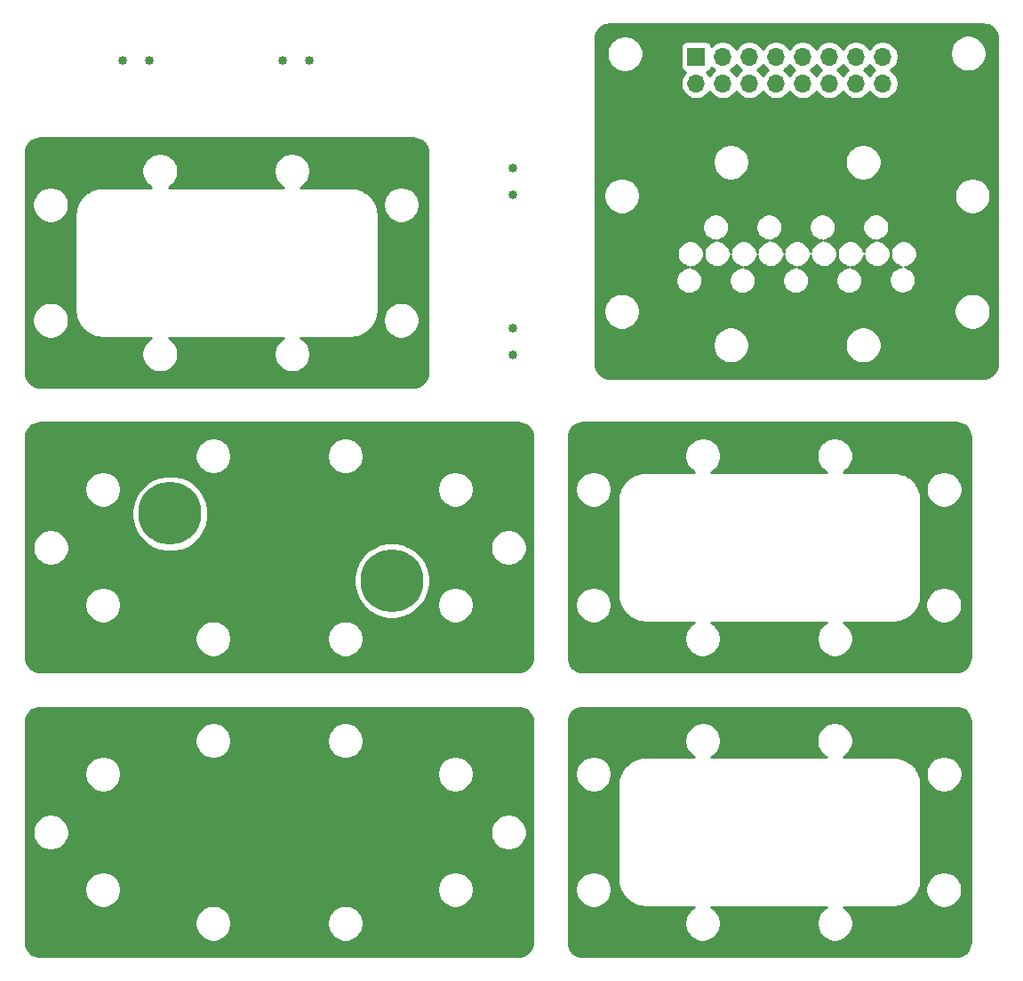
<source format=gtl>
%MOIN*%
%OFA0B0*%
%FSLAX46Y46*%
%IPPOS*%
%LPD*%
%ADD10O,0.066929133858267723X0.066929133858267723*%
%ADD11R,0.066929133858267723X0.066929133858267723*%
%ADD12C,0.01*%
%ADD13C,0.0039370078740157488*%
%ADD24C,0.01*%
%ADD25C,0.0039370078740157488*%
%ADD26C,0.01*%
%ADD27C,0.0039370078740157488*%
%ADD28C,0.01*%
%ADD29C,0.0039370078740157488*%
%ADD30C,0.033464566929133861*%
%ADD31C,0.033464566929133861*%
%ADD32C,0.01*%
%ADD33C,0.0039370078740157488*%
%ADD34C,0.23622047244094491*%
%ADD35C,0.01*%
%ADD36C,0.0039370078740157488*%
G01*
D10*
X-0002519685Y0005157480D02*
X0003240314Y0003297480D03*
X0003240314Y0003397480D03*
X0003140314Y0003297480D03*
X0003140314Y0003397480D03*
X0003040314Y0003297480D03*
X0003040314Y0003397480D03*
X0002940314Y0003297480D03*
X0002940314Y0003397480D03*
X0002840314Y0003297480D03*
X0002840314Y0003397480D03*
X0002740314Y0003297480D03*
X0002740314Y0003397480D03*
X0002640314Y0003297480D03*
X0002640314Y0003397480D03*
X0002540314Y0003297480D03*
D11*
X0002540314Y0003397480D03*
D12*
X0003626863Y0003518270D02*
X0003636697Y0003515301D01*
X0003645766Y0003510479D01*
X0003653726Y0003503987D01*
X0003660274Y0003496072D01*
X0003665159Y0003487037D01*
X0003668197Y0003477224D01*
X0003669396Y0003465810D01*
X0003669396Y0002247439D01*
X0003668269Y0002235945D01*
X0003665301Y0002226111D01*
X0003660478Y0002217042D01*
X0003653986Y0002209082D01*
X0003646071Y0002202534D01*
X0003637036Y0002197649D01*
X0003627224Y0002194611D01*
X0003615810Y0002193412D01*
X0002216427Y0002193412D01*
X0002204934Y0002194539D01*
X0002195100Y0002197508D01*
X0002186031Y0002202330D01*
X0002178071Y0002208822D01*
X0002171523Y0002216737D01*
X0002166638Y0002225772D01*
X0002163600Y0002235585D01*
X0002162401Y0002246998D01*
X0002162401Y0002323707D01*
X0002602007Y0002323707D01*
X0002602007Y0002310252D01*
X0002604632Y0002297055D01*
X0002609782Y0002284624D01*
X0002617257Y0002273437D01*
X0002626771Y0002263922D01*
X0002637959Y0002256447D01*
X0002650390Y0002251298D01*
X0002663587Y0002248673D01*
X0002677042Y0002248673D01*
X0002690239Y0002251298D01*
X0002702670Y0002256447D01*
X0002713858Y0002263922D01*
X0002723372Y0002273437D01*
X0002730847Y0002284624D01*
X0002735997Y0002297055D01*
X0002738622Y0002310252D01*
X0002738622Y0002323707D01*
X0003098507Y0002323707D01*
X0003098507Y0002310252D01*
X0003101132Y0002297055D01*
X0003106282Y0002284624D01*
X0003113757Y0002273437D01*
X0003123271Y0002263922D01*
X0003134459Y0002256447D01*
X0003146890Y0002251298D01*
X0003160087Y0002248673D01*
X0003173542Y0002248673D01*
X0003186739Y0002251298D01*
X0003199170Y0002256447D01*
X0003210358Y0002263922D01*
X0003219872Y0002273437D01*
X0003227347Y0002284624D01*
X0003232497Y0002297055D01*
X0003235122Y0002310252D01*
X0003235122Y0002323707D01*
X0003232497Y0002336904D01*
X0003227347Y0002349335D01*
X0003219872Y0002360523D01*
X0003210358Y0002370037D01*
X0003199170Y0002377513D01*
X0003186739Y0002382662D01*
X0003173542Y0002385287D01*
X0003160087Y0002385287D01*
X0003146890Y0002382662D01*
X0003134459Y0002377513D01*
X0003123271Y0002370037D01*
X0003113757Y0002360523D01*
X0003106282Y0002349335D01*
X0003101132Y0002336904D01*
X0003098507Y0002323707D01*
X0002738622Y0002323707D01*
X0002735997Y0002336904D01*
X0002730847Y0002349335D01*
X0002723372Y0002360523D01*
X0002713858Y0002370037D01*
X0002702670Y0002377513D01*
X0002690239Y0002382662D01*
X0002677042Y0002385287D01*
X0002663587Y0002385287D01*
X0002650390Y0002382662D01*
X0002637959Y0002377513D01*
X0002626771Y0002370037D01*
X0002617257Y0002360523D01*
X0002609782Y0002349335D01*
X0002604632Y0002336904D01*
X0002602007Y0002323707D01*
X0002162401Y0002323707D01*
X0002162401Y0002449707D01*
X0002193007Y0002449707D01*
X0002193007Y0002436252D01*
X0002195632Y0002423055D01*
X0002200782Y0002410624D01*
X0002208257Y0002399437D01*
X0002217771Y0002389922D01*
X0002228959Y0002382447D01*
X0002241390Y0002377298D01*
X0002254587Y0002374673D01*
X0002268042Y0002374673D01*
X0002281239Y0002377298D01*
X0002293670Y0002382447D01*
X0002304858Y0002389922D01*
X0002314372Y0002399437D01*
X0002321847Y0002410624D01*
X0002326997Y0002423055D01*
X0002329622Y0002436252D01*
X0002329622Y0002449707D01*
X0003507507Y0002449707D01*
X0003507507Y0002436252D01*
X0003510132Y0002423055D01*
X0003515282Y0002410624D01*
X0003522757Y0002399437D01*
X0003532271Y0002389922D01*
X0003543459Y0002382447D01*
X0003555890Y0002377298D01*
X0003569087Y0002374673D01*
X0003582542Y0002374673D01*
X0003595739Y0002377298D01*
X0003608170Y0002382447D01*
X0003619358Y0002389922D01*
X0003628872Y0002399437D01*
X0003636347Y0002410624D01*
X0003641497Y0002423055D01*
X0003644122Y0002436252D01*
X0003644122Y0002449707D01*
X0003641497Y0002462904D01*
X0003636347Y0002475335D01*
X0003628872Y0002486523D01*
X0003619358Y0002496037D01*
X0003608170Y0002503513D01*
X0003595739Y0002508662D01*
X0003582542Y0002511287D01*
X0003569087Y0002511287D01*
X0003555890Y0002508662D01*
X0003543459Y0002503513D01*
X0003532271Y0002496037D01*
X0003522757Y0002486523D01*
X0003515282Y0002475335D01*
X0003510132Y0002462904D01*
X0003507507Y0002449707D01*
X0002329622Y0002449707D01*
X0002326997Y0002462904D01*
X0002321847Y0002475335D01*
X0002314372Y0002486523D01*
X0002304858Y0002496037D01*
X0002293670Y0002503513D01*
X0002281239Y0002508662D01*
X0002268042Y0002511287D01*
X0002254587Y0002511287D01*
X0002241390Y0002508662D01*
X0002228959Y0002503513D01*
X0002217771Y0002496037D01*
X0002208257Y0002486523D01*
X0002200782Y0002475335D01*
X0002195632Y0002462904D01*
X0002193007Y0002449707D01*
X0002162401Y0002449707D01*
X0002162401Y0002564404D01*
X0002463314Y0002564404D01*
X0002463314Y0002554555D01*
X0002465236Y0002544895D01*
X0002469005Y0002535796D01*
X0002474477Y0002527607D01*
X0002481441Y0002520642D01*
X0002489631Y0002515170D01*
X0002498730Y0002511401D01*
X0002508390Y0002509480D01*
X0002518239Y0002509480D01*
X0002527899Y0002511401D01*
X0002536998Y0002515170D01*
X0002545188Y0002520642D01*
X0002552152Y0002527607D01*
X0002557624Y0002535796D01*
X0002561393Y0002544895D01*
X0002563314Y0002554555D01*
X0002563314Y0002564404D01*
X0002561393Y0002574064D01*
X0002557624Y0002583164D01*
X0002552152Y0002591353D01*
X0002545188Y0002598317D01*
X0002536998Y0002603789D01*
X0002527899Y0002607558D01*
X0002518239Y0002609480D01*
X0002523239Y0002609480D01*
X0002532899Y0002611401D01*
X0002541998Y0002615170D01*
X0002550188Y0002620642D01*
X0002557152Y0002627607D01*
X0002562624Y0002635796D01*
X0002566393Y0002644895D01*
X0002568314Y0002654555D01*
X0002568314Y0002664404D01*
X0002566393Y0002674064D01*
X0002562624Y0002683164D01*
X0002557152Y0002691353D01*
X0002550188Y0002698317D01*
X0002541998Y0002703789D01*
X0002532899Y0002707558D01*
X0002523239Y0002709480D01*
X0002513390Y0002709480D01*
X0002503730Y0002707558D01*
X0002494631Y0002703789D01*
X0002486441Y0002698317D01*
X0002479477Y0002691353D01*
X0002474005Y0002683164D01*
X0002470236Y0002674064D01*
X0002468314Y0002664404D01*
X0002468314Y0002654555D01*
X0002470236Y0002644895D01*
X0002474005Y0002635796D01*
X0002479477Y0002627607D01*
X0002486441Y0002620642D01*
X0002494631Y0002615170D01*
X0002503730Y0002611401D01*
X0002513390Y0002609480D01*
X0002508390Y0002609480D01*
X0002498730Y0002607558D01*
X0002489631Y0002603789D01*
X0002481441Y0002598317D01*
X0002474477Y0002591353D01*
X0002469005Y0002583164D01*
X0002465236Y0002574064D01*
X0002463314Y0002564404D01*
X0002162401Y0002564404D01*
X0002162401Y0002764404D01*
X0002563314Y0002764404D01*
X0002563314Y0002754555D01*
X0002565236Y0002744895D01*
X0002569005Y0002735796D01*
X0002574477Y0002727607D01*
X0002581441Y0002720642D01*
X0002589631Y0002715170D01*
X0002598730Y0002711401D01*
X0002608390Y0002709480D01*
X0002613890Y0002709480D01*
X0002604230Y0002707558D01*
X0002595131Y0002703789D01*
X0002586941Y0002698317D01*
X0002579977Y0002691353D01*
X0002574505Y0002683164D01*
X0002570736Y0002674064D01*
X0002568814Y0002664404D01*
X0002568814Y0002654555D01*
X0002570736Y0002644895D01*
X0002574505Y0002635796D01*
X0002579977Y0002627607D01*
X0002586941Y0002620642D01*
X0002595131Y0002615170D01*
X0002604230Y0002611401D01*
X0002613890Y0002609480D01*
X0002623739Y0002609480D01*
X0002633399Y0002611401D01*
X0002642498Y0002615170D01*
X0002650688Y0002620642D01*
X0002657652Y0002627607D01*
X0002663124Y0002635796D01*
X0002666893Y0002644895D01*
X0002668814Y0002654555D01*
X0002670736Y0002644895D01*
X0002674505Y0002635796D01*
X0002679977Y0002627607D01*
X0002686941Y0002620642D01*
X0002695131Y0002615170D01*
X0002704230Y0002611401D01*
X0002713890Y0002609480D01*
X0002708390Y0002609480D01*
X0002698730Y0002607558D01*
X0002689631Y0002603789D01*
X0002681441Y0002598317D01*
X0002674477Y0002591353D01*
X0002669005Y0002583164D01*
X0002665236Y0002574064D01*
X0002663314Y0002564404D01*
X0002663314Y0002554555D01*
X0002665236Y0002544895D01*
X0002669005Y0002535796D01*
X0002674477Y0002527607D01*
X0002681441Y0002520642D01*
X0002689631Y0002515170D01*
X0002698730Y0002511401D01*
X0002708390Y0002509480D01*
X0002718239Y0002509480D01*
X0002727899Y0002511401D01*
X0002736998Y0002515170D01*
X0002745188Y0002520642D01*
X0002752152Y0002527607D01*
X0002757624Y0002535796D01*
X0002761393Y0002544895D01*
X0002763314Y0002554555D01*
X0002763314Y0002564404D01*
X0002761393Y0002574064D01*
X0002757624Y0002583164D01*
X0002752152Y0002591353D01*
X0002745188Y0002598317D01*
X0002736998Y0002603789D01*
X0002727899Y0002607558D01*
X0002718239Y0002609480D01*
X0002723739Y0002609480D01*
X0002733399Y0002611401D01*
X0002742498Y0002615170D01*
X0002750688Y0002620642D01*
X0002757652Y0002627607D01*
X0002763124Y0002635796D01*
X0002766893Y0002644895D01*
X0002768814Y0002654555D01*
X0002770736Y0002644895D01*
X0002774505Y0002635796D01*
X0002779977Y0002627607D01*
X0002786941Y0002620642D01*
X0002795131Y0002615170D01*
X0002804230Y0002611401D01*
X0002813890Y0002609480D01*
X0002823739Y0002609480D01*
X0002833399Y0002611401D01*
X0002842498Y0002615170D01*
X0002850688Y0002620642D01*
X0002857652Y0002627607D01*
X0002863124Y0002635796D01*
X0002866893Y0002644895D01*
X0002868814Y0002654555D01*
X0002870736Y0002644895D01*
X0002874505Y0002635796D01*
X0002879977Y0002627607D01*
X0002886941Y0002620642D01*
X0002895131Y0002615170D01*
X0002904230Y0002611401D01*
X0002913890Y0002609480D01*
X0002908390Y0002609480D01*
X0002898730Y0002607558D01*
X0002889631Y0002603789D01*
X0002881441Y0002598317D01*
X0002874477Y0002591353D01*
X0002869005Y0002583164D01*
X0002865236Y0002574064D01*
X0002863314Y0002564404D01*
X0002863314Y0002554555D01*
X0002865236Y0002544895D01*
X0002869005Y0002535796D01*
X0002874477Y0002527607D01*
X0002881441Y0002520642D01*
X0002889631Y0002515170D01*
X0002898730Y0002511401D01*
X0002908390Y0002509480D01*
X0002918239Y0002509480D01*
X0002927899Y0002511401D01*
X0002936998Y0002515170D01*
X0002945188Y0002520642D01*
X0002952152Y0002527607D01*
X0002957624Y0002535796D01*
X0002961393Y0002544895D01*
X0002963314Y0002554555D01*
X0002963314Y0002564404D01*
X0003063314Y0002564404D01*
X0003063314Y0002554555D01*
X0003065236Y0002544895D01*
X0003069005Y0002535796D01*
X0003074477Y0002527607D01*
X0003081441Y0002520642D01*
X0003089631Y0002515170D01*
X0003098730Y0002511401D01*
X0003108390Y0002509480D01*
X0003118239Y0002509480D01*
X0003127899Y0002511401D01*
X0003136998Y0002515170D01*
X0003145188Y0002520642D01*
X0003152152Y0002527607D01*
X0003157624Y0002535796D01*
X0003161393Y0002544895D01*
X0003163314Y0002554555D01*
X0003163314Y0002564404D01*
X0003163116Y0002565404D01*
X0003263314Y0002565404D01*
X0003263314Y0002555555D01*
X0003265236Y0002545895D01*
X0003269005Y0002536796D01*
X0003274477Y0002528607D01*
X0003281441Y0002521642D01*
X0003289631Y0002516170D01*
X0003298730Y0002512401D01*
X0003308390Y0002510480D01*
X0003318239Y0002510480D01*
X0003327899Y0002512401D01*
X0003336998Y0002516170D01*
X0003345188Y0002521642D01*
X0003352152Y0002528607D01*
X0003357624Y0002536796D01*
X0003361393Y0002545895D01*
X0003363314Y0002555555D01*
X0003363314Y0002565404D01*
X0003361393Y0002575064D01*
X0003357624Y0002584164D01*
X0003352152Y0002592353D01*
X0003345188Y0002599317D01*
X0003336998Y0002604789D01*
X0003327899Y0002608558D01*
X0003323266Y0002609480D01*
X0003323739Y0002609480D01*
X0003333399Y0002611401D01*
X0003342498Y0002615170D01*
X0003350688Y0002620642D01*
X0003357652Y0002627607D01*
X0003363124Y0002635796D01*
X0003366893Y0002644895D01*
X0003368814Y0002654555D01*
X0003368814Y0002664404D01*
X0003366893Y0002674064D01*
X0003363124Y0002683164D01*
X0003357652Y0002691353D01*
X0003350688Y0002698317D01*
X0003342498Y0002703789D01*
X0003333399Y0002707558D01*
X0003323739Y0002709480D01*
X0003313890Y0002709480D01*
X0003304230Y0002707558D01*
X0003295131Y0002703789D01*
X0003286941Y0002698317D01*
X0003279977Y0002691353D01*
X0003274505Y0002683164D01*
X0003270736Y0002674064D01*
X0003268814Y0002664404D01*
X0003268814Y0002654555D01*
X0003270736Y0002644895D01*
X0003274505Y0002635796D01*
X0003279977Y0002627607D01*
X0003286941Y0002620642D01*
X0003295131Y0002615170D01*
X0003304230Y0002611401D01*
X0003308863Y0002610480D01*
X0003308390Y0002610480D01*
X0003298730Y0002608558D01*
X0003289631Y0002604789D01*
X0003281441Y0002599317D01*
X0003274477Y0002592353D01*
X0003269005Y0002584164D01*
X0003265236Y0002575064D01*
X0003263314Y0002565404D01*
X0003163116Y0002565404D01*
X0003161393Y0002574064D01*
X0003157624Y0002583164D01*
X0003152152Y0002591353D01*
X0003145188Y0002598317D01*
X0003136998Y0002603789D01*
X0003127899Y0002607558D01*
X0003118239Y0002609480D01*
X0003123739Y0002609480D01*
X0003133399Y0002611401D01*
X0003142498Y0002615170D01*
X0003150688Y0002620642D01*
X0003157652Y0002627607D01*
X0003163124Y0002635796D01*
X0003166893Y0002644895D01*
X0003168564Y0002653298D01*
X0003170236Y0002644895D01*
X0003174005Y0002635796D01*
X0003179477Y0002627607D01*
X0003186441Y0002620642D01*
X0003194631Y0002615170D01*
X0003203730Y0002611401D01*
X0003213390Y0002609480D01*
X0003223239Y0002609480D01*
X0003232899Y0002611401D01*
X0003241998Y0002615170D01*
X0003250188Y0002620642D01*
X0003257152Y0002627607D01*
X0003262624Y0002635796D01*
X0003266393Y0002644895D01*
X0003268314Y0002654555D01*
X0003268314Y0002664404D01*
X0003266393Y0002674064D01*
X0003262624Y0002683164D01*
X0003257152Y0002691353D01*
X0003250188Y0002698317D01*
X0003241998Y0002703789D01*
X0003232899Y0002707558D01*
X0003223239Y0002709480D01*
X0003218739Y0002709480D01*
X0003228399Y0002711401D01*
X0003237498Y0002715170D01*
X0003245688Y0002720642D01*
X0003252652Y0002727607D01*
X0003258124Y0002735796D01*
X0003261893Y0002744895D01*
X0003263814Y0002754555D01*
X0003263814Y0002764404D01*
X0003261893Y0002774064D01*
X0003258124Y0002783164D01*
X0003252652Y0002791353D01*
X0003245688Y0002798317D01*
X0003237498Y0002803789D01*
X0003228399Y0002807558D01*
X0003218739Y0002809480D01*
X0003208890Y0002809480D01*
X0003199230Y0002807558D01*
X0003190131Y0002803789D01*
X0003181941Y0002798317D01*
X0003174977Y0002791353D01*
X0003169505Y0002783164D01*
X0003165736Y0002774064D01*
X0003163814Y0002764404D01*
X0003163814Y0002754555D01*
X0003165736Y0002744895D01*
X0003169505Y0002735796D01*
X0003174977Y0002727607D01*
X0003181941Y0002720642D01*
X0003190131Y0002715170D01*
X0003199230Y0002711401D01*
X0003208890Y0002709480D01*
X0003213390Y0002709480D01*
X0003203730Y0002707558D01*
X0003194631Y0002703789D01*
X0003186441Y0002698317D01*
X0003179477Y0002691353D01*
X0003174005Y0002683164D01*
X0003170236Y0002674064D01*
X0003168564Y0002665661D01*
X0003166893Y0002674064D01*
X0003163124Y0002683164D01*
X0003157652Y0002691353D01*
X0003150688Y0002698317D01*
X0003142498Y0002703789D01*
X0003133399Y0002707558D01*
X0003123739Y0002709480D01*
X0003113890Y0002709480D01*
X0003104230Y0002707558D01*
X0003095131Y0002703789D01*
X0003086941Y0002698317D01*
X0003079977Y0002691353D01*
X0003074505Y0002683164D01*
X0003070736Y0002674064D01*
X0003068814Y0002664404D01*
X0003068814Y0002654555D01*
X0003070736Y0002644895D01*
X0003074505Y0002635796D01*
X0003079977Y0002627607D01*
X0003086941Y0002620642D01*
X0003095131Y0002615170D01*
X0003104230Y0002611401D01*
X0003113890Y0002609480D01*
X0003108390Y0002609480D01*
X0003098730Y0002607558D01*
X0003089631Y0002603789D01*
X0003081441Y0002598317D01*
X0003074477Y0002591353D01*
X0003069005Y0002583164D01*
X0003065236Y0002574064D01*
X0003063314Y0002564404D01*
X0002963314Y0002564404D01*
X0002961393Y0002574064D01*
X0002957624Y0002583164D01*
X0002952152Y0002591353D01*
X0002945188Y0002598317D01*
X0002936998Y0002603789D01*
X0002927899Y0002607558D01*
X0002918239Y0002609480D01*
X0002923739Y0002609480D01*
X0002933399Y0002611401D01*
X0002942498Y0002615170D01*
X0002950688Y0002620642D01*
X0002957652Y0002627607D01*
X0002963124Y0002635796D01*
X0002966893Y0002644895D01*
X0002968564Y0002653298D01*
X0002970236Y0002644895D01*
X0002974005Y0002635796D01*
X0002979477Y0002627607D01*
X0002986441Y0002620642D01*
X0002994631Y0002615170D01*
X0003003730Y0002611401D01*
X0003013390Y0002609480D01*
X0003023239Y0002609480D01*
X0003032899Y0002611401D01*
X0003041998Y0002615170D01*
X0003050188Y0002620642D01*
X0003057152Y0002627607D01*
X0003062624Y0002635796D01*
X0003066393Y0002644895D01*
X0003068314Y0002654555D01*
X0003068314Y0002664404D01*
X0003066393Y0002674064D01*
X0003062624Y0002683164D01*
X0003057152Y0002691353D01*
X0003050188Y0002698317D01*
X0003041998Y0002703789D01*
X0003032899Y0002707558D01*
X0003023239Y0002709480D01*
X0003018239Y0002709480D01*
X0003027899Y0002711401D01*
X0003036998Y0002715170D01*
X0003045188Y0002720642D01*
X0003052152Y0002727607D01*
X0003057624Y0002735796D01*
X0003061393Y0002744895D01*
X0003063314Y0002754555D01*
X0003063314Y0002764404D01*
X0003061393Y0002774064D01*
X0003057624Y0002783164D01*
X0003052152Y0002791353D01*
X0003045188Y0002798317D01*
X0003036998Y0002803789D01*
X0003027899Y0002807558D01*
X0003018239Y0002809480D01*
X0003008390Y0002809480D01*
X0002998730Y0002807558D01*
X0002989631Y0002803789D01*
X0002981441Y0002798317D01*
X0002974477Y0002791353D01*
X0002969005Y0002783164D01*
X0002965236Y0002774064D01*
X0002963314Y0002764404D01*
X0002963314Y0002754555D01*
X0002965236Y0002744895D01*
X0002969005Y0002735796D01*
X0002974477Y0002727607D01*
X0002981441Y0002720642D01*
X0002989631Y0002715170D01*
X0002998730Y0002711401D01*
X0003008390Y0002709480D01*
X0003013390Y0002709480D01*
X0003003730Y0002707558D01*
X0002994631Y0002703789D01*
X0002986441Y0002698317D01*
X0002979477Y0002691353D01*
X0002974005Y0002683164D01*
X0002970236Y0002674064D01*
X0002968564Y0002665661D01*
X0002966893Y0002674064D01*
X0002963124Y0002683164D01*
X0002957652Y0002691353D01*
X0002950688Y0002698317D01*
X0002942498Y0002703789D01*
X0002933399Y0002707558D01*
X0002923739Y0002709480D01*
X0002913890Y0002709480D01*
X0002904230Y0002707558D01*
X0002895131Y0002703789D01*
X0002886941Y0002698317D01*
X0002879977Y0002691353D01*
X0002874505Y0002683164D01*
X0002870736Y0002674064D01*
X0002868814Y0002664404D01*
X0002866893Y0002674064D01*
X0002863124Y0002683164D01*
X0002857652Y0002691353D01*
X0002850688Y0002698317D01*
X0002842498Y0002703789D01*
X0002833399Y0002707558D01*
X0002823739Y0002709480D01*
X0002818239Y0002709480D01*
X0002827899Y0002711401D01*
X0002836998Y0002715170D01*
X0002845188Y0002720642D01*
X0002852152Y0002727607D01*
X0002857624Y0002735796D01*
X0002861393Y0002744895D01*
X0002863314Y0002754555D01*
X0002863314Y0002764404D01*
X0002861393Y0002774064D01*
X0002857624Y0002783164D01*
X0002852152Y0002791353D01*
X0002845188Y0002798317D01*
X0002836998Y0002803789D01*
X0002827899Y0002807558D01*
X0002818239Y0002809480D01*
X0002808390Y0002809480D01*
X0002798730Y0002807558D01*
X0002789631Y0002803789D01*
X0002781441Y0002798317D01*
X0002774477Y0002791353D01*
X0002769005Y0002783164D01*
X0002765236Y0002774064D01*
X0002763314Y0002764404D01*
X0002763314Y0002754555D01*
X0002765236Y0002744895D01*
X0002769005Y0002735796D01*
X0002774477Y0002727607D01*
X0002781441Y0002720642D01*
X0002789631Y0002715170D01*
X0002798730Y0002711401D01*
X0002808390Y0002709480D01*
X0002813890Y0002709480D01*
X0002804230Y0002707558D01*
X0002795131Y0002703789D01*
X0002786941Y0002698317D01*
X0002779977Y0002691353D01*
X0002774505Y0002683164D01*
X0002770736Y0002674064D01*
X0002768814Y0002664404D01*
X0002766893Y0002674064D01*
X0002763124Y0002683164D01*
X0002757652Y0002691353D01*
X0002750688Y0002698317D01*
X0002742498Y0002703789D01*
X0002733399Y0002707558D01*
X0002723739Y0002709480D01*
X0002713890Y0002709480D01*
X0002704230Y0002707558D01*
X0002695131Y0002703789D01*
X0002686941Y0002698317D01*
X0002679977Y0002691353D01*
X0002674505Y0002683164D01*
X0002670736Y0002674064D01*
X0002668814Y0002664404D01*
X0002666893Y0002674064D01*
X0002663124Y0002683164D01*
X0002657652Y0002691353D01*
X0002650688Y0002698317D01*
X0002642498Y0002703789D01*
X0002633399Y0002707558D01*
X0002623739Y0002709480D01*
X0002618239Y0002709480D01*
X0002627899Y0002711401D01*
X0002636998Y0002715170D01*
X0002645188Y0002720642D01*
X0002652152Y0002727607D01*
X0002657624Y0002735796D01*
X0002661393Y0002744895D01*
X0002663314Y0002754555D01*
X0002663314Y0002764404D01*
X0002661393Y0002774064D01*
X0002657624Y0002783164D01*
X0002652152Y0002791353D01*
X0002645188Y0002798317D01*
X0002636998Y0002803789D01*
X0002627899Y0002807558D01*
X0002618239Y0002809480D01*
X0002608390Y0002809480D01*
X0002598730Y0002807558D01*
X0002589631Y0002803789D01*
X0002581441Y0002798317D01*
X0002574477Y0002791353D01*
X0002569005Y0002783164D01*
X0002565236Y0002774064D01*
X0002563314Y0002764404D01*
X0002162401Y0002764404D01*
X0002162401Y0002882707D01*
X0002193007Y0002882707D01*
X0002193007Y0002869252D01*
X0002195632Y0002856055D01*
X0002200782Y0002843624D01*
X0002208257Y0002832437D01*
X0002217771Y0002822922D01*
X0002228959Y0002815447D01*
X0002241390Y0002810298D01*
X0002254587Y0002807673D01*
X0002268042Y0002807673D01*
X0002281239Y0002810298D01*
X0002293670Y0002815447D01*
X0002304858Y0002822922D01*
X0002314372Y0002832437D01*
X0002321847Y0002843624D01*
X0002326997Y0002856055D01*
X0002329622Y0002869252D01*
X0002329622Y0002882707D01*
X0003508007Y0002882707D01*
X0003508007Y0002869252D01*
X0003510632Y0002856055D01*
X0003515782Y0002843624D01*
X0003523257Y0002832437D01*
X0003532771Y0002822922D01*
X0003543959Y0002815447D01*
X0003556390Y0002810298D01*
X0003569587Y0002807673D01*
X0003583042Y0002807673D01*
X0003596239Y0002810298D01*
X0003608670Y0002815447D01*
X0003619858Y0002822922D01*
X0003629372Y0002832437D01*
X0003636847Y0002843624D01*
X0003641997Y0002856055D01*
X0003644622Y0002869252D01*
X0003644622Y0002882707D01*
X0003641997Y0002895904D01*
X0003636847Y0002908335D01*
X0003629372Y0002919523D01*
X0003619858Y0002929037D01*
X0003608670Y0002936513D01*
X0003596239Y0002941662D01*
X0003583042Y0002944287D01*
X0003569587Y0002944287D01*
X0003556390Y0002941662D01*
X0003543959Y0002936513D01*
X0003532771Y0002929037D01*
X0003523257Y0002919523D01*
X0003515782Y0002908335D01*
X0003510632Y0002895904D01*
X0003508007Y0002882707D01*
X0002329622Y0002882707D01*
X0002326997Y0002895904D01*
X0002321847Y0002908335D01*
X0002314372Y0002919523D01*
X0002304858Y0002929037D01*
X0002293670Y0002936513D01*
X0002281239Y0002941662D01*
X0002268042Y0002944287D01*
X0002254587Y0002944287D01*
X0002241390Y0002941662D01*
X0002228959Y0002936513D01*
X0002217771Y0002929037D01*
X0002208257Y0002919523D01*
X0002200782Y0002908335D01*
X0002195632Y0002895904D01*
X0002193007Y0002882707D01*
X0002162401Y0002882707D01*
X0002162401Y0003008707D01*
X0002602507Y0003008707D01*
X0002602507Y0002995252D01*
X0002605132Y0002982055D01*
X0002610282Y0002969624D01*
X0002617757Y0002958437D01*
X0002627271Y0002948922D01*
X0002638459Y0002941447D01*
X0002650890Y0002936298D01*
X0002664087Y0002933673D01*
X0002677542Y0002933673D01*
X0002690739Y0002936298D01*
X0002703170Y0002941447D01*
X0002714358Y0002948922D01*
X0002723872Y0002958437D01*
X0002731347Y0002969624D01*
X0002736497Y0002982055D01*
X0002739122Y0002995252D01*
X0002739122Y0003008707D01*
X0003098507Y0003008707D01*
X0003098507Y0002995252D01*
X0003101132Y0002982055D01*
X0003106282Y0002969624D01*
X0003113757Y0002958437D01*
X0003123271Y0002948922D01*
X0003134459Y0002941447D01*
X0003146890Y0002936298D01*
X0003160087Y0002933673D01*
X0003173542Y0002933673D01*
X0003186739Y0002936298D01*
X0003199170Y0002941447D01*
X0003210358Y0002948922D01*
X0003219872Y0002958437D01*
X0003227347Y0002969624D01*
X0003232497Y0002982055D01*
X0003235122Y0002995252D01*
X0003235122Y0003008707D01*
X0003232497Y0003021904D01*
X0003227347Y0003034335D01*
X0003219872Y0003045523D01*
X0003210358Y0003055037D01*
X0003199170Y0003062513D01*
X0003186739Y0003067662D01*
X0003173542Y0003070287D01*
X0003160087Y0003070287D01*
X0003146890Y0003067662D01*
X0003134459Y0003062513D01*
X0003123271Y0003055037D01*
X0003113757Y0003045523D01*
X0003106282Y0003034335D01*
X0003101132Y0003021904D01*
X0003098507Y0003008707D01*
X0002739122Y0003008707D01*
X0002736497Y0003021904D01*
X0002731347Y0003034335D01*
X0002723872Y0003045523D01*
X0002714358Y0003055037D01*
X0002703170Y0003062513D01*
X0002690739Y0003067662D01*
X0002677542Y0003070287D01*
X0002664087Y0003070287D01*
X0002650890Y0003067662D01*
X0002638459Y0003062513D01*
X0002627271Y0003055037D01*
X0002617757Y0003045523D01*
X0002610282Y0003034335D01*
X0002605132Y0003021904D01*
X0002602507Y0003008707D01*
X0002162401Y0003008707D01*
X0002162401Y0003415207D01*
X0002205007Y0003415207D01*
X0002205007Y0003401752D01*
X0002207632Y0003388555D01*
X0002212782Y0003376124D01*
X0002220257Y0003364937D01*
X0002229771Y0003355422D01*
X0002240959Y0003347947D01*
X0002253390Y0003342798D01*
X0002266587Y0003340173D01*
X0002280042Y0003340173D01*
X0002293239Y0003342798D01*
X0002305670Y0003347947D01*
X0002316858Y0003355422D01*
X0002326372Y0003364937D01*
X0002333847Y0003376124D01*
X0002338997Y0003388555D01*
X0002341622Y0003401752D01*
X0002341622Y0003415207D01*
X0002338997Y0003428404D01*
X0002337944Y0003430944D01*
X0002481729Y0003430944D01*
X0002481729Y0003364015D01*
X0002482212Y0003359114D01*
X0002483641Y0003354402D01*
X0002485963Y0003350059D01*
X0002489087Y0003346252D01*
X0002492893Y0003343128D01*
X0002497237Y0003340807D01*
X0002500093Y0003339940D01*
X0002494902Y0003334749D01*
X0002488504Y0003325173D01*
X0002484097Y0003314533D01*
X0002481850Y0003303238D01*
X0002481850Y0003291722D01*
X0002484097Y0003280426D01*
X0002488504Y0003269786D01*
X0002494902Y0003260211D01*
X0002503045Y0003252067D01*
X0002512621Y0003245669D01*
X0002523261Y0003241262D01*
X0002534556Y0003239015D01*
X0002546073Y0003239015D01*
X0002557368Y0003241262D01*
X0002568008Y0003245669D01*
X0002577583Y0003252067D01*
X0002585727Y0003260211D01*
X0002590314Y0003267077D01*
X0002594902Y0003260211D01*
X0002603045Y0003252067D01*
X0002612621Y0003245669D01*
X0002623261Y0003241262D01*
X0002634556Y0003239015D01*
X0002646073Y0003239015D01*
X0002657368Y0003241262D01*
X0002668008Y0003245669D01*
X0002677583Y0003252067D01*
X0002685727Y0003260211D01*
X0002690314Y0003267077D01*
X0002694902Y0003260211D01*
X0002703045Y0003252067D01*
X0002712621Y0003245669D01*
X0002723261Y0003241262D01*
X0002734556Y0003239015D01*
X0002746073Y0003239015D01*
X0002757368Y0003241262D01*
X0002768008Y0003245669D01*
X0002777583Y0003252067D01*
X0002785727Y0003260211D01*
X0002790314Y0003267077D01*
X0002794902Y0003260211D01*
X0002803045Y0003252067D01*
X0002812621Y0003245669D01*
X0002823261Y0003241262D01*
X0002834556Y0003239015D01*
X0002846073Y0003239015D01*
X0002857368Y0003241262D01*
X0002868008Y0003245669D01*
X0002877583Y0003252067D01*
X0002885727Y0003260211D01*
X0002890314Y0003267077D01*
X0002894902Y0003260211D01*
X0002903045Y0003252067D01*
X0002912621Y0003245669D01*
X0002923261Y0003241262D01*
X0002934556Y0003239015D01*
X0002946073Y0003239015D01*
X0002957368Y0003241262D01*
X0002968008Y0003245669D01*
X0002977583Y0003252067D01*
X0002985727Y0003260211D01*
X0002990314Y0003267077D01*
X0002994902Y0003260211D01*
X0003003045Y0003252067D01*
X0003012621Y0003245669D01*
X0003023261Y0003241262D01*
X0003034556Y0003239015D01*
X0003046073Y0003239015D01*
X0003057368Y0003241262D01*
X0003068008Y0003245669D01*
X0003077583Y0003252067D01*
X0003085727Y0003260211D01*
X0003090314Y0003267077D01*
X0003094902Y0003260211D01*
X0003103045Y0003252067D01*
X0003112621Y0003245669D01*
X0003123261Y0003241262D01*
X0003134556Y0003239015D01*
X0003146073Y0003239015D01*
X0003157368Y0003241262D01*
X0003168008Y0003245669D01*
X0003177583Y0003252067D01*
X0003185727Y0003260211D01*
X0003190314Y0003267077D01*
X0003194902Y0003260211D01*
X0003203045Y0003252067D01*
X0003212621Y0003245669D01*
X0003223261Y0003241262D01*
X0003234556Y0003239015D01*
X0003246073Y0003239015D01*
X0003257368Y0003241262D01*
X0003268008Y0003245669D01*
X0003277583Y0003252067D01*
X0003285727Y0003260211D01*
X0003292125Y0003269786D01*
X0003296532Y0003280426D01*
X0003298779Y0003291722D01*
X0003298779Y0003303238D01*
X0003296532Y0003314533D01*
X0003292125Y0003325173D01*
X0003285727Y0003334749D01*
X0003277583Y0003342892D01*
X0003270718Y0003347480D01*
X0003277583Y0003352067D01*
X0003285727Y0003360211D01*
X0003292125Y0003369786D01*
X0003296532Y0003380426D01*
X0003298779Y0003391722D01*
X0003298779Y0003403238D01*
X0003296532Y0003414533D01*
X0003295425Y0003417207D01*
X0003492007Y0003417207D01*
X0003492007Y0003403752D01*
X0003494632Y0003390555D01*
X0003499782Y0003378124D01*
X0003507257Y0003366937D01*
X0003516771Y0003357422D01*
X0003527959Y0003349947D01*
X0003540390Y0003344798D01*
X0003553587Y0003342173D01*
X0003567042Y0003342173D01*
X0003580239Y0003344798D01*
X0003592670Y0003349947D01*
X0003603858Y0003357422D01*
X0003613372Y0003366937D01*
X0003620847Y0003378124D01*
X0003625997Y0003390555D01*
X0003628622Y0003403752D01*
X0003628622Y0003417207D01*
X0003625997Y0003430404D01*
X0003620847Y0003442835D01*
X0003613372Y0003454023D01*
X0003603858Y0003463537D01*
X0003592670Y0003471013D01*
X0003580239Y0003476162D01*
X0003567042Y0003478787D01*
X0003553587Y0003478787D01*
X0003540390Y0003476162D01*
X0003527959Y0003471013D01*
X0003516771Y0003463537D01*
X0003507257Y0003454023D01*
X0003499782Y0003442835D01*
X0003494632Y0003430404D01*
X0003492007Y0003417207D01*
X0003295425Y0003417207D01*
X0003292125Y0003425173D01*
X0003285727Y0003434749D01*
X0003277583Y0003442892D01*
X0003268008Y0003449290D01*
X0003257368Y0003453698D01*
X0003246073Y0003455944D01*
X0003234556Y0003455944D01*
X0003223261Y0003453698D01*
X0003212621Y0003449290D01*
X0003203045Y0003442892D01*
X0003194902Y0003434749D01*
X0003190314Y0003427883D01*
X0003185727Y0003434749D01*
X0003177583Y0003442892D01*
X0003168008Y0003449290D01*
X0003157368Y0003453698D01*
X0003146073Y0003455944D01*
X0003134556Y0003455944D01*
X0003123261Y0003453698D01*
X0003112621Y0003449290D01*
X0003103045Y0003442892D01*
X0003094902Y0003434749D01*
X0003090314Y0003427883D01*
X0003085727Y0003434749D01*
X0003077583Y0003442892D01*
X0003068008Y0003449290D01*
X0003057368Y0003453698D01*
X0003046073Y0003455944D01*
X0003034556Y0003455944D01*
X0003023261Y0003453698D01*
X0003012621Y0003449290D01*
X0003003045Y0003442892D01*
X0002994902Y0003434749D01*
X0002990314Y0003427883D01*
X0002985727Y0003434749D01*
X0002977583Y0003442892D01*
X0002968008Y0003449290D01*
X0002957368Y0003453698D01*
X0002946073Y0003455944D01*
X0002934556Y0003455944D01*
X0002923261Y0003453698D01*
X0002912621Y0003449290D01*
X0002903045Y0003442892D01*
X0002894902Y0003434749D01*
X0002890314Y0003427883D01*
X0002885727Y0003434749D01*
X0002877583Y0003442892D01*
X0002868008Y0003449290D01*
X0002857368Y0003453698D01*
X0002846073Y0003455944D01*
X0002834556Y0003455944D01*
X0002823261Y0003453698D01*
X0002812621Y0003449290D01*
X0002803045Y0003442892D01*
X0002794902Y0003434749D01*
X0002790314Y0003427883D01*
X0002785727Y0003434749D01*
X0002777583Y0003442892D01*
X0002768008Y0003449290D01*
X0002757368Y0003453698D01*
X0002746073Y0003455944D01*
X0002734556Y0003455944D01*
X0002723261Y0003453698D01*
X0002712621Y0003449290D01*
X0002703045Y0003442892D01*
X0002694902Y0003434749D01*
X0002690314Y0003427883D01*
X0002685727Y0003434749D01*
X0002677583Y0003442892D01*
X0002668008Y0003449290D01*
X0002657368Y0003453698D01*
X0002646073Y0003455944D01*
X0002634556Y0003455944D01*
X0002623261Y0003453698D01*
X0002612621Y0003449290D01*
X0002603045Y0003442892D01*
X0002597854Y0003437701D01*
X0002596988Y0003440558D01*
X0002594666Y0003444901D01*
X0002591542Y0003448708D01*
X0002587735Y0003451832D01*
X0002583392Y0003454153D01*
X0002578680Y0003455583D01*
X0002573779Y0003456065D01*
X0002506850Y0003456065D01*
X0002501949Y0003455583D01*
X0002497237Y0003454153D01*
X0002492893Y0003451832D01*
X0002489087Y0003448708D01*
X0002485963Y0003444901D01*
X0002483641Y0003440558D01*
X0002482212Y0003435845D01*
X0002481729Y0003430944D01*
X0002337944Y0003430944D01*
X0002333847Y0003440835D01*
X0002326372Y0003452023D01*
X0002316858Y0003461537D01*
X0002305670Y0003469013D01*
X0002293239Y0003474162D01*
X0002280042Y0003476787D01*
X0002266587Y0003476787D01*
X0002253390Y0003474162D01*
X0002240959Y0003469013D01*
X0002229771Y0003461537D01*
X0002220257Y0003452023D01*
X0002212782Y0003440835D01*
X0002207632Y0003428404D01*
X0002205007Y0003415207D01*
X0002162401Y0003415207D01*
X0002162401Y0003465370D01*
X0002163528Y0003476864D01*
X0002166497Y0003486697D01*
X0002171319Y0003495767D01*
X0002177811Y0003503727D01*
X0002185726Y0003510274D01*
X0002194761Y0003515160D01*
X0002204574Y0003518197D01*
X0002215987Y0003519397D01*
X0003615370Y0003519397D01*
X0003626863Y0003518270D01*
D13*
G36*
X0003626863Y0003518270D02*
G01*
X0003636697Y0003515301D01*
X0003645766Y0003510479D01*
X0003653726Y0003503987D01*
X0003660274Y0003496072D01*
X0003665159Y0003487037D01*
X0003668197Y0003477224D01*
X0003669396Y0003465810D01*
X0003669396Y0002247439D01*
X0003668269Y0002235945D01*
X0003665301Y0002226111D01*
X0003660478Y0002217042D01*
X0003653986Y0002209082D01*
X0003646071Y0002202534D01*
X0003637036Y0002197649D01*
X0003627224Y0002194611D01*
X0003615810Y0002193412D01*
X0002216427Y0002193412D01*
X0002204934Y0002194539D01*
X0002195100Y0002197508D01*
X0002186031Y0002202330D01*
X0002178071Y0002208822D01*
X0002171523Y0002216737D01*
X0002166638Y0002225772D01*
X0002163600Y0002235585D01*
X0002162401Y0002246998D01*
X0002162401Y0002323707D01*
X0002602007Y0002323707D01*
X0002602007Y0002310252D01*
X0002604632Y0002297055D01*
X0002609782Y0002284624D01*
X0002617257Y0002273437D01*
X0002626771Y0002263922D01*
X0002637959Y0002256447D01*
X0002650390Y0002251298D01*
X0002663587Y0002248673D01*
X0002677042Y0002248673D01*
X0002690239Y0002251298D01*
X0002702670Y0002256447D01*
X0002713858Y0002263922D01*
X0002723372Y0002273437D01*
X0002730847Y0002284624D01*
X0002735997Y0002297055D01*
X0002738622Y0002310252D01*
X0002738622Y0002323707D01*
X0003098507Y0002323707D01*
X0003098507Y0002310252D01*
X0003101132Y0002297055D01*
X0003106282Y0002284624D01*
X0003113757Y0002273437D01*
X0003123271Y0002263922D01*
X0003134459Y0002256447D01*
X0003146890Y0002251298D01*
X0003160087Y0002248673D01*
X0003173542Y0002248673D01*
X0003186739Y0002251298D01*
X0003199170Y0002256447D01*
X0003210358Y0002263922D01*
X0003219872Y0002273437D01*
X0003227347Y0002284624D01*
X0003232497Y0002297055D01*
X0003235122Y0002310252D01*
X0003235122Y0002323707D01*
X0003232497Y0002336904D01*
X0003227347Y0002349335D01*
X0003219872Y0002360523D01*
X0003210358Y0002370037D01*
X0003199170Y0002377513D01*
X0003186739Y0002382662D01*
X0003173542Y0002385287D01*
X0003160087Y0002385287D01*
X0003146890Y0002382662D01*
X0003134459Y0002377513D01*
X0003123271Y0002370037D01*
X0003113757Y0002360523D01*
X0003106282Y0002349335D01*
X0003101132Y0002336904D01*
X0003098507Y0002323707D01*
X0002738622Y0002323707D01*
X0002735997Y0002336904D01*
X0002730847Y0002349335D01*
X0002723372Y0002360523D01*
X0002713858Y0002370037D01*
X0002702670Y0002377513D01*
X0002690239Y0002382662D01*
X0002677042Y0002385287D01*
X0002663587Y0002385287D01*
X0002650390Y0002382662D01*
X0002637959Y0002377513D01*
X0002626771Y0002370037D01*
X0002617257Y0002360523D01*
X0002609782Y0002349335D01*
X0002604632Y0002336904D01*
X0002602007Y0002323707D01*
X0002162401Y0002323707D01*
X0002162401Y0002449707D01*
X0002193007Y0002449707D01*
X0002193007Y0002436252D01*
X0002195632Y0002423055D01*
X0002200782Y0002410624D01*
X0002208257Y0002399437D01*
X0002217771Y0002389922D01*
X0002228959Y0002382447D01*
X0002241390Y0002377298D01*
X0002254587Y0002374673D01*
X0002268042Y0002374673D01*
X0002281239Y0002377298D01*
X0002293670Y0002382447D01*
X0002304858Y0002389922D01*
X0002314372Y0002399437D01*
X0002321847Y0002410624D01*
X0002326997Y0002423055D01*
X0002329622Y0002436252D01*
X0002329622Y0002449707D01*
X0003507507Y0002449707D01*
X0003507507Y0002436252D01*
X0003510132Y0002423055D01*
X0003515282Y0002410624D01*
X0003522757Y0002399437D01*
X0003532271Y0002389922D01*
X0003543459Y0002382447D01*
X0003555890Y0002377298D01*
X0003569087Y0002374673D01*
X0003582542Y0002374673D01*
X0003595739Y0002377298D01*
X0003608170Y0002382447D01*
X0003619358Y0002389922D01*
X0003628872Y0002399437D01*
X0003636347Y0002410624D01*
X0003641497Y0002423055D01*
X0003644122Y0002436252D01*
X0003644122Y0002449707D01*
X0003641497Y0002462904D01*
X0003636347Y0002475335D01*
X0003628872Y0002486523D01*
X0003619358Y0002496037D01*
X0003608170Y0002503513D01*
X0003595739Y0002508662D01*
X0003582542Y0002511287D01*
X0003569087Y0002511287D01*
X0003555890Y0002508662D01*
X0003543459Y0002503513D01*
X0003532271Y0002496037D01*
X0003522757Y0002486523D01*
X0003515282Y0002475335D01*
X0003510132Y0002462904D01*
X0003507507Y0002449707D01*
X0002329622Y0002449707D01*
X0002326997Y0002462904D01*
X0002321847Y0002475335D01*
X0002314372Y0002486523D01*
X0002304858Y0002496037D01*
X0002293670Y0002503513D01*
X0002281239Y0002508662D01*
X0002268042Y0002511287D01*
X0002254587Y0002511287D01*
X0002241390Y0002508662D01*
X0002228959Y0002503513D01*
X0002217771Y0002496037D01*
X0002208257Y0002486523D01*
X0002200782Y0002475335D01*
X0002195632Y0002462904D01*
X0002193007Y0002449707D01*
X0002162401Y0002449707D01*
X0002162401Y0002564404D01*
X0002463314Y0002564404D01*
X0002463314Y0002554555D01*
X0002465236Y0002544895D01*
X0002469005Y0002535796D01*
X0002474477Y0002527607D01*
X0002481441Y0002520642D01*
X0002489631Y0002515170D01*
X0002498730Y0002511401D01*
X0002508390Y0002509480D01*
X0002518239Y0002509480D01*
X0002527899Y0002511401D01*
X0002536998Y0002515170D01*
X0002545188Y0002520642D01*
X0002552152Y0002527607D01*
X0002557624Y0002535796D01*
X0002561393Y0002544895D01*
X0002563314Y0002554555D01*
X0002563314Y0002564404D01*
X0002561393Y0002574064D01*
X0002557624Y0002583164D01*
X0002552152Y0002591353D01*
X0002545188Y0002598317D01*
X0002536998Y0002603789D01*
X0002527899Y0002607558D01*
X0002518239Y0002609480D01*
X0002523239Y0002609480D01*
X0002532899Y0002611401D01*
X0002541998Y0002615170D01*
X0002550188Y0002620642D01*
X0002557152Y0002627607D01*
X0002562624Y0002635796D01*
X0002566393Y0002644895D01*
X0002568314Y0002654555D01*
X0002568314Y0002664404D01*
X0002566393Y0002674064D01*
X0002562624Y0002683164D01*
X0002557152Y0002691353D01*
X0002550188Y0002698317D01*
X0002541998Y0002703789D01*
X0002532899Y0002707558D01*
X0002523239Y0002709480D01*
X0002513390Y0002709480D01*
X0002503730Y0002707558D01*
X0002494631Y0002703789D01*
X0002486441Y0002698317D01*
X0002479477Y0002691353D01*
X0002474005Y0002683164D01*
X0002470236Y0002674064D01*
X0002468314Y0002664404D01*
X0002468314Y0002654555D01*
X0002470236Y0002644895D01*
X0002474005Y0002635796D01*
X0002479477Y0002627607D01*
X0002486441Y0002620642D01*
X0002494631Y0002615170D01*
X0002503730Y0002611401D01*
X0002513390Y0002609480D01*
X0002508390Y0002609480D01*
X0002498730Y0002607558D01*
X0002489631Y0002603789D01*
X0002481441Y0002598317D01*
X0002474477Y0002591353D01*
X0002469005Y0002583164D01*
X0002465236Y0002574064D01*
X0002463314Y0002564404D01*
X0002162401Y0002564404D01*
X0002162401Y0002764404D01*
X0002563314Y0002764404D01*
X0002563314Y0002754555D01*
X0002565236Y0002744895D01*
X0002569005Y0002735796D01*
X0002574477Y0002727607D01*
X0002581441Y0002720642D01*
X0002589631Y0002715170D01*
X0002598730Y0002711401D01*
X0002608390Y0002709480D01*
X0002613890Y0002709480D01*
X0002604230Y0002707558D01*
X0002595131Y0002703789D01*
X0002586941Y0002698317D01*
X0002579977Y0002691353D01*
X0002574505Y0002683164D01*
X0002570736Y0002674064D01*
X0002568814Y0002664404D01*
X0002568814Y0002654555D01*
X0002570736Y0002644895D01*
X0002574505Y0002635796D01*
X0002579977Y0002627607D01*
X0002586941Y0002620642D01*
X0002595131Y0002615170D01*
X0002604230Y0002611401D01*
X0002613890Y0002609480D01*
X0002623739Y0002609480D01*
X0002633399Y0002611401D01*
X0002642498Y0002615170D01*
X0002650688Y0002620642D01*
X0002657652Y0002627607D01*
X0002663124Y0002635796D01*
X0002666893Y0002644895D01*
X0002668814Y0002654555D01*
X0002670736Y0002644895D01*
X0002674505Y0002635796D01*
X0002679977Y0002627607D01*
X0002686941Y0002620642D01*
X0002695131Y0002615170D01*
X0002704230Y0002611401D01*
X0002713890Y0002609480D01*
X0002708390Y0002609480D01*
X0002698730Y0002607558D01*
X0002689631Y0002603789D01*
X0002681441Y0002598317D01*
X0002674477Y0002591353D01*
X0002669005Y0002583164D01*
X0002665236Y0002574064D01*
X0002663314Y0002564404D01*
X0002663314Y0002554555D01*
X0002665236Y0002544895D01*
X0002669005Y0002535796D01*
X0002674477Y0002527607D01*
X0002681441Y0002520642D01*
X0002689631Y0002515170D01*
X0002698730Y0002511401D01*
X0002708390Y0002509480D01*
X0002718239Y0002509480D01*
X0002727899Y0002511401D01*
X0002736998Y0002515170D01*
X0002745188Y0002520642D01*
X0002752152Y0002527607D01*
X0002757624Y0002535796D01*
X0002761393Y0002544895D01*
X0002763314Y0002554555D01*
X0002763314Y0002564404D01*
X0002761393Y0002574064D01*
X0002757624Y0002583164D01*
X0002752152Y0002591353D01*
X0002745188Y0002598317D01*
X0002736998Y0002603789D01*
X0002727899Y0002607558D01*
X0002718239Y0002609480D01*
X0002723739Y0002609480D01*
X0002733399Y0002611401D01*
X0002742498Y0002615170D01*
X0002750688Y0002620642D01*
X0002757652Y0002627607D01*
X0002763124Y0002635796D01*
X0002766893Y0002644895D01*
X0002768814Y0002654555D01*
X0002770736Y0002644895D01*
X0002774505Y0002635796D01*
X0002779977Y0002627607D01*
X0002786941Y0002620642D01*
X0002795131Y0002615170D01*
X0002804230Y0002611401D01*
X0002813890Y0002609480D01*
X0002823739Y0002609480D01*
X0002833399Y0002611401D01*
X0002842498Y0002615170D01*
X0002850688Y0002620642D01*
X0002857652Y0002627607D01*
X0002863124Y0002635796D01*
X0002866893Y0002644895D01*
X0002868814Y0002654555D01*
X0002870736Y0002644895D01*
X0002874505Y0002635796D01*
X0002879977Y0002627607D01*
X0002886941Y0002620642D01*
X0002895131Y0002615170D01*
X0002904230Y0002611401D01*
X0002913890Y0002609480D01*
X0002908390Y0002609480D01*
X0002898730Y0002607558D01*
X0002889631Y0002603789D01*
X0002881441Y0002598317D01*
X0002874477Y0002591353D01*
X0002869005Y0002583164D01*
X0002865236Y0002574064D01*
X0002863314Y0002564404D01*
X0002863314Y0002554555D01*
X0002865236Y0002544895D01*
X0002869005Y0002535796D01*
X0002874477Y0002527607D01*
X0002881441Y0002520642D01*
X0002889631Y0002515170D01*
X0002898730Y0002511401D01*
X0002908390Y0002509480D01*
X0002918239Y0002509480D01*
X0002927899Y0002511401D01*
X0002936998Y0002515170D01*
X0002945188Y0002520642D01*
X0002952152Y0002527607D01*
X0002957624Y0002535796D01*
X0002961393Y0002544895D01*
X0002963314Y0002554555D01*
X0002963314Y0002564404D01*
X0003063314Y0002564404D01*
X0003063314Y0002554555D01*
X0003065236Y0002544895D01*
X0003069005Y0002535796D01*
X0003074477Y0002527607D01*
X0003081441Y0002520642D01*
X0003089631Y0002515170D01*
X0003098730Y0002511401D01*
X0003108390Y0002509480D01*
X0003118239Y0002509480D01*
X0003127899Y0002511401D01*
X0003136998Y0002515170D01*
X0003145188Y0002520642D01*
X0003152152Y0002527607D01*
X0003157624Y0002535796D01*
X0003161393Y0002544895D01*
X0003163314Y0002554555D01*
X0003163314Y0002564404D01*
X0003163116Y0002565404D01*
X0003263314Y0002565404D01*
X0003263314Y0002555555D01*
X0003265236Y0002545895D01*
X0003269005Y0002536796D01*
X0003274477Y0002528607D01*
X0003281441Y0002521642D01*
X0003289631Y0002516170D01*
X0003298730Y0002512401D01*
X0003308390Y0002510480D01*
X0003318239Y0002510480D01*
X0003327899Y0002512401D01*
X0003336998Y0002516170D01*
X0003345188Y0002521642D01*
X0003352152Y0002528607D01*
X0003357624Y0002536796D01*
X0003361393Y0002545895D01*
X0003363314Y0002555555D01*
X0003363314Y0002565404D01*
X0003361393Y0002575064D01*
X0003357624Y0002584164D01*
X0003352152Y0002592353D01*
X0003345188Y0002599317D01*
X0003336998Y0002604789D01*
X0003327899Y0002608558D01*
X0003323266Y0002609480D01*
X0003323739Y0002609480D01*
X0003333399Y0002611401D01*
X0003342498Y0002615170D01*
X0003350688Y0002620642D01*
X0003357652Y0002627607D01*
X0003363124Y0002635796D01*
X0003366893Y0002644895D01*
X0003368814Y0002654555D01*
X0003368814Y0002664404D01*
X0003366893Y0002674064D01*
X0003363124Y0002683164D01*
X0003357652Y0002691353D01*
X0003350688Y0002698317D01*
X0003342498Y0002703789D01*
X0003333399Y0002707558D01*
X0003323739Y0002709480D01*
X0003313890Y0002709480D01*
X0003304230Y0002707558D01*
X0003295131Y0002703789D01*
X0003286941Y0002698317D01*
X0003279977Y0002691353D01*
X0003274505Y0002683164D01*
X0003270736Y0002674064D01*
X0003268814Y0002664404D01*
X0003268814Y0002654555D01*
X0003270736Y0002644895D01*
X0003274505Y0002635796D01*
X0003279977Y0002627607D01*
X0003286941Y0002620642D01*
X0003295131Y0002615170D01*
X0003304230Y0002611401D01*
X0003308863Y0002610480D01*
X0003308390Y0002610480D01*
X0003298730Y0002608558D01*
X0003289631Y0002604789D01*
X0003281441Y0002599317D01*
X0003274477Y0002592353D01*
X0003269005Y0002584164D01*
X0003265236Y0002575064D01*
X0003263314Y0002565404D01*
X0003163116Y0002565404D01*
X0003161393Y0002574064D01*
X0003157624Y0002583164D01*
X0003152152Y0002591353D01*
X0003145188Y0002598317D01*
X0003136998Y0002603789D01*
X0003127899Y0002607558D01*
X0003118239Y0002609480D01*
X0003123739Y0002609480D01*
X0003133399Y0002611401D01*
X0003142498Y0002615170D01*
X0003150688Y0002620642D01*
X0003157652Y0002627607D01*
X0003163124Y0002635796D01*
X0003166893Y0002644895D01*
X0003168564Y0002653298D01*
X0003170236Y0002644895D01*
X0003174005Y0002635796D01*
X0003179477Y0002627607D01*
X0003186441Y0002620642D01*
X0003194631Y0002615170D01*
X0003203730Y0002611401D01*
X0003213390Y0002609480D01*
X0003223239Y0002609480D01*
X0003232899Y0002611401D01*
X0003241998Y0002615170D01*
X0003250188Y0002620642D01*
X0003257152Y0002627607D01*
X0003262624Y0002635796D01*
X0003266393Y0002644895D01*
X0003268314Y0002654555D01*
X0003268314Y0002664404D01*
X0003266393Y0002674064D01*
X0003262624Y0002683164D01*
X0003257152Y0002691353D01*
X0003250188Y0002698317D01*
X0003241998Y0002703789D01*
X0003232899Y0002707558D01*
X0003223239Y0002709480D01*
X0003218739Y0002709480D01*
X0003228399Y0002711401D01*
X0003237498Y0002715170D01*
X0003245688Y0002720642D01*
X0003252652Y0002727607D01*
X0003258124Y0002735796D01*
X0003261893Y0002744895D01*
X0003263814Y0002754555D01*
X0003263814Y0002764404D01*
X0003261893Y0002774064D01*
X0003258124Y0002783164D01*
X0003252652Y0002791353D01*
X0003245688Y0002798317D01*
X0003237498Y0002803789D01*
X0003228399Y0002807558D01*
X0003218739Y0002809480D01*
X0003208890Y0002809480D01*
X0003199230Y0002807558D01*
X0003190131Y0002803789D01*
X0003181941Y0002798317D01*
X0003174977Y0002791353D01*
X0003169505Y0002783164D01*
X0003165736Y0002774064D01*
X0003163814Y0002764404D01*
X0003163814Y0002754555D01*
X0003165736Y0002744895D01*
X0003169505Y0002735796D01*
X0003174977Y0002727607D01*
X0003181941Y0002720642D01*
X0003190131Y0002715170D01*
X0003199230Y0002711401D01*
X0003208890Y0002709480D01*
X0003213390Y0002709480D01*
X0003203730Y0002707558D01*
X0003194631Y0002703789D01*
X0003186441Y0002698317D01*
X0003179477Y0002691353D01*
X0003174005Y0002683164D01*
X0003170236Y0002674064D01*
X0003168564Y0002665661D01*
X0003166893Y0002674064D01*
X0003163124Y0002683164D01*
X0003157652Y0002691353D01*
X0003150688Y0002698317D01*
X0003142498Y0002703789D01*
X0003133399Y0002707558D01*
X0003123739Y0002709480D01*
X0003113890Y0002709480D01*
X0003104230Y0002707558D01*
X0003095131Y0002703789D01*
X0003086941Y0002698317D01*
X0003079977Y0002691353D01*
X0003074505Y0002683164D01*
X0003070736Y0002674064D01*
X0003068814Y0002664404D01*
X0003068814Y0002654555D01*
X0003070736Y0002644895D01*
X0003074505Y0002635796D01*
X0003079977Y0002627607D01*
X0003086941Y0002620642D01*
X0003095131Y0002615170D01*
X0003104230Y0002611401D01*
X0003113890Y0002609480D01*
X0003108390Y0002609480D01*
X0003098730Y0002607558D01*
X0003089631Y0002603789D01*
X0003081441Y0002598317D01*
X0003074477Y0002591353D01*
X0003069005Y0002583164D01*
X0003065236Y0002574064D01*
X0003063314Y0002564404D01*
X0002963314Y0002564404D01*
X0002961393Y0002574064D01*
X0002957624Y0002583164D01*
X0002952152Y0002591353D01*
X0002945188Y0002598317D01*
X0002936998Y0002603789D01*
X0002927899Y0002607558D01*
X0002918239Y0002609480D01*
X0002923739Y0002609480D01*
X0002933399Y0002611401D01*
X0002942498Y0002615170D01*
X0002950688Y0002620642D01*
X0002957652Y0002627607D01*
X0002963124Y0002635796D01*
X0002966893Y0002644895D01*
X0002968564Y0002653298D01*
X0002970236Y0002644895D01*
X0002974005Y0002635796D01*
X0002979477Y0002627607D01*
X0002986441Y0002620642D01*
X0002994631Y0002615170D01*
X0003003730Y0002611401D01*
X0003013390Y0002609480D01*
X0003023239Y0002609480D01*
X0003032899Y0002611401D01*
X0003041998Y0002615170D01*
X0003050188Y0002620642D01*
X0003057152Y0002627607D01*
X0003062624Y0002635796D01*
X0003066393Y0002644895D01*
X0003068314Y0002654555D01*
X0003068314Y0002664404D01*
X0003066393Y0002674064D01*
X0003062624Y0002683164D01*
X0003057152Y0002691353D01*
X0003050188Y0002698317D01*
X0003041998Y0002703789D01*
X0003032899Y0002707558D01*
X0003023239Y0002709480D01*
X0003018239Y0002709480D01*
X0003027899Y0002711401D01*
X0003036998Y0002715170D01*
X0003045188Y0002720642D01*
X0003052152Y0002727607D01*
X0003057624Y0002735796D01*
X0003061393Y0002744895D01*
X0003063314Y0002754555D01*
X0003063314Y0002764404D01*
X0003061393Y0002774064D01*
X0003057624Y0002783164D01*
X0003052152Y0002791353D01*
X0003045188Y0002798317D01*
X0003036998Y0002803789D01*
X0003027899Y0002807558D01*
X0003018239Y0002809480D01*
X0003008390Y0002809480D01*
X0002998730Y0002807558D01*
X0002989631Y0002803789D01*
X0002981441Y0002798317D01*
X0002974477Y0002791353D01*
X0002969005Y0002783164D01*
X0002965236Y0002774064D01*
X0002963314Y0002764404D01*
X0002963314Y0002754555D01*
X0002965236Y0002744895D01*
X0002969005Y0002735796D01*
X0002974477Y0002727607D01*
X0002981441Y0002720642D01*
X0002989631Y0002715170D01*
X0002998730Y0002711401D01*
X0003008390Y0002709480D01*
X0003013390Y0002709480D01*
X0003003730Y0002707558D01*
X0002994631Y0002703789D01*
X0002986441Y0002698317D01*
X0002979477Y0002691353D01*
X0002974005Y0002683164D01*
X0002970236Y0002674064D01*
X0002968564Y0002665661D01*
X0002966893Y0002674064D01*
X0002963124Y0002683164D01*
X0002957652Y0002691353D01*
X0002950688Y0002698317D01*
X0002942498Y0002703789D01*
X0002933399Y0002707558D01*
X0002923739Y0002709480D01*
X0002913890Y0002709480D01*
X0002904230Y0002707558D01*
X0002895131Y0002703789D01*
X0002886941Y0002698317D01*
X0002879977Y0002691353D01*
X0002874505Y0002683164D01*
X0002870736Y0002674064D01*
X0002868814Y0002664404D01*
X0002866893Y0002674064D01*
X0002863124Y0002683164D01*
X0002857652Y0002691353D01*
X0002850688Y0002698317D01*
X0002842498Y0002703789D01*
X0002833399Y0002707558D01*
X0002823739Y0002709480D01*
X0002818239Y0002709480D01*
X0002827899Y0002711401D01*
X0002836998Y0002715170D01*
X0002845188Y0002720642D01*
X0002852152Y0002727607D01*
X0002857624Y0002735796D01*
X0002861393Y0002744895D01*
X0002863314Y0002754555D01*
X0002863314Y0002764404D01*
X0002861393Y0002774064D01*
X0002857624Y0002783164D01*
X0002852152Y0002791353D01*
X0002845188Y0002798317D01*
X0002836998Y0002803789D01*
X0002827899Y0002807558D01*
X0002818239Y0002809480D01*
X0002808390Y0002809480D01*
X0002798730Y0002807558D01*
X0002789631Y0002803789D01*
X0002781441Y0002798317D01*
X0002774477Y0002791353D01*
X0002769005Y0002783164D01*
X0002765236Y0002774064D01*
X0002763314Y0002764404D01*
X0002763314Y0002754555D01*
X0002765236Y0002744895D01*
X0002769005Y0002735796D01*
X0002774477Y0002727607D01*
X0002781441Y0002720642D01*
X0002789631Y0002715170D01*
X0002798730Y0002711401D01*
X0002808390Y0002709480D01*
X0002813890Y0002709480D01*
X0002804230Y0002707558D01*
X0002795131Y0002703789D01*
X0002786941Y0002698317D01*
X0002779977Y0002691353D01*
X0002774505Y0002683164D01*
X0002770736Y0002674064D01*
X0002768814Y0002664404D01*
X0002766893Y0002674064D01*
X0002763124Y0002683164D01*
X0002757652Y0002691353D01*
X0002750688Y0002698317D01*
X0002742498Y0002703789D01*
X0002733399Y0002707558D01*
X0002723739Y0002709480D01*
X0002713890Y0002709480D01*
X0002704230Y0002707558D01*
X0002695131Y0002703789D01*
X0002686941Y0002698317D01*
X0002679977Y0002691353D01*
X0002674505Y0002683164D01*
X0002670736Y0002674064D01*
X0002668814Y0002664404D01*
X0002666893Y0002674064D01*
X0002663124Y0002683164D01*
X0002657652Y0002691353D01*
X0002650688Y0002698317D01*
X0002642498Y0002703789D01*
X0002633399Y0002707558D01*
X0002623739Y0002709480D01*
X0002618239Y0002709480D01*
X0002627899Y0002711401D01*
X0002636998Y0002715170D01*
X0002645188Y0002720642D01*
X0002652152Y0002727607D01*
X0002657624Y0002735796D01*
X0002661393Y0002744895D01*
X0002663314Y0002754555D01*
X0002663314Y0002764404D01*
X0002661393Y0002774064D01*
X0002657624Y0002783164D01*
X0002652152Y0002791353D01*
X0002645188Y0002798317D01*
X0002636998Y0002803789D01*
X0002627899Y0002807558D01*
X0002618239Y0002809480D01*
X0002608390Y0002809480D01*
X0002598730Y0002807558D01*
X0002589631Y0002803789D01*
X0002581441Y0002798317D01*
X0002574477Y0002791353D01*
X0002569005Y0002783164D01*
X0002565236Y0002774064D01*
X0002563314Y0002764404D01*
X0002162401Y0002764404D01*
X0002162401Y0002882707D01*
X0002193007Y0002882707D01*
X0002193007Y0002869252D01*
X0002195632Y0002856055D01*
X0002200782Y0002843624D01*
X0002208257Y0002832437D01*
X0002217771Y0002822922D01*
X0002228959Y0002815447D01*
X0002241390Y0002810298D01*
X0002254587Y0002807673D01*
X0002268042Y0002807673D01*
X0002281239Y0002810298D01*
X0002293670Y0002815447D01*
X0002304858Y0002822922D01*
X0002314372Y0002832437D01*
X0002321847Y0002843624D01*
X0002326997Y0002856055D01*
X0002329622Y0002869252D01*
X0002329622Y0002882707D01*
X0003508007Y0002882707D01*
X0003508007Y0002869252D01*
X0003510632Y0002856055D01*
X0003515782Y0002843624D01*
X0003523257Y0002832437D01*
X0003532771Y0002822922D01*
X0003543959Y0002815447D01*
X0003556390Y0002810298D01*
X0003569587Y0002807673D01*
X0003583042Y0002807673D01*
X0003596239Y0002810298D01*
X0003608670Y0002815447D01*
X0003619858Y0002822922D01*
X0003629372Y0002832437D01*
X0003636847Y0002843624D01*
X0003641997Y0002856055D01*
X0003644622Y0002869252D01*
X0003644622Y0002882707D01*
X0003641997Y0002895904D01*
X0003636847Y0002908335D01*
X0003629372Y0002919523D01*
X0003619858Y0002929037D01*
X0003608670Y0002936513D01*
X0003596239Y0002941662D01*
X0003583042Y0002944287D01*
X0003569587Y0002944287D01*
X0003556390Y0002941662D01*
X0003543959Y0002936513D01*
X0003532771Y0002929037D01*
X0003523257Y0002919523D01*
X0003515782Y0002908335D01*
X0003510632Y0002895904D01*
X0003508007Y0002882707D01*
X0002329622Y0002882707D01*
X0002326997Y0002895904D01*
X0002321847Y0002908335D01*
X0002314372Y0002919523D01*
X0002304858Y0002929037D01*
X0002293670Y0002936513D01*
X0002281239Y0002941662D01*
X0002268042Y0002944287D01*
X0002254587Y0002944287D01*
X0002241390Y0002941662D01*
X0002228959Y0002936513D01*
X0002217771Y0002929037D01*
X0002208257Y0002919523D01*
X0002200782Y0002908335D01*
X0002195632Y0002895904D01*
X0002193007Y0002882707D01*
X0002162401Y0002882707D01*
X0002162401Y0003008707D01*
X0002602507Y0003008707D01*
X0002602507Y0002995252D01*
X0002605132Y0002982055D01*
X0002610282Y0002969624D01*
X0002617757Y0002958437D01*
X0002627271Y0002948922D01*
X0002638459Y0002941447D01*
X0002650890Y0002936298D01*
X0002664087Y0002933673D01*
X0002677542Y0002933673D01*
X0002690739Y0002936298D01*
X0002703170Y0002941447D01*
X0002714358Y0002948922D01*
X0002723872Y0002958437D01*
X0002731347Y0002969624D01*
X0002736497Y0002982055D01*
X0002739122Y0002995252D01*
X0002739122Y0003008707D01*
X0003098507Y0003008707D01*
X0003098507Y0002995252D01*
X0003101132Y0002982055D01*
X0003106282Y0002969624D01*
X0003113757Y0002958437D01*
X0003123271Y0002948922D01*
X0003134459Y0002941447D01*
X0003146890Y0002936298D01*
X0003160087Y0002933673D01*
X0003173542Y0002933673D01*
X0003186739Y0002936298D01*
X0003199170Y0002941447D01*
X0003210358Y0002948922D01*
X0003219872Y0002958437D01*
X0003227347Y0002969624D01*
X0003232497Y0002982055D01*
X0003235122Y0002995252D01*
X0003235122Y0003008707D01*
X0003232497Y0003021904D01*
X0003227347Y0003034335D01*
X0003219872Y0003045523D01*
X0003210358Y0003055037D01*
X0003199170Y0003062513D01*
X0003186739Y0003067662D01*
X0003173542Y0003070287D01*
X0003160087Y0003070287D01*
X0003146890Y0003067662D01*
X0003134459Y0003062513D01*
X0003123271Y0003055037D01*
X0003113757Y0003045523D01*
X0003106282Y0003034335D01*
X0003101132Y0003021904D01*
X0003098507Y0003008707D01*
X0002739122Y0003008707D01*
X0002736497Y0003021904D01*
X0002731347Y0003034335D01*
X0002723872Y0003045523D01*
X0002714358Y0003055037D01*
X0002703170Y0003062513D01*
X0002690739Y0003067662D01*
X0002677542Y0003070287D01*
X0002664087Y0003070287D01*
X0002650890Y0003067662D01*
X0002638459Y0003062513D01*
X0002627271Y0003055037D01*
X0002617757Y0003045523D01*
X0002610282Y0003034335D01*
X0002605132Y0003021904D01*
X0002602507Y0003008707D01*
X0002162401Y0003008707D01*
X0002162401Y0003415207D01*
X0002205007Y0003415207D01*
X0002205007Y0003401752D01*
X0002207632Y0003388555D01*
X0002212782Y0003376124D01*
X0002220257Y0003364937D01*
X0002229771Y0003355422D01*
X0002240959Y0003347947D01*
X0002253390Y0003342798D01*
X0002266587Y0003340173D01*
X0002280042Y0003340173D01*
X0002293239Y0003342798D01*
X0002305670Y0003347947D01*
X0002316858Y0003355422D01*
X0002326372Y0003364937D01*
X0002333847Y0003376124D01*
X0002338997Y0003388555D01*
X0002341622Y0003401752D01*
X0002341622Y0003415207D01*
X0002338997Y0003428404D01*
X0002337944Y0003430944D01*
X0002481729Y0003430944D01*
X0002481729Y0003364015D01*
X0002482212Y0003359114D01*
X0002483641Y0003354402D01*
X0002485963Y0003350059D01*
X0002489087Y0003346252D01*
X0002492893Y0003343128D01*
X0002497237Y0003340807D01*
X0002500093Y0003339940D01*
X0002494902Y0003334749D01*
X0002488504Y0003325173D01*
X0002484097Y0003314533D01*
X0002481850Y0003303238D01*
X0002481850Y0003291722D01*
X0002484097Y0003280426D01*
X0002488504Y0003269786D01*
X0002494902Y0003260211D01*
X0002503045Y0003252067D01*
X0002512621Y0003245669D01*
X0002523261Y0003241262D01*
X0002534556Y0003239015D01*
X0002546073Y0003239015D01*
X0002557368Y0003241262D01*
X0002568008Y0003245669D01*
X0002577583Y0003252067D01*
X0002585727Y0003260211D01*
X0002590314Y0003267077D01*
X0002594902Y0003260211D01*
X0002603045Y0003252067D01*
X0002612621Y0003245669D01*
X0002623261Y0003241262D01*
X0002634556Y0003239015D01*
X0002646073Y0003239015D01*
X0002657368Y0003241262D01*
X0002668008Y0003245669D01*
X0002677583Y0003252067D01*
X0002685727Y0003260211D01*
X0002690314Y0003267077D01*
X0002694902Y0003260211D01*
X0002703045Y0003252067D01*
X0002712621Y0003245669D01*
X0002723261Y0003241262D01*
X0002734556Y0003239015D01*
X0002746073Y0003239015D01*
X0002757368Y0003241262D01*
X0002768008Y0003245669D01*
X0002777583Y0003252067D01*
X0002785727Y0003260211D01*
X0002790314Y0003267077D01*
X0002794902Y0003260211D01*
X0002803045Y0003252067D01*
X0002812621Y0003245669D01*
X0002823261Y0003241262D01*
X0002834556Y0003239015D01*
X0002846073Y0003239015D01*
X0002857368Y0003241262D01*
X0002868008Y0003245669D01*
X0002877583Y0003252067D01*
X0002885727Y0003260211D01*
X0002890314Y0003267077D01*
X0002894902Y0003260211D01*
X0002903045Y0003252067D01*
X0002912621Y0003245669D01*
X0002923261Y0003241262D01*
X0002934556Y0003239015D01*
X0002946073Y0003239015D01*
X0002957368Y0003241262D01*
X0002968008Y0003245669D01*
X0002977583Y0003252067D01*
X0002985727Y0003260211D01*
X0002990314Y0003267077D01*
X0002994902Y0003260211D01*
X0003003045Y0003252067D01*
X0003012621Y0003245669D01*
X0003023261Y0003241262D01*
X0003034556Y0003239015D01*
X0003046073Y0003239015D01*
X0003057368Y0003241262D01*
X0003068008Y0003245669D01*
X0003077583Y0003252067D01*
X0003085727Y0003260211D01*
X0003090314Y0003267077D01*
X0003094902Y0003260211D01*
X0003103045Y0003252067D01*
X0003112621Y0003245669D01*
X0003123261Y0003241262D01*
X0003134556Y0003239015D01*
X0003146073Y0003239015D01*
X0003157368Y0003241262D01*
X0003168008Y0003245669D01*
X0003177583Y0003252067D01*
X0003185727Y0003260211D01*
X0003190314Y0003267077D01*
X0003194902Y0003260211D01*
X0003203045Y0003252067D01*
X0003212621Y0003245669D01*
X0003223261Y0003241262D01*
X0003234556Y0003239015D01*
X0003246073Y0003239015D01*
X0003257368Y0003241262D01*
X0003268008Y0003245669D01*
X0003277583Y0003252067D01*
X0003285727Y0003260211D01*
X0003292125Y0003269786D01*
X0003296532Y0003280426D01*
X0003298779Y0003291722D01*
X0003298779Y0003303238D01*
X0003296532Y0003314533D01*
X0003292125Y0003325173D01*
X0003285727Y0003334749D01*
X0003277583Y0003342892D01*
X0003270718Y0003347480D01*
X0003277583Y0003352067D01*
X0003285727Y0003360211D01*
X0003292125Y0003369786D01*
X0003296532Y0003380426D01*
X0003298779Y0003391722D01*
X0003298779Y0003403238D01*
X0003296532Y0003414533D01*
X0003295425Y0003417207D01*
X0003492007Y0003417207D01*
X0003492007Y0003403752D01*
X0003494632Y0003390555D01*
X0003499782Y0003378124D01*
X0003507257Y0003366937D01*
X0003516771Y0003357422D01*
X0003527959Y0003349947D01*
X0003540390Y0003344798D01*
X0003553587Y0003342173D01*
X0003567042Y0003342173D01*
X0003580239Y0003344798D01*
X0003592670Y0003349947D01*
X0003603858Y0003357422D01*
X0003613372Y0003366937D01*
X0003620847Y0003378124D01*
X0003625997Y0003390555D01*
X0003628622Y0003403752D01*
X0003628622Y0003417207D01*
X0003625997Y0003430404D01*
X0003620847Y0003442835D01*
X0003613372Y0003454023D01*
X0003603858Y0003463537D01*
X0003592670Y0003471013D01*
X0003580239Y0003476162D01*
X0003567042Y0003478787D01*
X0003553587Y0003478787D01*
X0003540390Y0003476162D01*
X0003527959Y0003471013D01*
X0003516771Y0003463537D01*
X0003507257Y0003454023D01*
X0003499782Y0003442835D01*
X0003494632Y0003430404D01*
X0003492007Y0003417207D01*
X0003295425Y0003417207D01*
X0003292125Y0003425173D01*
X0003285727Y0003434749D01*
X0003277583Y0003442892D01*
X0003268008Y0003449290D01*
X0003257368Y0003453698D01*
X0003246073Y0003455944D01*
X0003234556Y0003455944D01*
X0003223261Y0003453698D01*
X0003212621Y0003449290D01*
X0003203045Y0003442892D01*
X0003194902Y0003434749D01*
X0003190314Y0003427883D01*
X0003185727Y0003434749D01*
X0003177583Y0003442892D01*
X0003168008Y0003449290D01*
X0003157368Y0003453698D01*
X0003146073Y0003455944D01*
X0003134556Y0003455944D01*
X0003123261Y0003453698D01*
X0003112621Y0003449290D01*
X0003103045Y0003442892D01*
X0003094902Y0003434749D01*
X0003090314Y0003427883D01*
X0003085727Y0003434749D01*
X0003077583Y0003442892D01*
X0003068008Y0003449290D01*
X0003057368Y0003453698D01*
X0003046073Y0003455944D01*
X0003034556Y0003455944D01*
X0003023261Y0003453698D01*
X0003012621Y0003449290D01*
X0003003045Y0003442892D01*
X0002994902Y0003434749D01*
X0002990314Y0003427883D01*
X0002985727Y0003434749D01*
X0002977583Y0003442892D01*
X0002968008Y0003449290D01*
X0002957368Y0003453698D01*
X0002946073Y0003455944D01*
X0002934556Y0003455944D01*
X0002923261Y0003453698D01*
X0002912621Y0003449290D01*
X0002903045Y0003442892D01*
X0002894902Y0003434749D01*
X0002890314Y0003427883D01*
X0002885727Y0003434749D01*
X0002877583Y0003442892D01*
X0002868008Y0003449290D01*
X0002857368Y0003453698D01*
X0002846073Y0003455944D01*
X0002834556Y0003455944D01*
X0002823261Y0003453698D01*
X0002812621Y0003449290D01*
X0002803045Y0003442892D01*
X0002794902Y0003434749D01*
X0002790314Y0003427883D01*
X0002785727Y0003434749D01*
X0002777583Y0003442892D01*
X0002768008Y0003449290D01*
X0002757368Y0003453698D01*
X0002746073Y0003455944D01*
X0002734556Y0003455944D01*
X0002723261Y0003453698D01*
X0002712621Y0003449290D01*
X0002703045Y0003442892D01*
X0002694902Y0003434749D01*
X0002690314Y0003427883D01*
X0002685727Y0003434749D01*
X0002677583Y0003442892D01*
X0002668008Y0003449290D01*
X0002657368Y0003453698D01*
X0002646073Y0003455944D01*
X0002634556Y0003455944D01*
X0002623261Y0003453698D01*
X0002612621Y0003449290D01*
X0002603045Y0003442892D01*
X0002597854Y0003437701D01*
X0002596988Y0003440558D01*
X0002594666Y0003444901D01*
X0002591542Y0003448708D01*
X0002587735Y0003451832D01*
X0002583392Y0003454153D01*
X0002578680Y0003455583D01*
X0002573779Y0003456065D01*
X0002506850Y0003456065D01*
X0002501949Y0003455583D01*
X0002497237Y0003454153D01*
X0002492893Y0003451832D01*
X0002489087Y0003448708D01*
X0002485963Y0003444901D01*
X0002483641Y0003440558D01*
X0002482212Y0003435845D01*
X0002481729Y0003430944D01*
X0002337944Y0003430944D01*
X0002333847Y0003440835D01*
X0002326372Y0003452023D01*
X0002316858Y0003461537D01*
X0002305670Y0003469013D01*
X0002293239Y0003474162D01*
X0002280042Y0003476787D01*
X0002266587Y0003476787D01*
X0002253390Y0003474162D01*
X0002240959Y0003469013D01*
X0002229771Y0003461537D01*
X0002220257Y0003452023D01*
X0002212782Y0003440835D01*
X0002207632Y0003428404D01*
X0002205007Y0003415207D01*
X0002162401Y0003415207D01*
X0002162401Y0003465370D01*
X0002163528Y0003476864D01*
X0002166497Y0003486697D01*
X0002171319Y0003495767D01*
X0002177811Y0003503727D01*
X0002185726Y0003510274D01*
X0002194761Y0003515160D01*
X0002204574Y0003518197D01*
X0002215987Y0003519397D01*
X0003615370Y0003519397D01*
X0003626863Y0003518270D01*
G37*
D12*
X0003094902Y0003360211D02*
X0003103045Y0003352067D01*
X0003109911Y0003347480D01*
X0003103045Y0003342892D01*
X0003094902Y0003334749D01*
X0003090314Y0003327883D01*
X0003085727Y0003334749D01*
X0003077583Y0003342892D01*
X0003070718Y0003347480D01*
X0003077583Y0003352067D01*
X0003085727Y0003360211D01*
X0003090314Y0003367077D01*
X0003094902Y0003360211D01*
D13*
G36*
X0003094902Y0003360211D02*
G01*
X0003103045Y0003352067D01*
X0003109911Y0003347480D01*
X0003103045Y0003342892D01*
X0003094902Y0003334749D01*
X0003090314Y0003327883D01*
X0003085727Y0003334749D01*
X0003077583Y0003342892D01*
X0003070718Y0003347480D01*
X0003077583Y0003352067D01*
X0003085727Y0003360211D01*
X0003090314Y0003367077D01*
X0003094902Y0003360211D01*
G37*
D12*
X0003194902Y0003360211D02*
X0003203045Y0003352067D01*
X0003209911Y0003347480D01*
X0003203045Y0003342892D01*
X0003194902Y0003334749D01*
X0003190314Y0003327883D01*
X0003185727Y0003334749D01*
X0003177583Y0003342892D01*
X0003170718Y0003347480D01*
X0003177583Y0003352067D01*
X0003185727Y0003360211D01*
X0003190314Y0003367077D01*
X0003194902Y0003360211D01*
D13*
G36*
X0003194902Y0003360211D02*
G01*
X0003203045Y0003352067D01*
X0003209911Y0003347480D01*
X0003203045Y0003342892D01*
X0003194902Y0003334749D01*
X0003190314Y0003327883D01*
X0003185727Y0003334749D01*
X0003177583Y0003342892D01*
X0003170718Y0003347480D01*
X0003177583Y0003352067D01*
X0003185727Y0003360211D01*
X0003190314Y0003367077D01*
X0003194902Y0003360211D01*
G37*
D12*
X0002994902Y0003360211D02*
X0003003045Y0003352067D01*
X0003009911Y0003347480D01*
X0003003045Y0003342892D01*
X0002994902Y0003334749D01*
X0002990314Y0003327883D01*
X0002985727Y0003334749D01*
X0002977583Y0003342892D01*
X0002970718Y0003347480D01*
X0002977583Y0003352067D01*
X0002985727Y0003360211D01*
X0002990314Y0003367077D01*
X0002994902Y0003360211D01*
D13*
G36*
X0002994902Y0003360211D02*
G01*
X0003003045Y0003352067D01*
X0003009911Y0003347480D01*
X0003003045Y0003342892D01*
X0002994902Y0003334749D01*
X0002990314Y0003327883D01*
X0002985727Y0003334749D01*
X0002977583Y0003342892D01*
X0002970718Y0003347480D01*
X0002977583Y0003352067D01*
X0002985727Y0003360211D01*
X0002990314Y0003367077D01*
X0002994902Y0003360211D01*
G37*
D12*
X0002794902Y0003360211D02*
X0002803045Y0003352067D01*
X0002809911Y0003347480D01*
X0002803045Y0003342892D01*
X0002794902Y0003334749D01*
X0002790314Y0003327883D01*
X0002785727Y0003334749D01*
X0002777583Y0003342892D01*
X0002770718Y0003347480D01*
X0002777583Y0003352067D01*
X0002785727Y0003360211D01*
X0002790314Y0003367077D01*
X0002794902Y0003360211D01*
D13*
G36*
X0002794902Y0003360211D02*
G01*
X0002803045Y0003352067D01*
X0002809911Y0003347480D01*
X0002803045Y0003342892D01*
X0002794902Y0003334749D01*
X0002790314Y0003327883D01*
X0002785727Y0003334749D01*
X0002777583Y0003342892D01*
X0002770718Y0003347480D01*
X0002777583Y0003352067D01*
X0002785727Y0003360211D01*
X0002790314Y0003367077D01*
X0002794902Y0003360211D01*
G37*
D12*
X0002694902Y0003360211D02*
X0002703045Y0003352067D01*
X0002709911Y0003347480D01*
X0002703045Y0003342892D01*
X0002694902Y0003334749D01*
X0002690314Y0003327883D01*
X0002685727Y0003334749D01*
X0002677583Y0003342892D01*
X0002670718Y0003347480D01*
X0002677583Y0003352067D01*
X0002685727Y0003360211D01*
X0002690314Y0003367077D01*
X0002694902Y0003360211D01*
D13*
G36*
X0002694902Y0003360211D02*
G01*
X0002703045Y0003352067D01*
X0002709911Y0003347480D01*
X0002703045Y0003342892D01*
X0002694902Y0003334749D01*
X0002690314Y0003327883D01*
X0002685727Y0003334749D01*
X0002677583Y0003342892D01*
X0002670718Y0003347480D01*
X0002677583Y0003352067D01*
X0002685727Y0003360211D01*
X0002690314Y0003367077D01*
X0002694902Y0003360211D01*
G37*
D12*
X0002603045Y0003352067D02*
X0002609911Y0003347480D01*
X0002603045Y0003342892D01*
X0002594902Y0003334749D01*
X0002590314Y0003327883D01*
X0002585727Y0003334749D01*
X0002580536Y0003339940D01*
X0002583392Y0003340807D01*
X0002587735Y0003343128D01*
X0002591542Y0003346252D01*
X0002594666Y0003350059D01*
X0002596988Y0003354402D01*
X0002597854Y0003357259D01*
X0002603045Y0003352067D01*
D13*
G36*
X0002603045Y0003352067D02*
G01*
X0002609911Y0003347480D01*
X0002603045Y0003342892D01*
X0002594902Y0003334749D01*
X0002590314Y0003327883D01*
X0002585727Y0003334749D01*
X0002580536Y0003339940D01*
X0002583392Y0003340807D01*
X0002587735Y0003343128D01*
X0002591542Y0003346252D01*
X0002594666Y0003350059D01*
X0002596988Y0003354402D01*
X0002597854Y0003357259D01*
X0002603045Y0003352067D01*
G37*
D12*
X0002894902Y0003360211D02*
X0002903045Y0003352067D01*
X0002909911Y0003347480D01*
X0002903045Y0003342892D01*
X0002894902Y0003334749D01*
X0002890314Y0003327883D01*
X0002885727Y0003334749D01*
X0002877583Y0003342892D01*
X0002870718Y0003347480D01*
X0002877583Y0003352067D01*
X0002885727Y0003360211D01*
X0002890314Y0003367077D01*
X0002894902Y0003360211D01*
D13*
G36*
X0002894902Y0003360211D02*
G01*
X0002903045Y0003352067D01*
X0002909911Y0003347480D01*
X0002903045Y0003342892D01*
X0002894902Y0003334749D01*
X0002890314Y0003327883D01*
X0002885727Y0003334749D01*
X0002877583Y0003342892D01*
X0002870718Y0003347480D01*
X0002877583Y0003352067D01*
X0002885727Y0003360211D01*
X0002890314Y0003367077D01*
X0002894902Y0003360211D01*
G37*
G04 next file*
G04 #@! TF.GenerationSoftware,KiCad,Pcbnew,(5.1.12)-1*
G04 #@! TF.CreationDate,2022-03-26T22:12:51+08:00*
G04 #@! TF.ProjectId,Nozzle,4e6f7a7a-6c65-42e6-9b69-6361645f7063,0.5*
G04 #@! TF.SameCoordinates,Original*
G04 #@! TF.FileFunction,Copper,L1,Top*
G04 #@! TF.FilePolarity,Positive*
G04 Gerber Fmt 4.6, Leading zero omitted, Abs format (unit mm)*
G04 Created by KiCad (PCBNEW (5.1.12)-1) date 2022-03-26 22:12:51*
G01*
G04 APERTURE LIST*
G04 #@! TA.AperFunction,NonConductor*
G04 #@! TD*
G04 #@! TA.AperFunction,NonConductor*
G04 #@! TD*
G04 APERTURE END LIST*
D24*
X0003525923Y0000957141D02*
X0003535756Y0000954172D01*
X0003544826Y0000949350D01*
X0003552786Y0000942858D01*
X0003559333Y0000934943D01*
X0003564219Y0000925908D01*
X0003567256Y0000916095D01*
X0003568456Y0000904682D01*
X0003568456Y0000080011D01*
X0003567329Y0000068517D01*
X0003564360Y0000058684D01*
X0003559538Y0000049614D01*
X0003553046Y0000041654D01*
X0003545131Y0000035106D01*
X0003536096Y0000030221D01*
X0003526283Y0000027183D01*
X0003514870Y0000025984D01*
X0002115475Y0000025984D01*
X0002103982Y0000027111D01*
X0002094148Y0000030080D01*
X0002085079Y0000034902D01*
X0002077119Y0000041394D01*
X0002070571Y0000049309D01*
X0002065686Y0000058344D01*
X0002062648Y0000068157D01*
X0002061448Y0000079570D01*
X0002061448Y0000282448D01*
X0002086672Y0000282448D01*
X0002086672Y0000268992D01*
X0002089297Y0000255796D01*
X0002094447Y0000243365D01*
X0002101922Y0000232177D01*
X0002111436Y0000222662D01*
X0002122624Y0000215187D01*
X0002135055Y0000210038D01*
X0002148252Y0000207413D01*
X0002161707Y0000207413D01*
X0002174904Y0000210038D01*
X0002187335Y0000215187D01*
X0002198523Y0000222662D01*
X0002208037Y0000232177D01*
X0002215513Y0000243365D01*
X0002220662Y0000255796D01*
X0002223287Y0000268992D01*
X0002223287Y0000282448D01*
X0002220662Y0000295645D01*
X0002215513Y0000308076D01*
X0002211765Y0000313684D01*
X0002245700Y0000313684D01*
X0002245812Y0000312544D01*
X0002245809Y0000312055D01*
X0002245844Y0000311694D01*
X0002247451Y0000296411D01*
X0002247924Y0000294106D01*
X0002248366Y0000291791D01*
X0002248470Y0000291444D01*
X0002253015Y0000276763D01*
X0002253927Y0000274592D01*
X0002254810Y0000272409D01*
X0002254980Y0000272088D01*
X0002262289Y0000258571D01*
X0002263605Y0000256620D01*
X0002264895Y0000254647D01*
X0002265125Y0000254366D01*
X0002274920Y0000242526D01*
X0002276591Y0000240867D01*
X0002278239Y0000239183D01*
X0002278519Y0000238952D01*
X0002290428Y0000229240D01*
X0002292389Y0000227936D01*
X0002294332Y0000226606D01*
X0002294651Y0000226433D01*
X0002308220Y0000219219D01*
X0002310397Y0000218321D01*
X0002312562Y0000217393D01*
X0002312909Y0000217286D01*
X0002327620Y0000212844D01*
X0002329931Y0000212387D01*
X0002332234Y0000211897D01*
X0002332595Y0000211859D01*
X0002347889Y0000210360D01*
X0002347889Y0000210360D01*
X0002349148Y0000210236D01*
X0002532098Y0000210236D01*
X0002520936Y0000202778D01*
X0002511422Y0000193263D01*
X0002503947Y0000182076D01*
X0002498797Y0000169645D01*
X0002496172Y0000156448D01*
X0002496172Y0000142992D01*
X0002498797Y0000129796D01*
X0002503947Y0000117365D01*
X0002511422Y0000106177D01*
X0002520936Y0000096662D01*
X0002532124Y0000089187D01*
X0002544555Y0000084038D01*
X0002557752Y0000081413D01*
X0002571207Y0000081413D01*
X0002584404Y0000084038D01*
X0002596835Y0000089187D01*
X0002608023Y0000096662D01*
X0002617537Y0000106177D01*
X0002625013Y0000117365D01*
X0002630162Y0000129796D01*
X0002632787Y0000142992D01*
X0002632787Y0000156448D01*
X0002630162Y0000169645D01*
X0002625013Y0000182076D01*
X0002617537Y0000193263D01*
X0002608023Y0000202778D01*
X0002596861Y0000210236D01*
X0003028098Y0000210236D01*
X0003016936Y0000202778D01*
X0003007422Y0000193263D01*
X0002999947Y0000182076D01*
X0002994797Y0000169645D01*
X0002992172Y0000156448D01*
X0002992172Y0000142992D01*
X0002994797Y0000129796D01*
X0002999947Y0000117365D01*
X0003007422Y0000106177D01*
X0003016936Y0000096662D01*
X0003028124Y0000089187D01*
X0003040555Y0000084038D01*
X0003053752Y0000081413D01*
X0003067207Y0000081413D01*
X0003080404Y0000084038D01*
X0003092835Y0000089187D01*
X0003104023Y0000096662D01*
X0003113537Y0000106177D01*
X0003121013Y0000117365D01*
X0003126162Y0000129796D01*
X0003128787Y0000142992D01*
X0003128787Y0000156448D01*
X0003126162Y0000169645D01*
X0003121013Y0000182076D01*
X0003113537Y0000193263D01*
X0003104023Y0000202778D01*
X0003092861Y0000210236D01*
X0003280756Y0000210236D01*
X0003281896Y0000210348D01*
X0003282384Y0000210345D01*
X0003282745Y0000210380D01*
X0003298029Y0000211986D01*
X0003300334Y0000212460D01*
X0003302649Y0000212901D01*
X0003302996Y0000213006D01*
X0003317676Y0000217550D01*
X0003319848Y0000218463D01*
X0003322031Y0000219345D01*
X0003322351Y0000219516D01*
X0003335869Y0000226825D01*
X0003337820Y0000228141D01*
X0003339792Y0000229431D01*
X0003340074Y0000229661D01*
X0003351914Y0000239456D01*
X0003353573Y0000241127D01*
X0003355256Y0000242775D01*
X0003355488Y0000243054D01*
X0003365200Y0000254963D01*
X0003366504Y0000256925D01*
X0003367834Y0000258868D01*
X0003368007Y0000259187D01*
X0003375221Y0000272756D01*
X0003376119Y0000274933D01*
X0003377046Y0000277098D01*
X0003377154Y0000277444D01*
X0003378664Y0000282448D01*
X0003401172Y0000282448D01*
X0003401172Y0000268992D01*
X0003403797Y0000255796D01*
X0003408947Y0000243365D01*
X0003416422Y0000232177D01*
X0003425936Y0000222662D01*
X0003437124Y0000215187D01*
X0003449555Y0000210038D01*
X0003462752Y0000207413D01*
X0003476207Y0000207413D01*
X0003489404Y0000210038D01*
X0003501835Y0000215187D01*
X0003513023Y0000222662D01*
X0003522537Y0000232177D01*
X0003530013Y0000243365D01*
X0003535162Y0000255796D01*
X0003537787Y0000268992D01*
X0003537787Y0000282448D01*
X0003535162Y0000295645D01*
X0003530013Y0000308076D01*
X0003522537Y0000319263D01*
X0003513023Y0000328778D01*
X0003501835Y0000336253D01*
X0003489404Y0000341402D01*
X0003476207Y0000344027D01*
X0003462752Y0000344027D01*
X0003449555Y0000341402D01*
X0003437124Y0000336253D01*
X0003425936Y0000328778D01*
X0003416422Y0000319263D01*
X0003408947Y0000308076D01*
X0003403797Y0000295645D01*
X0003401172Y0000282448D01*
X0003378664Y0000282448D01*
X0003381595Y0000292156D01*
X0003382053Y0000294466D01*
X0003382542Y0000296770D01*
X0003382580Y0000297131D01*
X0003384080Y0000312425D01*
X0003384080Y0000312425D01*
X0003384204Y0000313684D01*
X0003384204Y0000670567D01*
X0003384092Y0000671707D01*
X0003384095Y0000672196D01*
X0003384060Y0000672557D01*
X0003382453Y0000687840D01*
X0003381980Y0000690145D01*
X0003381539Y0000692460D01*
X0003381434Y0000692808D01*
X0003376889Y0000707488D01*
X0003375977Y0000709659D01*
X0003375095Y0000711842D01*
X0003374924Y0000712163D01*
X0003374924Y0000712163D01*
X0003374924Y0000712163D01*
X0003373148Y0000715448D01*
X0003401672Y0000715448D01*
X0003401672Y0000701992D01*
X0003404297Y0000688796D01*
X0003409447Y0000676365D01*
X0003416922Y0000665177D01*
X0003426436Y0000655662D01*
X0003437624Y0000648187D01*
X0003450055Y0000643038D01*
X0003463252Y0000640413D01*
X0003476707Y0000640413D01*
X0003489904Y0000643038D01*
X0003502335Y0000648187D01*
X0003513523Y0000655662D01*
X0003523037Y0000665177D01*
X0003530513Y0000676365D01*
X0003535662Y0000688796D01*
X0003538287Y0000701992D01*
X0003538287Y0000715448D01*
X0003535662Y0000728645D01*
X0003530513Y0000741076D01*
X0003523037Y0000752263D01*
X0003513523Y0000761778D01*
X0003502335Y0000769253D01*
X0003489904Y0000774402D01*
X0003476707Y0000777027D01*
X0003463252Y0000777027D01*
X0003450055Y0000774402D01*
X0003437624Y0000769253D01*
X0003426436Y0000761778D01*
X0003416922Y0000752263D01*
X0003409447Y0000741076D01*
X0003404297Y0000728645D01*
X0003401672Y0000715448D01*
X0003373148Y0000715448D01*
X0003367615Y0000725681D01*
X0003366298Y0000727633D01*
X0003365009Y0000729604D01*
X0003364779Y0000729885D01*
X0003354984Y0000741726D01*
X0003353313Y0000743385D01*
X0003351665Y0000745068D01*
X0003351385Y0000745299D01*
X0003339477Y0000755012D01*
X0003337515Y0000756315D01*
X0003335572Y0000757645D01*
X0003335253Y0000757818D01*
X0003321684Y0000765033D01*
X0003319507Y0000765930D01*
X0003317342Y0000766858D01*
X0003316995Y0000766965D01*
X0003302284Y0000771407D01*
X0003299973Y0000771864D01*
X0003297670Y0000772354D01*
X0003297309Y0000772392D01*
X0003282015Y0000773891D01*
X0003282015Y0000773891D01*
X0003280756Y0000774015D01*
X0003091920Y0000774015D01*
X0003092335Y0000774187D01*
X0003103523Y0000781662D01*
X0003113037Y0000791177D01*
X0003120513Y0000802365D01*
X0003125662Y0000814796D01*
X0003128287Y0000827992D01*
X0003128287Y0000841448D01*
X0003125662Y0000854645D01*
X0003120513Y0000867076D01*
X0003113037Y0000878263D01*
X0003103523Y0000887778D01*
X0003092335Y0000895253D01*
X0003079904Y0000900402D01*
X0003066707Y0000903027D01*
X0003053252Y0000903027D01*
X0003040055Y0000900402D01*
X0003027624Y0000895253D01*
X0003016436Y0000887778D01*
X0003006922Y0000878263D01*
X0002999447Y0000867076D01*
X0002994297Y0000854645D01*
X0002991672Y0000841448D01*
X0002991672Y0000827992D01*
X0002994297Y0000814796D01*
X0002999447Y0000802365D01*
X0003006922Y0000791177D01*
X0003016436Y0000781662D01*
X0003027624Y0000774187D01*
X0003028039Y0000774015D01*
X0002596920Y0000774015D01*
X0002597335Y0000774187D01*
X0002608523Y0000781662D01*
X0002618037Y0000791177D01*
X0002625513Y0000802365D01*
X0002630662Y0000814796D01*
X0002633287Y0000827992D01*
X0002633287Y0000841448D01*
X0002630662Y0000854645D01*
X0002625513Y0000867076D01*
X0002618037Y0000878263D01*
X0002608523Y0000887778D01*
X0002597335Y0000895253D01*
X0002584904Y0000900402D01*
X0002571707Y0000903027D01*
X0002558252Y0000903027D01*
X0002545055Y0000900402D01*
X0002532624Y0000895253D01*
X0002521436Y0000887778D01*
X0002511922Y0000878263D01*
X0002504447Y0000867076D01*
X0002499297Y0000854645D01*
X0002496672Y0000841448D01*
X0002496672Y0000827992D01*
X0002499297Y0000814796D01*
X0002504447Y0000802365D01*
X0002511922Y0000791177D01*
X0002521436Y0000781662D01*
X0002532624Y0000774187D01*
X0002533039Y0000774015D01*
X0002349148Y0000774015D01*
X0002348008Y0000773903D01*
X0002347520Y0000773906D01*
X0002347159Y0000773871D01*
X0002331875Y0000772265D01*
X0002329570Y0000771791D01*
X0002327255Y0000771350D01*
X0002326908Y0000771245D01*
X0002312228Y0000766701D01*
X0002310056Y0000765788D01*
X0002307873Y0000764906D01*
X0002307553Y0000764736D01*
X0002307553Y0000764736D01*
X0002307553Y0000764735D01*
X0002294035Y0000757426D01*
X0002292082Y0000756109D01*
X0002290112Y0000754820D01*
X0002289831Y0000754591D01*
X0002277990Y0000744795D01*
X0002276331Y0000743124D01*
X0002274648Y0000741476D01*
X0002274416Y0000741197D01*
X0002264704Y0000729288D01*
X0002263401Y0000727327D01*
X0002262070Y0000725383D01*
X0002261897Y0000725064D01*
X0002254683Y0000711495D01*
X0002253785Y0000709318D01*
X0002252858Y0000707153D01*
X0002252750Y0000706807D01*
X0002248309Y0000692095D01*
X0002247851Y0000689785D01*
X0002247362Y0000687481D01*
X0002247324Y0000687121D01*
X0002245824Y0000671827D01*
X0002245824Y0000671826D01*
X0002245700Y0000670567D01*
X0002245700Y0000313684D01*
X0002211765Y0000313684D01*
X0002208037Y0000319263D01*
X0002198523Y0000328778D01*
X0002187335Y0000336253D01*
X0002174904Y0000341402D01*
X0002161707Y0000344027D01*
X0002148252Y0000344027D01*
X0002135055Y0000341402D01*
X0002122624Y0000336253D01*
X0002111436Y0000328778D01*
X0002101922Y0000319263D01*
X0002094447Y0000308076D01*
X0002089297Y0000295645D01*
X0002086672Y0000282448D01*
X0002061448Y0000282448D01*
X0002061448Y0000715448D01*
X0002086672Y0000715448D01*
X0002086672Y0000701992D01*
X0002089297Y0000688796D01*
X0002094447Y0000676365D01*
X0002101922Y0000665177D01*
X0002111436Y0000655662D01*
X0002122624Y0000648187D01*
X0002135055Y0000643038D01*
X0002148252Y0000640413D01*
X0002161707Y0000640413D01*
X0002174904Y0000643038D01*
X0002187335Y0000648187D01*
X0002198523Y0000655662D01*
X0002208037Y0000665177D01*
X0002215513Y0000676365D01*
X0002220662Y0000688796D01*
X0002223287Y0000701992D01*
X0002223287Y0000715448D01*
X0002220662Y0000728645D01*
X0002215513Y0000741076D01*
X0002208037Y0000752263D01*
X0002198523Y0000761778D01*
X0002187335Y0000769253D01*
X0002174904Y0000774402D01*
X0002161707Y0000777027D01*
X0002148252Y0000777027D01*
X0002135055Y0000774402D01*
X0002122624Y0000769253D01*
X0002111436Y0000761778D01*
X0002101922Y0000752263D01*
X0002094447Y0000741076D01*
X0002089297Y0000728645D01*
X0002086672Y0000715448D01*
X0002061448Y0000715448D01*
X0002061448Y0000904241D01*
X0002062575Y0000915735D01*
X0002065544Y0000925568D01*
X0002070367Y0000934638D01*
X0002076859Y0000942598D01*
X0002084773Y0000949146D01*
X0002093809Y0000954031D01*
X0002103622Y0000957069D01*
X0002115035Y0000958268D01*
X0003514429Y0000958268D01*
X0003525923Y0000957141D01*
G04 #@! TA.AperFunction,NonConductor*
D25*
G36*
X0003525923Y0000957141D02*
G01*
X0003535756Y0000954172D01*
X0003544826Y0000949350D01*
X0003552786Y0000942858D01*
X0003559333Y0000934943D01*
X0003564219Y0000925908D01*
X0003567256Y0000916095D01*
X0003568456Y0000904682D01*
X0003568456Y0000080011D01*
X0003567329Y0000068517D01*
X0003564360Y0000058684D01*
X0003559538Y0000049614D01*
X0003553046Y0000041654D01*
X0003545131Y0000035106D01*
X0003536096Y0000030221D01*
X0003526283Y0000027183D01*
X0003514870Y0000025984D01*
X0002115475Y0000025984D01*
X0002103982Y0000027111D01*
X0002094148Y0000030080D01*
X0002085079Y0000034902D01*
X0002077119Y0000041394D01*
X0002070571Y0000049309D01*
X0002065686Y0000058344D01*
X0002062648Y0000068157D01*
X0002061448Y0000079570D01*
X0002061448Y0000282448D01*
X0002086672Y0000282448D01*
X0002086672Y0000268992D01*
X0002089297Y0000255796D01*
X0002094447Y0000243365D01*
X0002101922Y0000232177D01*
X0002111436Y0000222662D01*
X0002122624Y0000215187D01*
X0002135055Y0000210038D01*
X0002148252Y0000207413D01*
X0002161707Y0000207413D01*
X0002174904Y0000210038D01*
X0002187335Y0000215187D01*
X0002198523Y0000222662D01*
X0002208037Y0000232177D01*
X0002215513Y0000243365D01*
X0002220662Y0000255796D01*
X0002223287Y0000268992D01*
X0002223287Y0000282448D01*
X0002220662Y0000295645D01*
X0002215513Y0000308076D01*
X0002211765Y0000313684D01*
X0002245700Y0000313684D01*
X0002245812Y0000312544D01*
X0002245809Y0000312055D01*
X0002245844Y0000311694D01*
X0002247451Y0000296411D01*
X0002247924Y0000294106D01*
X0002248366Y0000291791D01*
X0002248470Y0000291444D01*
X0002253015Y0000276763D01*
X0002253927Y0000274592D01*
X0002254810Y0000272409D01*
X0002254980Y0000272088D01*
X0002262289Y0000258571D01*
X0002263605Y0000256620D01*
X0002264895Y0000254647D01*
X0002265125Y0000254366D01*
X0002274920Y0000242526D01*
X0002276591Y0000240867D01*
X0002278239Y0000239183D01*
X0002278519Y0000238952D01*
X0002290428Y0000229240D01*
X0002292389Y0000227936D01*
X0002294332Y0000226606D01*
X0002294651Y0000226433D01*
X0002308220Y0000219219D01*
X0002310397Y0000218321D01*
X0002312562Y0000217393D01*
X0002312909Y0000217286D01*
X0002327620Y0000212844D01*
X0002329931Y0000212387D01*
X0002332234Y0000211897D01*
X0002332595Y0000211859D01*
X0002347889Y0000210360D01*
X0002347889Y0000210360D01*
X0002349148Y0000210236D01*
X0002532098Y0000210236D01*
X0002520936Y0000202778D01*
X0002511422Y0000193263D01*
X0002503947Y0000182076D01*
X0002498797Y0000169645D01*
X0002496172Y0000156448D01*
X0002496172Y0000142992D01*
X0002498797Y0000129796D01*
X0002503947Y0000117365D01*
X0002511422Y0000106177D01*
X0002520936Y0000096662D01*
X0002532124Y0000089187D01*
X0002544555Y0000084038D01*
X0002557752Y0000081413D01*
X0002571207Y0000081413D01*
X0002584404Y0000084038D01*
X0002596835Y0000089187D01*
X0002608023Y0000096662D01*
X0002617537Y0000106177D01*
X0002625013Y0000117365D01*
X0002630162Y0000129796D01*
X0002632787Y0000142992D01*
X0002632787Y0000156448D01*
X0002630162Y0000169645D01*
X0002625013Y0000182076D01*
X0002617537Y0000193263D01*
X0002608023Y0000202778D01*
X0002596861Y0000210236D01*
X0003028098Y0000210236D01*
X0003016936Y0000202778D01*
X0003007422Y0000193263D01*
X0002999947Y0000182076D01*
X0002994797Y0000169645D01*
X0002992172Y0000156448D01*
X0002992172Y0000142992D01*
X0002994797Y0000129796D01*
X0002999947Y0000117365D01*
X0003007422Y0000106177D01*
X0003016936Y0000096662D01*
X0003028124Y0000089187D01*
X0003040555Y0000084038D01*
X0003053752Y0000081413D01*
X0003067207Y0000081413D01*
X0003080404Y0000084038D01*
X0003092835Y0000089187D01*
X0003104023Y0000096662D01*
X0003113537Y0000106177D01*
X0003121013Y0000117365D01*
X0003126162Y0000129796D01*
X0003128787Y0000142992D01*
X0003128787Y0000156448D01*
X0003126162Y0000169645D01*
X0003121013Y0000182076D01*
X0003113537Y0000193263D01*
X0003104023Y0000202778D01*
X0003092861Y0000210236D01*
X0003280756Y0000210236D01*
X0003281896Y0000210348D01*
X0003282384Y0000210345D01*
X0003282745Y0000210380D01*
X0003298029Y0000211986D01*
X0003300334Y0000212460D01*
X0003302649Y0000212901D01*
X0003302996Y0000213006D01*
X0003317676Y0000217550D01*
X0003319848Y0000218463D01*
X0003322031Y0000219345D01*
X0003322351Y0000219516D01*
X0003335869Y0000226825D01*
X0003337820Y0000228141D01*
X0003339792Y0000229431D01*
X0003340074Y0000229661D01*
X0003351914Y0000239456D01*
X0003353573Y0000241127D01*
X0003355256Y0000242775D01*
X0003355488Y0000243054D01*
X0003365200Y0000254963D01*
X0003366504Y0000256925D01*
X0003367834Y0000258868D01*
X0003368007Y0000259187D01*
X0003375221Y0000272756D01*
X0003376119Y0000274933D01*
X0003377046Y0000277098D01*
X0003377154Y0000277444D01*
X0003378664Y0000282448D01*
X0003401172Y0000282448D01*
X0003401172Y0000268992D01*
X0003403797Y0000255796D01*
X0003408947Y0000243365D01*
X0003416422Y0000232177D01*
X0003425936Y0000222662D01*
X0003437124Y0000215187D01*
X0003449555Y0000210038D01*
X0003462752Y0000207413D01*
X0003476207Y0000207413D01*
X0003489404Y0000210038D01*
X0003501835Y0000215187D01*
X0003513023Y0000222662D01*
X0003522537Y0000232177D01*
X0003530013Y0000243365D01*
X0003535162Y0000255796D01*
X0003537787Y0000268992D01*
X0003537787Y0000282448D01*
X0003535162Y0000295645D01*
X0003530013Y0000308076D01*
X0003522537Y0000319263D01*
X0003513023Y0000328778D01*
X0003501835Y0000336253D01*
X0003489404Y0000341402D01*
X0003476207Y0000344027D01*
X0003462752Y0000344027D01*
X0003449555Y0000341402D01*
X0003437124Y0000336253D01*
X0003425936Y0000328778D01*
X0003416422Y0000319263D01*
X0003408947Y0000308076D01*
X0003403797Y0000295645D01*
X0003401172Y0000282448D01*
X0003378664Y0000282448D01*
X0003381595Y0000292156D01*
X0003382053Y0000294466D01*
X0003382542Y0000296770D01*
X0003382580Y0000297131D01*
X0003384080Y0000312425D01*
X0003384080Y0000312425D01*
X0003384204Y0000313684D01*
X0003384204Y0000670567D01*
X0003384092Y0000671707D01*
X0003384095Y0000672196D01*
X0003384060Y0000672557D01*
X0003382453Y0000687840D01*
X0003381980Y0000690145D01*
X0003381539Y0000692460D01*
X0003381434Y0000692808D01*
X0003376889Y0000707488D01*
X0003375977Y0000709659D01*
X0003375095Y0000711842D01*
X0003374924Y0000712163D01*
X0003374924Y0000712163D01*
X0003374924Y0000712163D01*
X0003373148Y0000715448D01*
X0003401672Y0000715448D01*
X0003401672Y0000701992D01*
X0003404297Y0000688796D01*
X0003409447Y0000676365D01*
X0003416922Y0000665177D01*
X0003426436Y0000655662D01*
X0003437624Y0000648187D01*
X0003450055Y0000643038D01*
X0003463252Y0000640413D01*
X0003476707Y0000640413D01*
X0003489904Y0000643038D01*
X0003502335Y0000648187D01*
X0003513523Y0000655662D01*
X0003523037Y0000665177D01*
X0003530513Y0000676365D01*
X0003535662Y0000688796D01*
X0003538287Y0000701992D01*
X0003538287Y0000715448D01*
X0003535662Y0000728645D01*
X0003530513Y0000741076D01*
X0003523037Y0000752263D01*
X0003513523Y0000761778D01*
X0003502335Y0000769253D01*
X0003489904Y0000774402D01*
X0003476707Y0000777027D01*
X0003463252Y0000777027D01*
X0003450055Y0000774402D01*
X0003437624Y0000769253D01*
X0003426436Y0000761778D01*
X0003416922Y0000752263D01*
X0003409447Y0000741076D01*
X0003404297Y0000728645D01*
X0003401672Y0000715448D01*
X0003373148Y0000715448D01*
X0003367615Y0000725681D01*
X0003366298Y0000727633D01*
X0003365009Y0000729604D01*
X0003364779Y0000729885D01*
X0003354984Y0000741726D01*
X0003353313Y0000743385D01*
X0003351665Y0000745068D01*
X0003351385Y0000745299D01*
X0003339477Y0000755012D01*
X0003337515Y0000756315D01*
X0003335572Y0000757645D01*
X0003335253Y0000757818D01*
X0003321684Y0000765033D01*
X0003319507Y0000765930D01*
X0003317342Y0000766858D01*
X0003316995Y0000766965D01*
X0003302284Y0000771407D01*
X0003299973Y0000771864D01*
X0003297670Y0000772354D01*
X0003297309Y0000772392D01*
X0003282015Y0000773891D01*
X0003282015Y0000773891D01*
X0003280756Y0000774015D01*
X0003091920Y0000774015D01*
X0003092335Y0000774187D01*
X0003103523Y0000781662D01*
X0003113037Y0000791177D01*
X0003120513Y0000802365D01*
X0003125662Y0000814796D01*
X0003128287Y0000827992D01*
X0003128287Y0000841448D01*
X0003125662Y0000854645D01*
X0003120513Y0000867076D01*
X0003113037Y0000878263D01*
X0003103523Y0000887778D01*
X0003092335Y0000895253D01*
X0003079904Y0000900402D01*
X0003066707Y0000903027D01*
X0003053252Y0000903027D01*
X0003040055Y0000900402D01*
X0003027624Y0000895253D01*
X0003016436Y0000887778D01*
X0003006922Y0000878263D01*
X0002999447Y0000867076D01*
X0002994297Y0000854645D01*
X0002991672Y0000841448D01*
X0002991672Y0000827992D01*
X0002994297Y0000814796D01*
X0002999447Y0000802365D01*
X0003006922Y0000791177D01*
X0003016436Y0000781662D01*
X0003027624Y0000774187D01*
X0003028039Y0000774015D01*
X0002596920Y0000774015D01*
X0002597335Y0000774187D01*
X0002608523Y0000781662D01*
X0002618037Y0000791177D01*
X0002625513Y0000802365D01*
X0002630662Y0000814796D01*
X0002633287Y0000827992D01*
X0002633287Y0000841448D01*
X0002630662Y0000854645D01*
X0002625513Y0000867076D01*
X0002618037Y0000878263D01*
X0002608523Y0000887778D01*
X0002597335Y0000895253D01*
X0002584904Y0000900402D01*
X0002571707Y0000903027D01*
X0002558252Y0000903027D01*
X0002545055Y0000900402D01*
X0002532624Y0000895253D01*
X0002521436Y0000887778D01*
X0002511922Y0000878263D01*
X0002504447Y0000867076D01*
X0002499297Y0000854645D01*
X0002496672Y0000841448D01*
X0002496672Y0000827992D01*
X0002499297Y0000814796D01*
X0002504447Y0000802365D01*
X0002511922Y0000791177D01*
X0002521436Y0000781662D01*
X0002532624Y0000774187D01*
X0002533039Y0000774015D01*
X0002349148Y0000774015D01*
X0002348008Y0000773903D01*
X0002347520Y0000773906D01*
X0002347159Y0000773871D01*
X0002331875Y0000772265D01*
X0002329570Y0000771791D01*
X0002327255Y0000771350D01*
X0002326908Y0000771245D01*
X0002312228Y0000766701D01*
X0002310056Y0000765788D01*
X0002307873Y0000764906D01*
X0002307553Y0000764736D01*
X0002307553Y0000764736D01*
X0002307553Y0000764735D01*
X0002294035Y0000757426D01*
X0002292082Y0000756109D01*
X0002290112Y0000754820D01*
X0002289831Y0000754591D01*
X0002277990Y0000744795D01*
X0002276331Y0000743124D01*
X0002274648Y0000741476D01*
X0002274416Y0000741197D01*
X0002264704Y0000729288D01*
X0002263401Y0000727327D01*
X0002262070Y0000725383D01*
X0002261897Y0000725064D01*
X0002254683Y0000711495D01*
X0002253785Y0000709318D01*
X0002252858Y0000707153D01*
X0002252750Y0000706807D01*
X0002248309Y0000692095D01*
X0002247851Y0000689785D01*
X0002247362Y0000687481D01*
X0002247324Y0000687121D01*
X0002245824Y0000671827D01*
X0002245824Y0000671826D01*
X0002245700Y0000670567D01*
X0002245700Y0000313684D01*
X0002211765Y0000313684D01*
X0002208037Y0000319263D01*
X0002198523Y0000328778D01*
X0002187335Y0000336253D01*
X0002174904Y0000341402D01*
X0002161707Y0000344027D01*
X0002148252Y0000344027D01*
X0002135055Y0000341402D01*
X0002122624Y0000336253D01*
X0002111436Y0000328778D01*
X0002101922Y0000319263D01*
X0002094447Y0000308076D01*
X0002089297Y0000295645D01*
X0002086672Y0000282448D01*
X0002061448Y0000282448D01*
X0002061448Y0000715448D01*
X0002086672Y0000715448D01*
X0002086672Y0000701992D01*
X0002089297Y0000688796D01*
X0002094447Y0000676365D01*
X0002101922Y0000665177D01*
X0002111436Y0000655662D01*
X0002122624Y0000648187D01*
X0002135055Y0000643038D01*
X0002148252Y0000640413D01*
X0002161707Y0000640413D01*
X0002174904Y0000643038D01*
X0002187335Y0000648187D01*
X0002198523Y0000655662D01*
X0002208037Y0000665177D01*
X0002215513Y0000676365D01*
X0002220662Y0000688796D01*
X0002223287Y0000701992D01*
X0002223287Y0000715448D01*
X0002220662Y0000728645D01*
X0002215513Y0000741076D01*
X0002208037Y0000752263D01*
X0002198523Y0000761778D01*
X0002187335Y0000769253D01*
X0002174904Y0000774402D01*
X0002161707Y0000777027D01*
X0002148252Y0000777027D01*
X0002135055Y0000774402D01*
X0002122624Y0000769253D01*
X0002111436Y0000761778D01*
X0002101922Y0000752263D01*
X0002094447Y0000741076D01*
X0002089297Y0000728645D01*
X0002086672Y0000715448D01*
X0002061448Y0000715448D01*
X0002061448Y0000904241D01*
X0002062575Y0000915735D01*
X0002065544Y0000925568D01*
X0002070367Y0000934638D01*
X0002076859Y0000942598D01*
X0002084773Y0000949146D01*
X0002093809Y0000954031D01*
X0002103622Y0000957069D01*
X0002115035Y0000958268D01*
X0003514429Y0000958268D01*
X0003525923Y0000957141D01*
G37*
G04 #@! TD.AperFunction*
G04 next file*
G04 #@! TF.GenerationSoftware,KiCad,Pcbnew,(5.1.12)-1*
G04 #@! TF.CreationDate,2022-03-26T22:12:51+08:00*
G04 #@! TF.ProjectId,Nozzle,4e6f7a7a-6c65-42e6-9b69-6361645f7063,0.5*
G04 #@! TF.SameCoordinates,Original*
G04 #@! TF.FileFunction,Copper,L1,Top*
G04 #@! TF.FilePolarity,Positive*
G04 Gerber Fmt 4.6, Leading zero omitted, Abs format (unit mm)*
G04 Created by KiCad (PCBNEW (5.1.12)-1) date 2022-03-26 22:12:51*
G01*
G04 APERTURE LIST*
G04 #@! TA.AperFunction,NonConductor*
G04 #@! TD*
G04 #@! TA.AperFunction,NonConductor*
G04 #@! TD*
G04 APERTURE END LIST*
D26*
X0001490458Y0003091001D02*
X0001500292Y0003088032D01*
X0001509361Y0003083210D01*
X0001517321Y0003076717D01*
X0001523869Y0003068803D01*
X0001528754Y0003059767D01*
X0001531792Y0003049955D01*
X0001532991Y0003038541D01*
X0001532991Y0002213870D01*
X0001531864Y0002202377D01*
X0001528895Y0002192543D01*
X0001524073Y0002183474D01*
X0001517581Y0002175514D01*
X0001509666Y0002168966D01*
X0001500631Y0002164081D01*
X0001490818Y0002161043D01*
X0001479405Y0002159844D01*
X0000080010Y0002159844D01*
X0000068517Y0002160970D01*
X0000058683Y0002163939D01*
X0000049614Y0002168762D01*
X0000041654Y0002175254D01*
X0000035106Y0002183168D01*
X0000030221Y0002192204D01*
X0000027183Y0002202017D01*
X0000025984Y0002213430D01*
X0000025984Y0002416307D01*
X0000051208Y0002416307D01*
X0000051208Y0002402852D01*
X0000053833Y0002389655D01*
X0000058982Y0002377224D01*
X0000066457Y0002366037D01*
X0000075972Y0002356522D01*
X0000087159Y0002349047D01*
X0000099590Y0002343898D01*
X0000112787Y0002341273D01*
X0000126242Y0002341273D01*
X0000139439Y0002343898D01*
X0000151870Y0002349047D01*
X0000163058Y0002356522D01*
X0000172572Y0002366037D01*
X0000180048Y0002377224D01*
X0000185197Y0002389655D01*
X0000187822Y0002402852D01*
X0000187822Y0002416307D01*
X0000185197Y0002429504D01*
X0000180048Y0002441935D01*
X0000176300Y0002447544D01*
X0000210235Y0002447544D01*
X0000210348Y0002446404D01*
X0000210344Y0002445915D01*
X0000210380Y0002445554D01*
X0000211986Y0002430271D01*
X0000212459Y0002427965D01*
X0000212901Y0002425651D01*
X0000213006Y0002425303D01*
X0000217550Y0002410623D01*
X0000218463Y0002408452D01*
X0000219345Y0002406268D01*
X0000219515Y0002405948D01*
X0000226824Y0002392430D01*
X0000228140Y0002390479D01*
X0000229431Y0002388507D01*
X0000229660Y0002388226D01*
X0000239456Y0002376385D01*
X0000241126Y0002374726D01*
X0000242774Y0002373043D01*
X0000243054Y0002372812D01*
X0000254963Y0002363099D01*
X0000256924Y0002361796D01*
X0000258868Y0002360465D01*
X0000259187Y0002360293D01*
X0000272755Y0002353078D01*
X0000274933Y0002352181D01*
X0000277097Y0002351253D01*
X0000277444Y0002351146D01*
X0000292155Y0002346704D01*
X0000294466Y0002346247D01*
X0000296769Y0002345757D01*
X0000297130Y0002345719D01*
X0000312424Y0002344220D01*
X0000312424Y0002344220D01*
X0000313683Y0002344095D01*
X0000496633Y0002344095D01*
X0000485472Y0002336637D01*
X0000475957Y0002327123D01*
X0000468482Y0002315935D01*
X0000463333Y0002303504D01*
X0000460708Y0002290307D01*
X0000460708Y0002276852D01*
X0000463333Y0002263655D01*
X0000468482Y0002251224D01*
X0000475957Y0002240037D01*
X0000485472Y0002230522D01*
X0000496659Y0002223047D01*
X0000509090Y0002217898D01*
X0000522287Y0002215273D01*
X0000535742Y0002215273D01*
X0000548939Y0002217898D01*
X0000561370Y0002223047D01*
X0000572558Y0002230522D01*
X0000582072Y0002240037D01*
X0000589548Y0002251224D01*
X0000594697Y0002263655D01*
X0000597322Y0002276852D01*
X0000597322Y0002290307D01*
X0000594697Y0002303504D01*
X0000589548Y0002315935D01*
X0000582072Y0002327123D01*
X0000572558Y0002336637D01*
X0000561396Y0002344095D01*
X0000992633Y0002344095D01*
X0000981472Y0002336637D01*
X0000971957Y0002327123D01*
X0000964482Y0002315935D01*
X0000959333Y0002303504D01*
X0000956708Y0002290307D01*
X0000956708Y0002276852D01*
X0000959333Y0002263655D01*
X0000964482Y0002251224D01*
X0000971957Y0002240037D01*
X0000981472Y0002230522D01*
X0000992659Y0002223047D01*
X0001005090Y0002217898D01*
X0001018287Y0002215273D01*
X0001031742Y0002215273D01*
X0001044939Y0002217898D01*
X0001057370Y0002223047D01*
X0001068558Y0002230522D01*
X0001078072Y0002240037D01*
X0001085548Y0002251224D01*
X0001090697Y0002263655D01*
X0001093322Y0002276852D01*
X0001093322Y0002290307D01*
X0001090697Y0002303504D01*
X0001085548Y0002315935D01*
X0001078072Y0002327123D01*
X0001068558Y0002336637D01*
X0001057396Y0002344095D01*
X0001245291Y0002344095D01*
X0001246431Y0002344208D01*
X0001246920Y0002344204D01*
X0001247281Y0002344240D01*
X0001262564Y0002345846D01*
X0001264869Y0002346319D01*
X0001267184Y0002346761D01*
X0001267531Y0002346866D01*
X0001282212Y0002351410D01*
X0001284383Y0002352323D01*
X0001286566Y0002353205D01*
X0001286887Y0002353375D01*
X0001300404Y0002360684D01*
X0001302355Y0002362000D01*
X0001304328Y0002363291D01*
X0001304609Y0002363520D01*
X0001316449Y0002373316D01*
X0001318109Y0002374986D01*
X0001319792Y0002376635D01*
X0001320023Y0002376914D01*
X0001329735Y0002388823D01*
X0001331039Y0002390785D01*
X0001332369Y0002392728D01*
X0001332542Y0002393047D01*
X0001339756Y0002406615D01*
X0001340654Y0002408793D01*
X0001341582Y0002410957D01*
X0001341689Y0002411304D01*
X0001343200Y0002416307D01*
X0001365708Y0002416307D01*
X0001365708Y0002402852D01*
X0001368333Y0002389655D01*
X0001373482Y0002377224D01*
X0001380957Y0002366037D01*
X0001390472Y0002356522D01*
X0001401659Y0002349047D01*
X0001414090Y0002343898D01*
X0001427287Y0002341273D01*
X0001440742Y0002341273D01*
X0001453939Y0002343898D01*
X0001466370Y0002349047D01*
X0001477558Y0002356522D01*
X0001487072Y0002366037D01*
X0001494548Y0002377224D01*
X0001499697Y0002389655D01*
X0001502322Y0002402852D01*
X0001502322Y0002416307D01*
X0001499697Y0002429504D01*
X0001494548Y0002441935D01*
X0001487072Y0002453123D01*
X0001477558Y0002462637D01*
X0001466370Y0002470113D01*
X0001453939Y0002475262D01*
X0001440742Y0002477887D01*
X0001427287Y0002477887D01*
X0001414090Y0002475262D01*
X0001401659Y0002470113D01*
X0001390472Y0002462637D01*
X0001380957Y0002453123D01*
X0001373482Y0002441935D01*
X0001368333Y0002429504D01*
X0001365708Y0002416307D01*
X0001343200Y0002416307D01*
X0001346131Y0002426016D01*
X0001346588Y0002428326D01*
X0001347078Y0002430629D01*
X0001347116Y0002430990D01*
X0001348615Y0002446284D01*
X0001348615Y0002446284D01*
X0001348739Y0002447544D01*
X0001348739Y0002804427D01*
X0001348627Y0002805567D01*
X0001348630Y0002806055D01*
X0001348595Y0002806416D01*
X0001346989Y0002821700D01*
X0001346515Y0002824005D01*
X0001346074Y0002826320D01*
X0001345969Y0002826667D01*
X0001341425Y0002841347D01*
X0001340512Y0002843519D01*
X0001339630Y0002845702D01*
X0001339459Y0002846022D01*
X0001339459Y0002846022D01*
X0001339459Y0002846022D01*
X0001337683Y0002849307D01*
X0001366208Y0002849307D01*
X0001366208Y0002835852D01*
X0001368833Y0002822655D01*
X0001373982Y0002810224D01*
X0001381457Y0002799037D01*
X0001390972Y0002789522D01*
X0001402159Y0002782047D01*
X0001414590Y0002776898D01*
X0001427787Y0002774273D01*
X0001441242Y0002774273D01*
X0001454439Y0002776898D01*
X0001466870Y0002782047D01*
X0001478058Y0002789522D01*
X0001487572Y0002799037D01*
X0001495048Y0002810224D01*
X0001500197Y0002822655D01*
X0001502822Y0002835852D01*
X0001502822Y0002849307D01*
X0001500197Y0002862504D01*
X0001495048Y0002874935D01*
X0001487572Y0002886123D01*
X0001478058Y0002895637D01*
X0001466870Y0002903113D01*
X0001454439Y0002908262D01*
X0001441242Y0002910887D01*
X0001427787Y0002910887D01*
X0001414590Y0002908262D01*
X0001402159Y0002903113D01*
X0001390972Y0002895637D01*
X0001381457Y0002886123D01*
X0001373982Y0002874935D01*
X0001368833Y0002862504D01*
X0001366208Y0002849307D01*
X0001337683Y0002849307D01*
X0001332150Y0002859540D01*
X0001330833Y0002861493D01*
X0001329544Y0002863463D01*
X0001329315Y0002863745D01*
X0001319519Y0002875585D01*
X0001317848Y0002877244D01*
X0001316200Y0002878927D01*
X0001315921Y0002879159D01*
X0001304012Y0002888871D01*
X0001302050Y0002890174D01*
X0001300107Y0002891505D01*
X0001299788Y0002891678D01*
X0001286219Y0002898892D01*
X0001284042Y0002899790D01*
X0001281877Y0002900717D01*
X0001281531Y0002900825D01*
X0001266819Y0002905266D01*
X0001264509Y0002905724D01*
X0001262205Y0002906213D01*
X0001261844Y0002906251D01*
X0001246550Y0002907751D01*
X0001246550Y0002907751D01*
X0001245291Y0002907875D01*
X0001056456Y0002907875D01*
X0001056870Y0002908047D01*
X0001068058Y0002915522D01*
X0001077572Y0002925037D01*
X0001085048Y0002936224D01*
X0001090197Y0002948655D01*
X0001092822Y0002961852D01*
X0001092822Y0002975307D01*
X0001090197Y0002988504D01*
X0001085048Y0003000935D01*
X0001077572Y0003012123D01*
X0001068058Y0003021637D01*
X0001056870Y0003029113D01*
X0001044439Y0003034262D01*
X0001031242Y0003036887D01*
X0001017787Y0003036887D01*
X0001004590Y0003034262D01*
X0000992159Y0003029113D01*
X0000980972Y0003021637D01*
X0000971457Y0003012123D01*
X0000963982Y0003000935D01*
X0000958833Y0002988504D01*
X0000956208Y0002975307D01*
X0000956208Y0002961852D01*
X0000958833Y0002948655D01*
X0000963982Y0002936224D01*
X0000971457Y0002925037D01*
X0000980972Y0002915522D01*
X0000992159Y0002908047D01*
X0000992574Y0002907875D01*
X0000561456Y0002907875D01*
X0000561870Y0002908047D01*
X0000573058Y0002915522D01*
X0000582572Y0002925037D01*
X0000590048Y0002936224D01*
X0000595197Y0002948655D01*
X0000597822Y0002961852D01*
X0000597822Y0002975307D01*
X0000595197Y0002988504D01*
X0000590048Y0003000935D01*
X0000582572Y0003012123D01*
X0000573058Y0003021637D01*
X0000561870Y0003029113D01*
X0000549439Y0003034262D01*
X0000536242Y0003036887D01*
X0000522787Y0003036887D01*
X0000509590Y0003034262D01*
X0000497159Y0003029113D01*
X0000485972Y0003021637D01*
X0000476457Y0003012123D01*
X0000468982Y0003000935D01*
X0000463833Y0002988504D01*
X0000461208Y0002975307D01*
X0000461208Y0002961852D01*
X0000463833Y0002948655D01*
X0000468982Y0002936224D01*
X0000476457Y0002925037D01*
X0000485972Y0002915522D01*
X0000497159Y0002908047D01*
X0000497574Y0002907875D01*
X0000313683Y0002907875D01*
X0000312543Y0002907763D01*
X0000312055Y0002907766D01*
X0000311694Y0002907731D01*
X0000296411Y0002906124D01*
X0000294105Y0002905651D01*
X0000291790Y0002905210D01*
X0000291443Y0002905105D01*
X0000276763Y0002900560D01*
X0000274591Y0002899648D01*
X0000272408Y0002898766D01*
X0000272088Y0002898595D01*
X0000272088Y0002898595D01*
X0000272088Y0002898595D01*
X0000258570Y0002891286D01*
X0000256617Y0002889969D01*
X0000254647Y0002888680D01*
X0000254366Y0002888450D01*
X0000242525Y0002878655D01*
X0000240866Y0002876984D01*
X0000239183Y0002875336D01*
X0000238952Y0002875056D01*
X0000229239Y0002863148D01*
X0000227936Y0002861186D01*
X0000226605Y0002859243D01*
X0000226433Y0002858924D01*
X0000219218Y0002845355D01*
X0000218321Y0002843178D01*
X0000217393Y0002841013D01*
X0000217286Y0002840666D01*
X0000212844Y0002825955D01*
X0000212386Y0002823644D01*
X0000211897Y0002821341D01*
X0000211859Y0002820980D01*
X0000210359Y0002805686D01*
X0000210359Y0002805686D01*
X0000210235Y0002804427D01*
X0000210235Y0002447544D01*
X0000176300Y0002447544D01*
X0000172572Y0002453123D01*
X0000163058Y0002462637D01*
X0000151870Y0002470113D01*
X0000139439Y0002475262D01*
X0000126242Y0002477887D01*
X0000112787Y0002477887D01*
X0000099590Y0002475262D01*
X0000087159Y0002470113D01*
X0000075972Y0002462637D01*
X0000066457Y0002453123D01*
X0000058982Y0002441935D01*
X0000053833Y0002429504D01*
X0000051208Y0002416307D01*
X0000025984Y0002416307D01*
X0000025984Y0002849307D01*
X0000051208Y0002849307D01*
X0000051208Y0002835852D01*
X0000053833Y0002822655D01*
X0000058982Y0002810224D01*
X0000066457Y0002799037D01*
X0000075972Y0002789522D01*
X0000087159Y0002782047D01*
X0000099590Y0002776898D01*
X0000112787Y0002774273D01*
X0000126242Y0002774273D01*
X0000139439Y0002776898D01*
X0000151870Y0002782047D01*
X0000163058Y0002789522D01*
X0000172572Y0002799037D01*
X0000180048Y0002810224D01*
X0000185197Y0002822655D01*
X0000187822Y0002835852D01*
X0000187822Y0002849307D01*
X0000185197Y0002862504D01*
X0000180048Y0002874935D01*
X0000172572Y0002886123D01*
X0000163058Y0002895637D01*
X0000151870Y0002903113D01*
X0000139439Y0002908262D01*
X0000126242Y0002910887D01*
X0000112787Y0002910887D01*
X0000099590Y0002908262D01*
X0000087159Y0002903113D01*
X0000075972Y0002895637D01*
X0000066457Y0002886123D01*
X0000058982Y0002874935D01*
X0000053833Y0002862504D01*
X0000051208Y0002849307D01*
X0000025984Y0002849307D01*
X0000025984Y0003038101D01*
X0000027111Y0003049595D01*
X0000030080Y0003059428D01*
X0000034902Y0003068498D01*
X0000041394Y0003076458D01*
X0000049308Y0003083005D01*
X0000058344Y0003087891D01*
X0000068157Y0003090928D01*
X0000079570Y0003092128D01*
X0001478964Y0003092128D01*
X0001490458Y0003091001D01*
G04 #@! TA.AperFunction,NonConductor*
D27*
G36*
X0001490458Y0003091001D02*
G01*
X0001500292Y0003088032D01*
X0001509361Y0003083210D01*
X0001517321Y0003076717D01*
X0001523869Y0003068803D01*
X0001528754Y0003059767D01*
X0001531792Y0003049955D01*
X0001532991Y0003038541D01*
X0001532991Y0002213870D01*
X0001531864Y0002202377D01*
X0001528895Y0002192543D01*
X0001524073Y0002183474D01*
X0001517581Y0002175514D01*
X0001509666Y0002168966D01*
X0001500631Y0002164081D01*
X0001490818Y0002161043D01*
X0001479405Y0002159844D01*
X0000080010Y0002159844D01*
X0000068517Y0002160970D01*
X0000058683Y0002163939D01*
X0000049614Y0002168762D01*
X0000041654Y0002175254D01*
X0000035106Y0002183168D01*
X0000030221Y0002192204D01*
X0000027183Y0002202017D01*
X0000025984Y0002213430D01*
X0000025984Y0002416307D01*
X0000051208Y0002416307D01*
X0000051208Y0002402852D01*
X0000053833Y0002389655D01*
X0000058982Y0002377224D01*
X0000066457Y0002366037D01*
X0000075972Y0002356522D01*
X0000087159Y0002349047D01*
X0000099590Y0002343898D01*
X0000112787Y0002341273D01*
X0000126242Y0002341273D01*
X0000139439Y0002343898D01*
X0000151870Y0002349047D01*
X0000163058Y0002356522D01*
X0000172572Y0002366037D01*
X0000180048Y0002377224D01*
X0000185197Y0002389655D01*
X0000187822Y0002402852D01*
X0000187822Y0002416307D01*
X0000185197Y0002429504D01*
X0000180048Y0002441935D01*
X0000176300Y0002447544D01*
X0000210235Y0002447544D01*
X0000210348Y0002446404D01*
X0000210344Y0002445915D01*
X0000210380Y0002445554D01*
X0000211986Y0002430271D01*
X0000212459Y0002427965D01*
X0000212901Y0002425651D01*
X0000213006Y0002425303D01*
X0000217550Y0002410623D01*
X0000218463Y0002408452D01*
X0000219345Y0002406268D01*
X0000219515Y0002405948D01*
X0000226824Y0002392430D01*
X0000228140Y0002390479D01*
X0000229431Y0002388507D01*
X0000229660Y0002388226D01*
X0000239456Y0002376385D01*
X0000241126Y0002374726D01*
X0000242774Y0002373043D01*
X0000243054Y0002372812D01*
X0000254963Y0002363099D01*
X0000256924Y0002361796D01*
X0000258868Y0002360465D01*
X0000259187Y0002360293D01*
X0000272755Y0002353078D01*
X0000274933Y0002352181D01*
X0000277097Y0002351253D01*
X0000277444Y0002351146D01*
X0000292155Y0002346704D01*
X0000294466Y0002346247D01*
X0000296769Y0002345757D01*
X0000297130Y0002345719D01*
X0000312424Y0002344220D01*
X0000312424Y0002344220D01*
X0000313683Y0002344095D01*
X0000496633Y0002344095D01*
X0000485472Y0002336637D01*
X0000475957Y0002327123D01*
X0000468482Y0002315935D01*
X0000463333Y0002303504D01*
X0000460708Y0002290307D01*
X0000460708Y0002276852D01*
X0000463333Y0002263655D01*
X0000468482Y0002251224D01*
X0000475957Y0002240037D01*
X0000485472Y0002230522D01*
X0000496659Y0002223047D01*
X0000509090Y0002217898D01*
X0000522287Y0002215273D01*
X0000535742Y0002215273D01*
X0000548939Y0002217898D01*
X0000561370Y0002223047D01*
X0000572558Y0002230522D01*
X0000582072Y0002240037D01*
X0000589548Y0002251224D01*
X0000594697Y0002263655D01*
X0000597322Y0002276852D01*
X0000597322Y0002290307D01*
X0000594697Y0002303504D01*
X0000589548Y0002315935D01*
X0000582072Y0002327123D01*
X0000572558Y0002336637D01*
X0000561396Y0002344095D01*
X0000992633Y0002344095D01*
X0000981472Y0002336637D01*
X0000971957Y0002327123D01*
X0000964482Y0002315935D01*
X0000959333Y0002303504D01*
X0000956708Y0002290307D01*
X0000956708Y0002276852D01*
X0000959333Y0002263655D01*
X0000964482Y0002251224D01*
X0000971957Y0002240037D01*
X0000981472Y0002230522D01*
X0000992659Y0002223047D01*
X0001005090Y0002217898D01*
X0001018287Y0002215273D01*
X0001031742Y0002215273D01*
X0001044939Y0002217898D01*
X0001057370Y0002223047D01*
X0001068558Y0002230522D01*
X0001078072Y0002240037D01*
X0001085548Y0002251224D01*
X0001090697Y0002263655D01*
X0001093322Y0002276852D01*
X0001093322Y0002290307D01*
X0001090697Y0002303504D01*
X0001085548Y0002315935D01*
X0001078072Y0002327123D01*
X0001068558Y0002336637D01*
X0001057396Y0002344095D01*
X0001245291Y0002344095D01*
X0001246431Y0002344208D01*
X0001246920Y0002344204D01*
X0001247281Y0002344240D01*
X0001262564Y0002345846D01*
X0001264869Y0002346319D01*
X0001267184Y0002346761D01*
X0001267531Y0002346866D01*
X0001282212Y0002351410D01*
X0001284383Y0002352323D01*
X0001286566Y0002353205D01*
X0001286887Y0002353375D01*
X0001300404Y0002360684D01*
X0001302355Y0002362000D01*
X0001304328Y0002363291D01*
X0001304609Y0002363520D01*
X0001316449Y0002373316D01*
X0001318109Y0002374986D01*
X0001319792Y0002376635D01*
X0001320023Y0002376914D01*
X0001329735Y0002388823D01*
X0001331039Y0002390785D01*
X0001332369Y0002392728D01*
X0001332542Y0002393047D01*
X0001339756Y0002406615D01*
X0001340654Y0002408793D01*
X0001341582Y0002410957D01*
X0001341689Y0002411304D01*
X0001343200Y0002416307D01*
X0001365708Y0002416307D01*
X0001365708Y0002402852D01*
X0001368333Y0002389655D01*
X0001373482Y0002377224D01*
X0001380957Y0002366037D01*
X0001390472Y0002356522D01*
X0001401659Y0002349047D01*
X0001414090Y0002343898D01*
X0001427287Y0002341273D01*
X0001440742Y0002341273D01*
X0001453939Y0002343898D01*
X0001466370Y0002349047D01*
X0001477558Y0002356522D01*
X0001487072Y0002366037D01*
X0001494548Y0002377224D01*
X0001499697Y0002389655D01*
X0001502322Y0002402852D01*
X0001502322Y0002416307D01*
X0001499697Y0002429504D01*
X0001494548Y0002441935D01*
X0001487072Y0002453123D01*
X0001477558Y0002462637D01*
X0001466370Y0002470113D01*
X0001453939Y0002475262D01*
X0001440742Y0002477887D01*
X0001427287Y0002477887D01*
X0001414090Y0002475262D01*
X0001401659Y0002470113D01*
X0001390472Y0002462637D01*
X0001380957Y0002453123D01*
X0001373482Y0002441935D01*
X0001368333Y0002429504D01*
X0001365708Y0002416307D01*
X0001343200Y0002416307D01*
X0001346131Y0002426016D01*
X0001346588Y0002428326D01*
X0001347078Y0002430629D01*
X0001347116Y0002430990D01*
X0001348615Y0002446284D01*
X0001348615Y0002446284D01*
X0001348739Y0002447544D01*
X0001348739Y0002804427D01*
X0001348627Y0002805567D01*
X0001348630Y0002806055D01*
X0001348595Y0002806416D01*
X0001346989Y0002821700D01*
X0001346515Y0002824005D01*
X0001346074Y0002826320D01*
X0001345969Y0002826667D01*
X0001341425Y0002841347D01*
X0001340512Y0002843519D01*
X0001339630Y0002845702D01*
X0001339459Y0002846022D01*
X0001339459Y0002846022D01*
X0001339459Y0002846022D01*
X0001337683Y0002849307D01*
X0001366208Y0002849307D01*
X0001366208Y0002835852D01*
X0001368833Y0002822655D01*
X0001373982Y0002810224D01*
X0001381457Y0002799037D01*
X0001390972Y0002789522D01*
X0001402159Y0002782047D01*
X0001414590Y0002776898D01*
X0001427787Y0002774273D01*
X0001441242Y0002774273D01*
X0001454439Y0002776898D01*
X0001466870Y0002782047D01*
X0001478058Y0002789522D01*
X0001487572Y0002799037D01*
X0001495048Y0002810224D01*
X0001500197Y0002822655D01*
X0001502822Y0002835852D01*
X0001502822Y0002849307D01*
X0001500197Y0002862504D01*
X0001495048Y0002874935D01*
X0001487572Y0002886123D01*
X0001478058Y0002895637D01*
X0001466870Y0002903113D01*
X0001454439Y0002908262D01*
X0001441242Y0002910887D01*
X0001427787Y0002910887D01*
X0001414590Y0002908262D01*
X0001402159Y0002903113D01*
X0001390972Y0002895637D01*
X0001381457Y0002886123D01*
X0001373982Y0002874935D01*
X0001368833Y0002862504D01*
X0001366208Y0002849307D01*
X0001337683Y0002849307D01*
X0001332150Y0002859540D01*
X0001330833Y0002861493D01*
X0001329544Y0002863463D01*
X0001329315Y0002863745D01*
X0001319519Y0002875585D01*
X0001317848Y0002877244D01*
X0001316200Y0002878927D01*
X0001315921Y0002879159D01*
X0001304012Y0002888871D01*
X0001302050Y0002890174D01*
X0001300107Y0002891505D01*
X0001299788Y0002891678D01*
X0001286219Y0002898892D01*
X0001284042Y0002899790D01*
X0001281877Y0002900717D01*
X0001281531Y0002900825D01*
X0001266819Y0002905266D01*
X0001264509Y0002905724D01*
X0001262205Y0002906213D01*
X0001261844Y0002906251D01*
X0001246550Y0002907751D01*
X0001246550Y0002907751D01*
X0001245291Y0002907875D01*
X0001056456Y0002907875D01*
X0001056870Y0002908047D01*
X0001068058Y0002915522D01*
X0001077572Y0002925037D01*
X0001085048Y0002936224D01*
X0001090197Y0002948655D01*
X0001092822Y0002961852D01*
X0001092822Y0002975307D01*
X0001090197Y0002988504D01*
X0001085048Y0003000935D01*
X0001077572Y0003012123D01*
X0001068058Y0003021637D01*
X0001056870Y0003029113D01*
X0001044439Y0003034262D01*
X0001031242Y0003036887D01*
X0001017787Y0003036887D01*
X0001004590Y0003034262D01*
X0000992159Y0003029113D01*
X0000980972Y0003021637D01*
X0000971457Y0003012123D01*
X0000963982Y0003000935D01*
X0000958833Y0002988504D01*
X0000956208Y0002975307D01*
X0000956208Y0002961852D01*
X0000958833Y0002948655D01*
X0000963982Y0002936224D01*
X0000971457Y0002925037D01*
X0000980972Y0002915522D01*
X0000992159Y0002908047D01*
X0000992574Y0002907875D01*
X0000561456Y0002907875D01*
X0000561870Y0002908047D01*
X0000573058Y0002915522D01*
X0000582572Y0002925037D01*
X0000590048Y0002936224D01*
X0000595197Y0002948655D01*
X0000597822Y0002961852D01*
X0000597822Y0002975307D01*
X0000595197Y0002988504D01*
X0000590048Y0003000935D01*
X0000582572Y0003012123D01*
X0000573058Y0003021637D01*
X0000561870Y0003029113D01*
X0000549439Y0003034262D01*
X0000536242Y0003036887D01*
X0000522787Y0003036887D01*
X0000509590Y0003034262D01*
X0000497159Y0003029113D01*
X0000485972Y0003021637D01*
X0000476457Y0003012123D01*
X0000468982Y0003000935D01*
X0000463833Y0002988504D01*
X0000461208Y0002975307D01*
X0000461208Y0002961852D01*
X0000463833Y0002948655D01*
X0000468982Y0002936224D01*
X0000476457Y0002925037D01*
X0000485972Y0002915522D01*
X0000497159Y0002908047D01*
X0000497574Y0002907875D01*
X0000313683Y0002907875D01*
X0000312543Y0002907763D01*
X0000312055Y0002907766D01*
X0000311694Y0002907731D01*
X0000296411Y0002906124D01*
X0000294105Y0002905651D01*
X0000291790Y0002905210D01*
X0000291443Y0002905105D01*
X0000276763Y0002900560D01*
X0000274591Y0002899648D01*
X0000272408Y0002898766D01*
X0000272088Y0002898595D01*
X0000272088Y0002898595D01*
X0000272088Y0002898595D01*
X0000258570Y0002891286D01*
X0000256617Y0002889969D01*
X0000254647Y0002888680D01*
X0000254366Y0002888450D01*
X0000242525Y0002878655D01*
X0000240866Y0002876984D01*
X0000239183Y0002875336D01*
X0000238952Y0002875056D01*
X0000229239Y0002863148D01*
X0000227936Y0002861186D01*
X0000226605Y0002859243D01*
X0000226433Y0002858924D01*
X0000219218Y0002845355D01*
X0000218321Y0002843178D01*
X0000217393Y0002841013D01*
X0000217286Y0002840666D01*
X0000212844Y0002825955D01*
X0000212386Y0002823644D01*
X0000211897Y0002821341D01*
X0000211859Y0002820980D01*
X0000210359Y0002805686D01*
X0000210359Y0002805686D01*
X0000210235Y0002804427D01*
X0000210235Y0002447544D01*
X0000176300Y0002447544D01*
X0000172572Y0002453123D01*
X0000163058Y0002462637D01*
X0000151870Y0002470113D01*
X0000139439Y0002475262D01*
X0000126242Y0002477887D01*
X0000112787Y0002477887D01*
X0000099590Y0002475262D01*
X0000087159Y0002470113D01*
X0000075972Y0002462637D01*
X0000066457Y0002453123D01*
X0000058982Y0002441935D01*
X0000053833Y0002429504D01*
X0000051208Y0002416307D01*
X0000025984Y0002416307D01*
X0000025984Y0002849307D01*
X0000051208Y0002849307D01*
X0000051208Y0002835852D01*
X0000053833Y0002822655D01*
X0000058982Y0002810224D01*
X0000066457Y0002799037D01*
X0000075972Y0002789522D01*
X0000087159Y0002782047D01*
X0000099590Y0002776898D01*
X0000112787Y0002774273D01*
X0000126242Y0002774273D01*
X0000139439Y0002776898D01*
X0000151870Y0002782047D01*
X0000163058Y0002789522D01*
X0000172572Y0002799037D01*
X0000180048Y0002810224D01*
X0000185197Y0002822655D01*
X0000187822Y0002835852D01*
X0000187822Y0002849307D01*
X0000185197Y0002862504D01*
X0000180048Y0002874935D01*
X0000172572Y0002886123D01*
X0000163058Y0002895637D01*
X0000151870Y0002903113D01*
X0000139439Y0002908262D01*
X0000126242Y0002910887D01*
X0000112787Y0002910887D01*
X0000099590Y0002908262D01*
X0000087159Y0002903113D01*
X0000075972Y0002895637D01*
X0000066457Y0002886123D01*
X0000058982Y0002874935D01*
X0000053833Y0002862504D01*
X0000051208Y0002849307D01*
X0000025984Y0002849307D01*
X0000025984Y0003038101D01*
X0000027111Y0003049595D01*
X0000030080Y0003059428D01*
X0000034902Y0003068498D01*
X0000041394Y0003076458D01*
X0000049308Y0003083005D01*
X0000058344Y0003087891D01*
X0000068157Y0003090928D01*
X0000079570Y0003092128D01*
X0001478964Y0003092128D01*
X0001490458Y0003091001D01*
G37*
G04 #@! TD.AperFunction*
G04 next file*
G04 #@! TF.GenerationSoftware,KiCad,Pcbnew,(5.1.12)-1*
G04 #@! TF.CreationDate,2022-03-26T22:12:51+08:00*
G04 #@! TF.ProjectId,Nozzle,4e6f7a7a-6c65-42e6-9b69-6361645f7063,0.5*
G04 #@! TF.SameCoordinates,Original*
G04 #@! TF.FileFunction,Copper,L1,Top*
G04 #@! TF.FilePolarity,Positive*
G04 Gerber Fmt 4.6, Leading zero omitted, Abs format (unit mm)*
G04 Created by KiCad (PCBNEW (5.1.12)-1) date 2022-03-26 22:12:51*
G01*
G04 APERTURE LIST*
G04 #@! TA.AperFunction,NonConductor*
G04 #@! TD*
G04 #@! TA.AperFunction,NonConductor*
G04 #@! TD*
G04 APERTURE END LIST*
D28*
X0003525923Y0002024071D02*
X0003535756Y0002021102D01*
X0003544826Y0002016280D01*
X0003552786Y0002009787D01*
X0003559333Y0002001873D01*
X0003564219Y0001992837D01*
X0003567256Y0001983025D01*
X0003568456Y0001971611D01*
X0003568456Y0001146940D01*
X0003567329Y0001135447D01*
X0003564360Y0001125613D01*
X0003559538Y0001116544D01*
X0003553046Y0001108584D01*
X0003545131Y0001102036D01*
X0003536096Y0001097151D01*
X0003526283Y0001094113D01*
X0003514870Y0001092914D01*
X0002115475Y0001092914D01*
X0002103982Y0001094041D01*
X0002094148Y0001097009D01*
X0002085079Y0001101832D01*
X0002077119Y0001108324D01*
X0002070571Y0001116239D01*
X0002065686Y0001125274D01*
X0002062648Y0001135087D01*
X0002061448Y0001146500D01*
X0002061448Y0001349377D01*
X0002086672Y0001349377D01*
X0002086672Y0001335922D01*
X0002089297Y0001322725D01*
X0002094447Y0001310294D01*
X0002101922Y0001299107D01*
X0002111436Y0001289592D01*
X0002122624Y0001282117D01*
X0002135055Y0001276968D01*
X0002148252Y0001274343D01*
X0002161707Y0001274343D01*
X0002174904Y0001276968D01*
X0002187335Y0001282117D01*
X0002198523Y0001289592D01*
X0002208037Y0001299107D01*
X0002215513Y0001310294D01*
X0002220662Y0001322725D01*
X0002223287Y0001335922D01*
X0002223287Y0001349377D01*
X0002220662Y0001362574D01*
X0002215513Y0001375005D01*
X0002211765Y0001380614D01*
X0002245700Y0001380614D01*
X0002245812Y0001379474D01*
X0002245809Y0001378985D01*
X0002245844Y0001378624D01*
X0002247451Y0001363341D01*
X0002247924Y0001361035D01*
X0002248366Y0001358721D01*
X0002248470Y0001358373D01*
X0002253015Y0001343693D01*
X0002253927Y0001341522D01*
X0002254810Y0001339339D01*
X0002254980Y0001339018D01*
X0002262289Y0001325500D01*
X0002263605Y0001323549D01*
X0002264895Y0001321577D01*
X0002265125Y0001321296D01*
X0002274920Y0001309455D01*
X0002276591Y0001307796D01*
X0002278239Y0001306113D01*
X0002278519Y0001305882D01*
X0002290428Y0001296169D01*
X0002292389Y0001294866D01*
X0002294332Y0001293535D01*
X0002294651Y0001293363D01*
X0002308220Y0001286148D01*
X0002310397Y0001285251D01*
X0002312562Y0001284323D01*
X0002312909Y0001284216D01*
X0002327620Y0001279774D01*
X0002329931Y0001279317D01*
X0002332234Y0001278827D01*
X0002332595Y0001278789D01*
X0002347889Y0001277290D01*
X0002347889Y0001277290D01*
X0002349148Y0001277166D01*
X0002532098Y0001277166D01*
X0002520936Y0001269707D01*
X0002511422Y0001260193D01*
X0002503947Y0001249005D01*
X0002498797Y0001236574D01*
X0002496172Y0001223377D01*
X0002496172Y0001209922D01*
X0002498797Y0001196725D01*
X0002503947Y0001184294D01*
X0002511422Y0001173107D01*
X0002520936Y0001163592D01*
X0002532124Y0001156117D01*
X0002544555Y0001150968D01*
X0002557752Y0001148343D01*
X0002571207Y0001148343D01*
X0002584404Y0001150968D01*
X0002596835Y0001156117D01*
X0002608023Y0001163592D01*
X0002617537Y0001173107D01*
X0002625013Y0001184294D01*
X0002630162Y0001196725D01*
X0002632787Y0001209922D01*
X0002632787Y0001223377D01*
X0002630162Y0001236574D01*
X0002625013Y0001249005D01*
X0002617537Y0001260193D01*
X0002608023Y0001269707D01*
X0002596861Y0001277166D01*
X0003028098Y0001277166D01*
X0003016936Y0001269707D01*
X0003007422Y0001260193D01*
X0002999947Y0001249005D01*
X0002994797Y0001236574D01*
X0002992172Y0001223377D01*
X0002992172Y0001209922D01*
X0002994797Y0001196725D01*
X0002999947Y0001184294D01*
X0003007422Y0001173107D01*
X0003016936Y0001163592D01*
X0003028124Y0001156117D01*
X0003040555Y0001150968D01*
X0003053752Y0001148343D01*
X0003067207Y0001148343D01*
X0003080404Y0001150968D01*
X0003092835Y0001156117D01*
X0003104023Y0001163592D01*
X0003113537Y0001173107D01*
X0003121013Y0001184294D01*
X0003126162Y0001196725D01*
X0003128787Y0001209922D01*
X0003128787Y0001223377D01*
X0003126162Y0001236574D01*
X0003121013Y0001249005D01*
X0003113537Y0001260193D01*
X0003104023Y0001269707D01*
X0003092861Y0001277166D01*
X0003280756Y0001277166D01*
X0003281896Y0001277278D01*
X0003282384Y0001277274D01*
X0003282745Y0001277310D01*
X0003298029Y0001278916D01*
X0003300334Y0001279389D01*
X0003302649Y0001279831D01*
X0003302996Y0001279936D01*
X0003317676Y0001284480D01*
X0003319848Y0001285393D01*
X0003322031Y0001286275D01*
X0003322351Y0001286445D01*
X0003335869Y0001293754D01*
X0003337820Y0001295070D01*
X0003339792Y0001296361D01*
X0003340074Y0001296590D01*
X0003351914Y0001306386D01*
X0003353573Y0001308056D01*
X0003355256Y0001309705D01*
X0003355488Y0001309984D01*
X0003365200Y0001321893D01*
X0003366504Y0001323855D01*
X0003367834Y0001325798D01*
X0003368007Y0001326117D01*
X0003375221Y0001339685D01*
X0003376119Y0001341863D01*
X0003377046Y0001344028D01*
X0003377154Y0001344374D01*
X0003378664Y0001349377D01*
X0003401172Y0001349377D01*
X0003401172Y0001335922D01*
X0003403797Y0001322725D01*
X0003408947Y0001310294D01*
X0003416422Y0001299107D01*
X0003425936Y0001289592D01*
X0003437124Y0001282117D01*
X0003449555Y0001276968D01*
X0003462752Y0001274343D01*
X0003476207Y0001274343D01*
X0003489404Y0001276968D01*
X0003501835Y0001282117D01*
X0003513023Y0001289592D01*
X0003522537Y0001299107D01*
X0003530013Y0001310294D01*
X0003535162Y0001322725D01*
X0003537787Y0001335922D01*
X0003537787Y0001349377D01*
X0003535162Y0001362574D01*
X0003530013Y0001375005D01*
X0003522537Y0001386193D01*
X0003513023Y0001395707D01*
X0003501835Y0001403183D01*
X0003489404Y0001408332D01*
X0003476207Y0001410957D01*
X0003462752Y0001410957D01*
X0003449555Y0001408332D01*
X0003437124Y0001403183D01*
X0003425936Y0001395707D01*
X0003416422Y0001386193D01*
X0003408947Y0001375005D01*
X0003403797Y0001362574D01*
X0003401172Y0001349377D01*
X0003378664Y0001349377D01*
X0003381595Y0001359086D01*
X0003382053Y0001361396D01*
X0003382542Y0001363699D01*
X0003382580Y0001364060D01*
X0003384080Y0001379354D01*
X0003384080Y0001379354D01*
X0003384204Y0001380614D01*
X0003384204Y0001737497D01*
X0003384092Y0001738637D01*
X0003384095Y0001739125D01*
X0003384060Y0001739486D01*
X0003382453Y0001754770D01*
X0003381980Y0001757075D01*
X0003381539Y0001759390D01*
X0003381434Y0001759737D01*
X0003376889Y0001774417D01*
X0003375977Y0001776589D01*
X0003375095Y0001778772D01*
X0003374924Y0001779092D01*
X0003374924Y0001779092D01*
X0003374924Y0001779093D01*
X0003373148Y0001782377D01*
X0003401672Y0001782377D01*
X0003401672Y0001768922D01*
X0003404297Y0001755725D01*
X0003409447Y0001743294D01*
X0003416922Y0001732107D01*
X0003426436Y0001722592D01*
X0003437624Y0001715117D01*
X0003450055Y0001709968D01*
X0003463252Y0001707343D01*
X0003476707Y0001707343D01*
X0003489904Y0001709968D01*
X0003502335Y0001715117D01*
X0003513523Y0001722592D01*
X0003523037Y0001732107D01*
X0003530513Y0001743294D01*
X0003535662Y0001755725D01*
X0003538287Y0001768922D01*
X0003538287Y0001782377D01*
X0003535662Y0001795574D01*
X0003530513Y0001808005D01*
X0003523037Y0001819193D01*
X0003513523Y0001828707D01*
X0003502335Y0001836183D01*
X0003489904Y0001841332D01*
X0003476707Y0001843957D01*
X0003463252Y0001843957D01*
X0003450055Y0001841332D01*
X0003437624Y0001836183D01*
X0003426436Y0001828707D01*
X0003416922Y0001819193D01*
X0003409447Y0001808005D01*
X0003404297Y0001795574D01*
X0003401672Y0001782377D01*
X0003373148Y0001782377D01*
X0003367615Y0001792610D01*
X0003366298Y0001794563D01*
X0003365009Y0001796533D01*
X0003364779Y0001796815D01*
X0003354984Y0001808655D01*
X0003353313Y0001810314D01*
X0003351665Y0001811997D01*
X0003351385Y0001812229D01*
X0003339477Y0001821941D01*
X0003337515Y0001823244D01*
X0003335572Y0001824575D01*
X0003335253Y0001824748D01*
X0003321684Y0001831962D01*
X0003319507Y0001832860D01*
X0003317342Y0001833787D01*
X0003316995Y0001833895D01*
X0003302284Y0001838336D01*
X0003299973Y0001838794D01*
X0003297670Y0001839283D01*
X0003297309Y0001839321D01*
X0003282015Y0001840821D01*
X0003282015Y0001840821D01*
X0003280756Y0001840945D01*
X0003091920Y0001840945D01*
X0003092335Y0001841117D01*
X0003103523Y0001848592D01*
X0003113037Y0001858107D01*
X0003120513Y0001869294D01*
X0003125662Y0001881725D01*
X0003128287Y0001894922D01*
X0003128287Y0001908377D01*
X0003125662Y0001921574D01*
X0003120513Y0001934005D01*
X0003113037Y0001945193D01*
X0003103523Y0001954707D01*
X0003092335Y0001962183D01*
X0003079904Y0001967332D01*
X0003066707Y0001969957D01*
X0003053252Y0001969957D01*
X0003040055Y0001967332D01*
X0003027624Y0001962183D01*
X0003016436Y0001954707D01*
X0003006922Y0001945193D01*
X0002999447Y0001934005D01*
X0002994297Y0001921574D01*
X0002991672Y0001908377D01*
X0002991672Y0001894922D01*
X0002994297Y0001881725D01*
X0002999447Y0001869294D01*
X0003006922Y0001858107D01*
X0003016436Y0001848592D01*
X0003027624Y0001841117D01*
X0003028039Y0001840945D01*
X0002596920Y0001840945D01*
X0002597335Y0001841117D01*
X0002608523Y0001848592D01*
X0002618037Y0001858107D01*
X0002625513Y0001869294D01*
X0002630662Y0001881725D01*
X0002633287Y0001894922D01*
X0002633287Y0001908377D01*
X0002630662Y0001921574D01*
X0002625513Y0001934005D01*
X0002618037Y0001945193D01*
X0002608523Y0001954707D01*
X0002597335Y0001962183D01*
X0002584904Y0001967332D01*
X0002571707Y0001969957D01*
X0002558252Y0001969957D01*
X0002545055Y0001967332D01*
X0002532624Y0001962183D01*
X0002521436Y0001954707D01*
X0002511922Y0001945193D01*
X0002504447Y0001934005D01*
X0002499297Y0001921574D01*
X0002496672Y0001908377D01*
X0002496672Y0001894922D01*
X0002499297Y0001881725D01*
X0002504447Y0001869294D01*
X0002511922Y0001858107D01*
X0002521436Y0001848592D01*
X0002532624Y0001841117D01*
X0002533039Y0001840945D01*
X0002349148Y0001840945D01*
X0002348008Y0001840833D01*
X0002347520Y0001840836D01*
X0002347159Y0001840801D01*
X0002331875Y0001839194D01*
X0002329570Y0001838721D01*
X0002327255Y0001838280D01*
X0002326908Y0001838175D01*
X0002312228Y0001833630D01*
X0002310056Y0001832718D01*
X0002307873Y0001831836D01*
X0002307553Y0001831665D01*
X0002307553Y0001831665D01*
X0002307553Y0001831665D01*
X0002294035Y0001824356D01*
X0002292082Y0001823039D01*
X0002290112Y0001821750D01*
X0002289831Y0001821520D01*
X0002277990Y0001811725D01*
X0002276331Y0001810054D01*
X0002274648Y0001808406D01*
X0002274416Y0001808126D01*
X0002264704Y0001796218D01*
X0002263401Y0001794256D01*
X0002262070Y0001792313D01*
X0002261897Y0001791994D01*
X0002254683Y0001778425D01*
X0002253785Y0001776248D01*
X0002252858Y0001774083D01*
X0002252750Y0001773736D01*
X0002248309Y0001759025D01*
X0002247851Y0001756714D01*
X0002247362Y0001754411D01*
X0002247324Y0001754050D01*
X0002245824Y0001738756D01*
X0002245824Y0001738756D01*
X0002245700Y0001737497D01*
X0002245700Y0001380614D01*
X0002211765Y0001380614D01*
X0002208037Y0001386193D01*
X0002198523Y0001395707D01*
X0002187335Y0001403183D01*
X0002174904Y0001408332D01*
X0002161707Y0001410957D01*
X0002148252Y0001410957D01*
X0002135055Y0001408332D01*
X0002122624Y0001403183D01*
X0002111436Y0001395707D01*
X0002101922Y0001386193D01*
X0002094447Y0001375005D01*
X0002089297Y0001362574D01*
X0002086672Y0001349377D01*
X0002061448Y0001349377D01*
X0002061448Y0001782377D01*
X0002086672Y0001782377D01*
X0002086672Y0001768922D01*
X0002089297Y0001755725D01*
X0002094447Y0001743294D01*
X0002101922Y0001732107D01*
X0002111436Y0001722592D01*
X0002122624Y0001715117D01*
X0002135055Y0001709968D01*
X0002148252Y0001707343D01*
X0002161707Y0001707343D01*
X0002174904Y0001709968D01*
X0002187335Y0001715117D01*
X0002198523Y0001722592D01*
X0002208037Y0001732107D01*
X0002215513Y0001743294D01*
X0002220662Y0001755725D01*
X0002223287Y0001768922D01*
X0002223287Y0001782377D01*
X0002220662Y0001795574D01*
X0002215513Y0001808005D01*
X0002208037Y0001819193D01*
X0002198523Y0001828707D01*
X0002187335Y0001836183D01*
X0002174904Y0001841332D01*
X0002161707Y0001843957D01*
X0002148252Y0001843957D01*
X0002135055Y0001841332D01*
X0002122624Y0001836183D01*
X0002111436Y0001828707D01*
X0002101922Y0001819193D01*
X0002094447Y0001808005D01*
X0002089297Y0001795574D01*
X0002086672Y0001782377D01*
X0002061448Y0001782377D01*
X0002061448Y0001971171D01*
X0002062575Y0001982665D01*
X0002065544Y0001992498D01*
X0002070367Y0002001568D01*
X0002076859Y0002009528D01*
X0002084773Y0002016075D01*
X0002093809Y0002020961D01*
X0002103622Y0002023998D01*
X0002115035Y0002025198D01*
X0003514429Y0002025198D01*
X0003525923Y0002024071D01*
G04 #@! TA.AperFunction,NonConductor*
D29*
G36*
X0003525923Y0002024071D02*
G01*
X0003535756Y0002021102D01*
X0003544826Y0002016280D01*
X0003552786Y0002009787D01*
X0003559333Y0002001873D01*
X0003564219Y0001992837D01*
X0003567256Y0001983025D01*
X0003568456Y0001971611D01*
X0003568456Y0001146940D01*
X0003567329Y0001135447D01*
X0003564360Y0001125613D01*
X0003559538Y0001116544D01*
X0003553046Y0001108584D01*
X0003545131Y0001102036D01*
X0003536096Y0001097151D01*
X0003526283Y0001094113D01*
X0003514870Y0001092914D01*
X0002115475Y0001092914D01*
X0002103982Y0001094041D01*
X0002094148Y0001097009D01*
X0002085079Y0001101832D01*
X0002077119Y0001108324D01*
X0002070571Y0001116239D01*
X0002065686Y0001125274D01*
X0002062648Y0001135087D01*
X0002061448Y0001146500D01*
X0002061448Y0001349377D01*
X0002086672Y0001349377D01*
X0002086672Y0001335922D01*
X0002089297Y0001322725D01*
X0002094447Y0001310294D01*
X0002101922Y0001299107D01*
X0002111436Y0001289592D01*
X0002122624Y0001282117D01*
X0002135055Y0001276968D01*
X0002148252Y0001274343D01*
X0002161707Y0001274343D01*
X0002174904Y0001276968D01*
X0002187335Y0001282117D01*
X0002198523Y0001289592D01*
X0002208037Y0001299107D01*
X0002215513Y0001310294D01*
X0002220662Y0001322725D01*
X0002223287Y0001335922D01*
X0002223287Y0001349377D01*
X0002220662Y0001362574D01*
X0002215513Y0001375005D01*
X0002211765Y0001380614D01*
X0002245700Y0001380614D01*
X0002245812Y0001379474D01*
X0002245809Y0001378985D01*
X0002245844Y0001378624D01*
X0002247451Y0001363341D01*
X0002247924Y0001361035D01*
X0002248366Y0001358721D01*
X0002248470Y0001358373D01*
X0002253015Y0001343693D01*
X0002253927Y0001341522D01*
X0002254810Y0001339339D01*
X0002254980Y0001339018D01*
X0002262289Y0001325500D01*
X0002263605Y0001323549D01*
X0002264895Y0001321577D01*
X0002265125Y0001321296D01*
X0002274920Y0001309455D01*
X0002276591Y0001307796D01*
X0002278239Y0001306113D01*
X0002278519Y0001305882D01*
X0002290428Y0001296169D01*
X0002292389Y0001294866D01*
X0002294332Y0001293535D01*
X0002294651Y0001293363D01*
X0002308220Y0001286148D01*
X0002310397Y0001285251D01*
X0002312562Y0001284323D01*
X0002312909Y0001284216D01*
X0002327620Y0001279774D01*
X0002329931Y0001279317D01*
X0002332234Y0001278827D01*
X0002332595Y0001278789D01*
X0002347889Y0001277290D01*
X0002347889Y0001277290D01*
X0002349148Y0001277166D01*
X0002532098Y0001277166D01*
X0002520936Y0001269707D01*
X0002511422Y0001260193D01*
X0002503947Y0001249005D01*
X0002498797Y0001236574D01*
X0002496172Y0001223377D01*
X0002496172Y0001209922D01*
X0002498797Y0001196725D01*
X0002503947Y0001184294D01*
X0002511422Y0001173107D01*
X0002520936Y0001163592D01*
X0002532124Y0001156117D01*
X0002544555Y0001150968D01*
X0002557752Y0001148343D01*
X0002571207Y0001148343D01*
X0002584404Y0001150968D01*
X0002596835Y0001156117D01*
X0002608023Y0001163592D01*
X0002617537Y0001173107D01*
X0002625013Y0001184294D01*
X0002630162Y0001196725D01*
X0002632787Y0001209922D01*
X0002632787Y0001223377D01*
X0002630162Y0001236574D01*
X0002625013Y0001249005D01*
X0002617537Y0001260193D01*
X0002608023Y0001269707D01*
X0002596861Y0001277166D01*
X0003028098Y0001277166D01*
X0003016936Y0001269707D01*
X0003007422Y0001260193D01*
X0002999947Y0001249005D01*
X0002994797Y0001236574D01*
X0002992172Y0001223377D01*
X0002992172Y0001209922D01*
X0002994797Y0001196725D01*
X0002999947Y0001184294D01*
X0003007422Y0001173107D01*
X0003016936Y0001163592D01*
X0003028124Y0001156117D01*
X0003040555Y0001150968D01*
X0003053752Y0001148343D01*
X0003067207Y0001148343D01*
X0003080404Y0001150968D01*
X0003092835Y0001156117D01*
X0003104023Y0001163592D01*
X0003113537Y0001173107D01*
X0003121013Y0001184294D01*
X0003126162Y0001196725D01*
X0003128787Y0001209922D01*
X0003128787Y0001223377D01*
X0003126162Y0001236574D01*
X0003121013Y0001249005D01*
X0003113537Y0001260193D01*
X0003104023Y0001269707D01*
X0003092861Y0001277166D01*
X0003280756Y0001277166D01*
X0003281896Y0001277278D01*
X0003282384Y0001277274D01*
X0003282745Y0001277310D01*
X0003298029Y0001278916D01*
X0003300334Y0001279389D01*
X0003302649Y0001279831D01*
X0003302996Y0001279936D01*
X0003317676Y0001284480D01*
X0003319848Y0001285393D01*
X0003322031Y0001286275D01*
X0003322351Y0001286445D01*
X0003335869Y0001293754D01*
X0003337820Y0001295070D01*
X0003339792Y0001296361D01*
X0003340074Y0001296590D01*
X0003351914Y0001306386D01*
X0003353573Y0001308056D01*
X0003355256Y0001309705D01*
X0003355488Y0001309984D01*
X0003365200Y0001321893D01*
X0003366504Y0001323855D01*
X0003367834Y0001325798D01*
X0003368007Y0001326117D01*
X0003375221Y0001339685D01*
X0003376119Y0001341863D01*
X0003377046Y0001344028D01*
X0003377154Y0001344374D01*
X0003378664Y0001349377D01*
X0003401172Y0001349377D01*
X0003401172Y0001335922D01*
X0003403797Y0001322725D01*
X0003408947Y0001310294D01*
X0003416422Y0001299107D01*
X0003425936Y0001289592D01*
X0003437124Y0001282117D01*
X0003449555Y0001276968D01*
X0003462752Y0001274343D01*
X0003476207Y0001274343D01*
X0003489404Y0001276968D01*
X0003501835Y0001282117D01*
X0003513023Y0001289592D01*
X0003522537Y0001299107D01*
X0003530013Y0001310294D01*
X0003535162Y0001322725D01*
X0003537787Y0001335922D01*
X0003537787Y0001349377D01*
X0003535162Y0001362574D01*
X0003530013Y0001375005D01*
X0003522537Y0001386193D01*
X0003513023Y0001395707D01*
X0003501835Y0001403183D01*
X0003489404Y0001408332D01*
X0003476207Y0001410957D01*
X0003462752Y0001410957D01*
X0003449555Y0001408332D01*
X0003437124Y0001403183D01*
X0003425936Y0001395707D01*
X0003416422Y0001386193D01*
X0003408947Y0001375005D01*
X0003403797Y0001362574D01*
X0003401172Y0001349377D01*
X0003378664Y0001349377D01*
X0003381595Y0001359086D01*
X0003382053Y0001361396D01*
X0003382542Y0001363699D01*
X0003382580Y0001364060D01*
X0003384080Y0001379354D01*
X0003384080Y0001379354D01*
X0003384204Y0001380614D01*
X0003384204Y0001737497D01*
X0003384092Y0001738637D01*
X0003384095Y0001739125D01*
X0003384060Y0001739486D01*
X0003382453Y0001754770D01*
X0003381980Y0001757075D01*
X0003381539Y0001759390D01*
X0003381434Y0001759737D01*
X0003376889Y0001774417D01*
X0003375977Y0001776589D01*
X0003375095Y0001778772D01*
X0003374924Y0001779092D01*
X0003374924Y0001779092D01*
X0003374924Y0001779093D01*
X0003373148Y0001782377D01*
X0003401672Y0001782377D01*
X0003401672Y0001768922D01*
X0003404297Y0001755725D01*
X0003409447Y0001743294D01*
X0003416922Y0001732107D01*
X0003426436Y0001722592D01*
X0003437624Y0001715117D01*
X0003450055Y0001709968D01*
X0003463252Y0001707343D01*
X0003476707Y0001707343D01*
X0003489904Y0001709968D01*
X0003502335Y0001715117D01*
X0003513523Y0001722592D01*
X0003523037Y0001732107D01*
X0003530513Y0001743294D01*
X0003535662Y0001755725D01*
X0003538287Y0001768922D01*
X0003538287Y0001782377D01*
X0003535662Y0001795574D01*
X0003530513Y0001808005D01*
X0003523037Y0001819193D01*
X0003513523Y0001828707D01*
X0003502335Y0001836183D01*
X0003489904Y0001841332D01*
X0003476707Y0001843957D01*
X0003463252Y0001843957D01*
X0003450055Y0001841332D01*
X0003437624Y0001836183D01*
X0003426436Y0001828707D01*
X0003416922Y0001819193D01*
X0003409447Y0001808005D01*
X0003404297Y0001795574D01*
X0003401672Y0001782377D01*
X0003373148Y0001782377D01*
X0003367615Y0001792610D01*
X0003366298Y0001794563D01*
X0003365009Y0001796533D01*
X0003364779Y0001796815D01*
X0003354984Y0001808655D01*
X0003353313Y0001810314D01*
X0003351665Y0001811997D01*
X0003351385Y0001812229D01*
X0003339477Y0001821941D01*
X0003337515Y0001823244D01*
X0003335572Y0001824575D01*
X0003335253Y0001824748D01*
X0003321684Y0001831962D01*
X0003319507Y0001832860D01*
X0003317342Y0001833787D01*
X0003316995Y0001833895D01*
X0003302284Y0001838336D01*
X0003299973Y0001838794D01*
X0003297670Y0001839283D01*
X0003297309Y0001839321D01*
X0003282015Y0001840821D01*
X0003282015Y0001840821D01*
X0003280756Y0001840945D01*
X0003091920Y0001840945D01*
X0003092335Y0001841117D01*
X0003103523Y0001848592D01*
X0003113037Y0001858107D01*
X0003120513Y0001869294D01*
X0003125662Y0001881725D01*
X0003128287Y0001894922D01*
X0003128287Y0001908377D01*
X0003125662Y0001921574D01*
X0003120513Y0001934005D01*
X0003113037Y0001945193D01*
X0003103523Y0001954707D01*
X0003092335Y0001962183D01*
X0003079904Y0001967332D01*
X0003066707Y0001969957D01*
X0003053252Y0001969957D01*
X0003040055Y0001967332D01*
X0003027624Y0001962183D01*
X0003016436Y0001954707D01*
X0003006922Y0001945193D01*
X0002999447Y0001934005D01*
X0002994297Y0001921574D01*
X0002991672Y0001908377D01*
X0002991672Y0001894922D01*
X0002994297Y0001881725D01*
X0002999447Y0001869294D01*
X0003006922Y0001858107D01*
X0003016436Y0001848592D01*
X0003027624Y0001841117D01*
X0003028039Y0001840945D01*
X0002596920Y0001840945D01*
X0002597335Y0001841117D01*
X0002608523Y0001848592D01*
X0002618037Y0001858107D01*
X0002625513Y0001869294D01*
X0002630662Y0001881725D01*
X0002633287Y0001894922D01*
X0002633287Y0001908377D01*
X0002630662Y0001921574D01*
X0002625513Y0001934005D01*
X0002618037Y0001945193D01*
X0002608523Y0001954707D01*
X0002597335Y0001962183D01*
X0002584904Y0001967332D01*
X0002571707Y0001969957D01*
X0002558252Y0001969957D01*
X0002545055Y0001967332D01*
X0002532624Y0001962183D01*
X0002521436Y0001954707D01*
X0002511922Y0001945193D01*
X0002504447Y0001934005D01*
X0002499297Y0001921574D01*
X0002496672Y0001908377D01*
X0002496672Y0001894922D01*
X0002499297Y0001881725D01*
X0002504447Y0001869294D01*
X0002511922Y0001858107D01*
X0002521436Y0001848592D01*
X0002532624Y0001841117D01*
X0002533039Y0001840945D01*
X0002349148Y0001840945D01*
X0002348008Y0001840833D01*
X0002347520Y0001840836D01*
X0002347159Y0001840801D01*
X0002331875Y0001839194D01*
X0002329570Y0001838721D01*
X0002327255Y0001838280D01*
X0002326908Y0001838175D01*
X0002312228Y0001833630D01*
X0002310056Y0001832718D01*
X0002307873Y0001831836D01*
X0002307553Y0001831665D01*
X0002307553Y0001831665D01*
X0002307553Y0001831665D01*
X0002294035Y0001824356D01*
X0002292082Y0001823039D01*
X0002290112Y0001821750D01*
X0002289831Y0001821520D01*
X0002277990Y0001811725D01*
X0002276331Y0001810054D01*
X0002274648Y0001808406D01*
X0002274416Y0001808126D01*
X0002264704Y0001796218D01*
X0002263401Y0001794256D01*
X0002262070Y0001792313D01*
X0002261897Y0001791994D01*
X0002254683Y0001778425D01*
X0002253785Y0001776248D01*
X0002252858Y0001774083D01*
X0002252750Y0001773736D01*
X0002248309Y0001759025D01*
X0002247851Y0001756714D01*
X0002247362Y0001754411D01*
X0002247324Y0001754050D01*
X0002245824Y0001738756D01*
X0002245824Y0001738756D01*
X0002245700Y0001737497D01*
X0002245700Y0001380614D01*
X0002211765Y0001380614D01*
X0002208037Y0001386193D01*
X0002198523Y0001395707D01*
X0002187335Y0001403183D01*
X0002174904Y0001408332D01*
X0002161707Y0001410957D01*
X0002148252Y0001410957D01*
X0002135055Y0001408332D01*
X0002122624Y0001403183D01*
X0002111436Y0001395707D01*
X0002101922Y0001386193D01*
X0002094447Y0001375005D01*
X0002089297Y0001362574D01*
X0002086672Y0001349377D01*
X0002061448Y0001349377D01*
X0002061448Y0001782377D01*
X0002086672Y0001782377D01*
X0002086672Y0001768922D01*
X0002089297Y0001755725D01*
X0002094447Y0001743294D01*
X0002101922Y0001732107D01*
X0002111436Y0001722592D01*
X0002122624Y0001715117D01*
X0002135055Y0001709968D01*
X0002148252Y0001707343D01*
X0002161707Y0001707343D01*
X0002174904Y0001709968D01*
X0002187335Y0001715117D01*
X0002198523Y0001722592D01*
X0002208037Y0001732107D01*
X0002215513Y0001743294D01*
X0002220662Y0001755725D01*
X0002223287Y0001768922D01*
X0002223287Y0001782377D01*
X0002220662Y0001795574D01*
X0002215513Y0001808005D01*
X0002208037Y0001819193D01*
X0002198523Y0001828707D01*
X0002187335Y0001836183D01*
X0002174904Y0001841332D01*
X0002161707Y0001843957D01*
X0002148252Y0001843957D01*
X0002135055Y0001841332D01*
X0002122624Y0001836183D01*
X0002111436Y0001828707D01*
X0002101922Y0001819193D01*
X0002094447Y0001808005D01*
X0002089297Y0001795574D01*
X0002086672Y0001782377D01*
X0002061448Y0001782377D01*
X0002061448Y0001971171D01*
X0002062575Y0001982665D01*
X0002065544Y0001992498D01*
X0002070367Y0002001568D01*
X0002076859Y0002009528D01*
X0002084773Y0002016075D01*
X0002093809Y0002020961D01*
X0002103622Y0002023998D01*
X0002115035Y0002025198D01*
X0003514429Y0002025198D01*
X0003525923Y0002024071D01*
G37*
G04 #@! TD.AperFunction*
G04 next file*
G04 #@! TF.GenerationSoftware,KiCad,Pcbnew,(5.1.12)-1*
G04 #@! TF.CreationDate,2022-03-26T22:19:29+08:00*
G04 #@! TF.ProjectId,Nozzle,4e6f7a7a-6c65-42e6-9b69-6361645f7063,0.5*
G04 #@! TF.SameCoordinates,Original*
G04 #@! TF.FileFunction,Copper,L1,Top*
G04 #@! TF.FilePolarity,Positive*
G04 Gerber Fmt 4.6, Leading zero omitted, Abs format (unit mm)*
G04 Created by KiCad (PCBNEW (5.1.12)-1) date 2022-03-26 22:19:29*
G01*
G04 APERTURE LIST*
G04 #@! TA.AperFunction,ComponentPad*
G04 #@! TD*
G04 APERTURE END LIST*
D30*
X-0004724409Y0004724409D02*
X0001090590Y0003383409D03*
X0000490590Y0003382909D03*
X0000990590Y0003382909D03*
X0000390590Y0003382909D03*
G04 next file*
G04 #@! TF.GenerationSoftware,KiCad,Pcbnew,(5.1.12)-1*
G04 #@! TF.CreationDate,2022-03-26T22:19:29+08:00*
G04 #@! TF.ProjectId,Nozzle,4e6f7a7a-6c65-42e6-9b69-6361645f7063,0.5*
G04 #@! TF.SameCoordinates,Original*
G04 #@! TF.FileFunction,Copper,L1,Top*
G04 #@! TF.FilePolarity,Positive*
G04 Gerber Fmt 4.6, Leading zero omitted, Abs format (unit mm)*
G04 Created by KiCad (PCBNEW (5.1.12)-1) date 2022-03-26 22:19:29*
G01*
G04 APERTURE LIST*
G04 #@! TA.AperFunction,ComponentPad*
G04 #@! TD*
G04 APERTURE END LIST*
D31*
X0000511811Y-0002834645D02*
X0001852811Y0002980354D03*
X0001853311Y0002380354D03*
X0001853311Y0002880354D03*
X0001853311Y0002280354D03*
G04 next file*
G04 #@! TF.GenerationSoftware,KiCad,Pcbnew,(5.1.12)-1*
G04 #@! TF.CreationDate,2022-03-26T22:23:47+08:00*
G04 #@! TF.ProjectId,Nozzle,4e6f7a7a-6c65-42e6-9b69-6361645f7063,0.5*
G04 #@! TF.SameCoordinates,Original*
G04 #@! TF.FileFunction,Copper,L1,Top*
G04 #@! TF.FilePolarity,Positive*
G04 Gerber Fmt 4.6, Leading zero omitted, Abs format (unit mm)*
G04 Created by KiCad (PCBNEW (5.1.12)-1) date 2022-03-26 22:23:47*
G01*
G04 APERTURE LIST*
G04 #@! TA.AperFunction,NonConductor*
G04 #@! TD*
G04 #@! TA.AperFunction,NonConductor*
G04 #@! TD*
G04 APERTURE END LIST*
D32*
X0001883909Y0000957138D02*
X0001893776Y0000954159D01*
X0001902875Y0000949320D01*
X0001910862Y0000942806D01*
X0001917432Y0000934865D01*
X0001922334Y0000925799D01*
X0001925381Y0000915954D01*
X0001926585Y0000904504D01*
X0001926803Y0000080318D01*
X0001925670Y0000068767D01*
X0001922684Y0000058875D01*
X0001917833Y0000049752D01*
X0001911302Y0000041745D01*
X0001903341Y0000035158D01*
X0001894252Y0000030244D01*
X0001884381Y0000027188D01*
X0001872918Y0000025984D01*
X0001675959Y0000025984D01*
X0001675959Y0000025984D01*
X0000080011Y0000025984D01*
X0000068517Y0000027111D01*
X0000058683Y0000030080D01*
X0000049614Y0000034902D01*
X0000041654Y0000041394D01*
X0000035106Y0000049309D01*
X0000030221Y0000058344D01*
X0000027183Y0000068156D01*
X0000025984Y0000079570D01*
X0000025984Y0000156417D01*
X0000660345Y0000156417D01*
X0000660345Y0000142961D01*
X0000662970Y0000129765D01*
X0000668119Y0000117333D01*
X0000675594Y0000106146D01*
X0000685109Y0000096631D01*
X0000696297Y0000089156D01*
X0000708728Y0000084007D01*
X0000721924Y0000081382D01*
X0000735380Y0000081382D01*
X0000748577Y0000084007D01*
X0000761008Y0000089156D01*
X0000772195Y0000096631D01*
X0000781710Y0000106146D01*
X0000789185Y0000117333D01*
X0000794334Y0000129765D01*
X0000796959Y0000142961D01*
X0000796959Y0000156417D01*
X0001156345Y0000156417D01*
X0001156345Y0000142961D01*
X0001158970Y0000129765D01*
X0001164119Y0000117333D01*
X0001171594Y0000106146D01*
X0001181109Y0000096631D01*
X0001192297Y0000089156D01*
X0001204728Y0000084007D01*
X0001217924Y0000081382D01*
X0001231380Y0000081382D01*
X0001244577Y0000084007D01*
X0001257008Y0000089156D01*
X0001268195Y0000096631D01*
X0001277710Y0000106146D01*
X0001285185Y0000117333D01*
X0001290334Y0000129765D01*
X0001292959Y0000142961D01*
X0001292959Y0000156417D01*
X0001290334Y0000169613D01*
X0001285185Y0000182044D01*
X0001277710Y0000193232D01*
X0001268195Y0000202747D01*
X0001257008Y0000210222D01*
X0001244577Y0000215371D01*
X0001231380Y0000217996D01*
X0001217924Y0000217996D01*
X0001204728Y0000215371D01*
X0001192297Y0000210222D01*
X0001181109Y0000202747D01*
X0001171594Y0000193232D01*
X0001164119Y0000182044D01*
X0001158970Y0000169613D01*
X0001156345Y0000156417D01*
X0000796959Y0000156417D01*
X0000794334Y0000169613D01*
X0000789185Y0000182044D01*
X0000781710Y0000193232D01*
X0000772195Y0000202747D01*
X0000761008Y0000210222D01*
X0000748577Y0000215371D01*
X0000735380Y0000217996D01*
X0000721924Y0000217996D01*
X0000708728Y0000215371D01*
X0000696297Y0000210222D01*
X0000685109Y0000202747D01*
X0000675594Y0000193232D01*
X0000668119Y0000182044D01*
X0000662970Y0000169613D01*
X0000660345Y0000156417D01*
X0000025984Y0000156417D01*
X0000025984Y0000282417D01*
X0000246845Y0000282417D01*
X0000246845Y0000268961D01*
X0000249470Y0000255765D01*
X0000254619Y0000243333D01*
X0000262094Y0000232146D01*
X0000271609Y0000222631D01*
X0000282797Y0000215156D01*
X0000295228Y0000210007D01*
X0000308424Y0000207382D01*
X0000321880Y0000207382D01*
X0000335077Y0000210007D01*
X0000347508Y0000215156D01*
X0000358695Y0000222631D01*
X0000368210Y0000232146D01*
X0000375685Y0000243333D01*
X0000380834Y0000255765D01*
X0000383459Y0000268961D01*
X0000383459Y0000282417D01*
X0001569345Y0000282417D01*
X0001569345Y0000268961D01*
X0001571970Y0000255765D01*
X0001577119Y0000243333D01*
X0001584594Y0000232146D01*
X0001594109Y0000222631D01*
X0001605297Y0000215156D01*
X0001617728Y0000210007D01*
X0001630924Y0000207382D01*
X0001644380Y0000207382D01*
X0001657577Y0000210007D01*
X0001670008Y0000215156D01*
X0001681195Y0000222631D01*
X0001690710Y0000232146D01*
X0001698185Y0000243333D01*
X0001703334Y0000255765D01*
X0001705959Y0000268961D01*
X0001705959Y0000282417D01*
X0001703334Y0000295613D01*
X0001698185Y0000308045D01*
X0001690710Y0000319232D01*
X0001681195Y0000328747D01*
X0001670008Y0000336222D01*
X0001657577Y0000341371D01*
X0001644380Y0000343996D01*
X0001630924Y0000343996D01*
X0001617728Y0000341371D01*
X0001605297Y0000336222D01*
X0001594109Y0000328747D01*
X0001584594Y0000319232D01*
X0001577119Y0000308045D01*
X0001571970Y0000295613D01*
X0001569345Y0000282417D01*
X0000383459Y0000282417D01*
X0000380834Y0000295613D01*
X0000375685Y0000308045D01*
X0000368210Y0000319232D01*
X0000358695Y0000328747D01*
X0000347508Y0000336222D01*
X0000335077Y0000341371D01*
X0000321880Y0000343996D01*
X0000308424Y0000343996D01*
X0000295228Y0000341371D01*
X0000282797Y0000336222D01*
X0000271609Y0000328747D01*
X0000262094Y0000319232D01*
X0000254619Y0000308045D01*
X0000249470Y0000295613D01*
X0000246845Y0000282417D01*
X0000025984Y0000282417D01*
X0000025984Y0000497917D01*
X0000051345Y0000497917D01*
X0000051345Y0000484461D01*
X0000053970Y0000471265D01*
X0000059119Y0000458833D01*
X0000066594Y0000447646D01*
X0000076109Y0000438131D01*
X0000087297Y0000430656D01*
X0000099728Y0000425507D01*
X0000112924Y0000422882D01*
X0000126380Y0000422882D01*
X0000139577Y0000425507D01*
X0000152008Y0000430656D01*
X0000163195Y0000438131D01*
X0000172710Y0000447646D01*
X0000180185Y0000458833D01*
X0000185334Y0000471265D01*
X0000187959Y0000484461D01*
X0000187959Y0000497917D01*
X0001768345Y0000497917D01*
X0001768345Y0000484461D01*
X0001770970Y0000471265D01*
X0001776119Y0000458833D01*
X0001783594Y0000447646D01*
X0001793109Y0000438131D01*
X0001804297Y0000430656D01*
X0001816728Y0000425507D01*
X0001829924Y0000422882D01*
X0001843380Y0000422882D01*
X0001856577Y0000425507D01*
X0001869008Y0000430656D01*
X0001880195Y0000438131D01*
X0001889710Y0000447646D01*
X0001897185Y0000458833D01*
X0001902334Y0000471265D01*
X0001904959Y0000484461D01*
X0001904959Y0000497917D01*
X0001902334Y0000511113D01*
X0001897185Y0000523545D01*
X0001889710Y0000534732D01*
X0001880195Y0000544247D01*
X0001869008Y0000551722D01*
X0001856577Y0000556871D01*
X0001843380Y0000559496D01*
X0001829924Y0000559496D01*
X0001816728Y0000556871D01*
X0001804297Y0000551722D01*
X0001793109Y0000544247D01*
X0001783594Y0000534732D01*
X0001776119Y0000523545D01*
X0001770970Y0000511113D01*
X0001768345Y0000497917D01*
X0000187959Y0000497917D01*
X0000185334Y0000511113D01*
X0000180185Y0000523545D01*
X0000172710Y0000534732D01*
X0000163195Y0000544247D01*
X0000152008Y0000551722D01*
X0000139577Y0000556871D01*
X0000126380Y0000559496D01*
X0000112924Y0000559496D01*
X0000099728Y0000556871D01*
X0000087297Y0000551722D01*
X0000076109Y0000544247D01*
X0000066594Y0000534732D01*
X0000059119Y0000523545D01*
X0000053970Y0000511113D01*
X0000051345Y0000497917D01*
X0000025984Y0000497917D01*
X0000025984Y0000715417D01*
X0000246845Y0000715417D01*
X0000246845Y0000701961D01*
X0000249470Y0000688765D01*
X0000254619Y0000676333D01*
X0000262094Y0000665146D01*
X0000271609Y0000655631D01*
X0000282797Y0000648156D01*
X0000295228Y0000643007D01*
X0000308424Y0000640382D01*
X0000321880Y0000640382D01*
X0000335077Y0000643007D01*
X0000347508Y0000648156D01*
X0000358695Y0000655631D01*
X0000368210Y0000665146D01*
X0000375685Y0000676333D01*
X0000380834Y0000688765D01*
X0000383459Y0000701961D01*
X0000383459Y0000715417D01*
X0001569345Y0000715417D01*
X0001569345Y0000701961D01*
X0001571970Y0000688765D01*
X0001577119Y0000676333D01*
X0001584594Y0000665146D01*
X0001594109Y0000655631D01*
X0001605297Y0000648156D01*
X0001617728Y0000643007D01*
X0001630924Y0000640382D01*
X0001644380Y0000640382D01*
X0001657577Y0000643007D01*
X0001670008Y0000648156D01*
X0001681195Y0000655631D01*
X0001690710Y0000665146D01*
X0001698185Y0000676333D01*
X0001703334Y0000688765D01*
X0001705959Y0000701961D01*
X0001705959Y0000715417D01*
X0001703334Y0000728613D01*
X0001698185Y0000741045D01*
X0001690710Y0000752232D01*
X0001681195Y0000761747D01*
X0001670008Y0000769222D01*
X0001657577Y0000774371D01*
X0001644380Y0000776996D01*
X0001630924Y0000776996D01*
X0001617728Y0000774371D01*
X0001605297Y0000769222D01*
X0001594109Y0000761747D01*
X0001584594Y0000752232D01*
X0001577119Y0000741045D01*
X0001571970Y0000728613D01*
X0001569345Y0000715417D01*
X0000383459Y0000715417D01*
X0000380834Y0000728613D01*
X0000375685Y0000741045D01*
X0000368210Y0000752232D01*
X0000358695Y0000761747D01*
X0000347508Y0000769222D01*
X0000335077Y0000774371D01*
X0000321880Y0000776996D01*
X0000308424Y0000776996D01*
X0000295228Y0000774371D01*
X0000282797Y0000769222D01*
X0000271609Y0000761747D01*
X0000262094Y0000752232D01*
X0000254619Y0000741045D01*
X0000249470Y0000728613D01*
X0000246845Y0000715417D01*
X0000025984Y0000715417D01*
X0000025984Y0000841417D01*
X0000660345Y0000841417D01*
X0000660345Y0000827961D01*
X0000662970Y0000814765D01*
X0000668119Y0000802333D01*
X0000675594Y0000791146D01*
X0000685109Y0000781631D01*
X0000696297Y0000774156D01*
X0000708728Y0000769007D01*
X0000721924Y0000766382D01*
X0000735380Y0000766382D01*
X0000748577Y0000769007D01*
X0000761008Y0000774156D01*
X0000772195Y0000781631D01*
X0000781710Y0000791146D01*
X0000789185Y0000802333D01*
X0000794334Y0000814765D01*
X0000796959Y0000827961D01*
X0000796959Y0000841417D01*
X0001156345Y0000841417D01*
X0001156345Y0000827961D01*
X0001158970Y0000814765D01*
X0001164119Y0000802333D01*
X0001171594Y0000791146D01*
X0001181109Y0000781631D01*
X0001192297Y0000774156D01*
X0001204728Y0000769007D01*
X0001217924Y0000766382D01*
X0001231380Y0000766382D01*
X0001244577Y0000769007D01*
X0001257008Y0000774156D01*
X0001268195Y0000781631D01*
X0001277710Y0000791146D01*
X0001285185Y0000802333D01*
X0001290334Y0000814765D01*
X0001292959Y0000827961D01*
X0001292959Y0000841417D01*
X0001290334Y0000854613D01*
X0001285185Y0000867045D01*
X0001277710Y0000878232D01*
X0001268195Y0000887747D01*
X0001257008Y0000895222D01*
X0001244577Y0000900371D01*
X0001231380Y0000902996D01*
X0001217924Y0000902996D01*
X0001204728Y0000900371D01*
X0001192297Y0000895222D01*
X0001181109Y0000887747D01*
X0001171594Y0000878232D01*
X0001164119Y0000867045D01*
X0001158970Y0000854613D01*
X0001156345Y0000841417D01*
X0000796959Y0000841417D01*
X0000794334Y0000854613D01*
X0000789185Y0000867045D01*
X0000781710Y0000878232D01*
X0000772195Y0000887747D01*
X0000761008Y0000895222D01*
X0000748577Y0000900371D01*
X0000735380Y0000902996D01*
X0000721924Y0000902996D01*
X0000708728Y0000900371D01*
X0000696297Y0000895222D01*
X0000685109Y0000887747D01*
X0000675594Y0000878232D01*
X0000668119Y0000867045D01*
X0000662970Y0000854613D01*
X0000660345Y0000841417D01*
X0000025984Y0000841417D01*
X0000025984Y0000904241D01*
X0000027111Y0000915735D01*
X0000030080Y0000925568D01*
X0000034902Y0000934638D01*
X0000041394Y0000942598D01*
X0000049309Y0000949145D01*
X0000058344Y0000954031D01*
X0000068157Y0000957068D01*
X0000079570Y0000958268D01*
X0001872381Y0000958268D01*
X0001883909Y0000957138D01*
G04 #@! TA.AperFunction,NonConductor*
D33*
G36*
X0001883909Y0000957138D02*
G01*
X0001893776Y0000954159D01*
X0001902875Y0000949320D01*
X0001910862Y0000942806D01*
X0001917432Y0000934865D01*
X0001922334Y0000925799D01*
X0001925381Y0000915954D01*
X0001926585Y0000904504D01*
X0001926803Y0000080318D01*
X0001925670Y0000068767D01*
X0001922684Y0000058875D01*
X0001917833Y0000049752D01*
X0001911302Y0000041745D01*
X0001903341Y0000035158D01*
X0001894252Y0000030244D01*
X0001884381Y0000027188D01*
X0001872918Y0000025984D01*
X0001675959Y0000025984D01*
X0001675959Y0000025984D01*
X0000080011Y0000025984D01*
X0000068517Y0000027111D01*
X0000058683Y0000030080D01*
X0000049614Y0000034902D01*
X0000041654Y0000041394D01*
X0000035106Y0000049309D01*
X0000030221Y0000058344D01*
X0000027183Y0000068156D01*
X0000025984Y0000079570D01*
X0000025984Y0000156417D01*
X0000660345Y0000156417D01*
X0000660345Y0000142961D01*
X0000662970Y0000129765D01*
X0000668119Y0000117333D01*
X0000675594Y0000106146D01*
X0000685109Y0000096631D01*
X0000696297Y0000089156D01*
X0000708728Y0000084007D01*
X0000721924Y0000081382D01*
X0000735380Y0000081382D01*
X0000748577Y0000084007D01*
X0000761008Y0000089156D01*
X0000772195Y0000096631D01*
X0000781710Y0000106146D01*
X0000789185Y0000117333D01*
X0000794334Y0000129765D01*
X0000796959Y0000142961D01*
X0000796959Y0000156417D01*
X0001156345Y0000156417D01*
X0001156345Y0000142961D01*
X0001158970Y0000129765D01*
X0001164119Y0000117333D01*
X0001171594Y0000106146D01*
X0001181109Y0000096631D01*
X0001192297Y0000089156D01*
X0001204728Y0000084007D01*
X0001217924Y0000081382D01*
X0001231380Y0000081382D01*
X0001244577Y0000084007D01*
X0001257008Y0000089156D01*
X0001268195Y0000096631D01*
X0001277710Y0000106146D01*
X0001285185Y0000117333D01*
X0001290334Y0000129765D01*
X0001292959Y0000142961D01*
X0001292959Y0000156417D01*
X0001290334Y0000169613D01*
X0001285185Y0000182044D01*
X0001277710Y0000193232D01*
X0001268195Y0000202747D01*
X0001257008Y0000210222D01*
X0001244577Y0000215371D01*
X0001231380Y0000217996D01*
X0001217924Y0000217996D01*
X0001204728Y0000215371D01*
X0001192297Y0000210222D01*
X0001181109Y0000202747D01*
X0001171594Y0000193232D01*
X0001164119Y0000182044D01*
X0001158970Y0000169613D01*
X0001156345Y0000156417D01*
X0000796959Y0000156417D01*
X0000794334Y0000169613D01*
X0000789185Y0000182044D01*
X0000781710Y0000193232D01*
X0000772195Y0000202747D01*
X0000761008Y0000210222D01*
X0000748577Y0000215371D01*
X0000735380Y0000217996D01*
X0000721924Y0000217996D01*
X0000708728Y0000215371D01*
X0000696297Y0000210222D01*
X0000685109Y0000202747D01*
X0000675594Y0000193232D01*
X0000668119Y0000182044D01*
X0000662970Y0000169613D01*
X0000660345Y0000156417D01*
X0000025984Y0000156417D01*
X0000025984Y0000282417D01*
X0000246845Y0000282417D01*
X0000246845Y0000268961D01*
X0000249470Y0000255765D01*
X0000254619Y0000243333D01*
X0000262094Y0000232146D01*
X0000271609Y0000222631D01*
X0000282797Y0000215156D01*
X0000295228Y0000210007D01*
X0000308424Y0000207382D01*
X0000321880Y0000207382D01*
X0000335077Y0000210007D01*
X0000347508Y0000215156D01*
X0000358695Y0000222631D01*
X0000368210Y0000232146D01*
X0000375685Y0000243333D01*
X0000380834Y0000255765D01*
X0000383459Y0000268961D01*
X0000383459Y0000282417D01*
X0001569345Y0000282417D01*
X0001569345Y0000268961D01*
X0001571970Y0000255765D01*
X0001577119Y0000243333D01*
X0001584594Y0000232146D01*
X0001594109Y0000222631D01*
X0001605297Y0000215156D01*
X0001617728Y0000210007D01*
X0001630924Y0000207382D01*
X0001644380Y0000207382D01*
X0001657577Y0000210007D01*
X0001670008Y0000215156D01*
X0001681195Y0000222631D01*
X0001690710Y0000232146D01*
X0001698185Y0000243333D01*
X0001703334Y0000255765D01*
X0001705959Y0000268961D01*
X0001705959Y0000282417D01*
X0001703334Y0000295613D01*
X0001698185Y0000308045D01*
X0001690710Y0000319232D01*
X0001681195Y0000328747D01*
X0001670008Y0000336222D01*
X0001657577Y0000341371D01*
X0001644380Y0000343996D01*
X0001630924Y0000343996D01*
X0001617728Y0000341371D01*
X0001605297Y0000336222D01*
X0001594109Y0000328747D01*
X0001584594Y0000319232D01*
X0001577119Y0000308045D01*
X0001571970Y0000295613D01*
X0001569345Y0000282417D01*
X0000383459Y0000282417D01*
X0000380834Y0000295613D01*
X0000375685Y0000308045D01*
X0000368210Y0000319232D01*
X0000358695Y0000328747D01*
X0000347508Y0000336222D01*
X0000335077Y0000341371D01*
X0000321880Y0000343996D01*
X0000308424Y0000343996D01*
X0000295228Y0000341371D01*
X0000282797Y0000336222D01*
X0000271609Y0000328747D01*
X0000262094Y0000319232D01*
X0000254619Y0000308045D01*
X0000249470Y0000295613D01*
X0000246845Y0000282417D01*
X0000025984Y0000282417D01*
X0000025984Y0000497917D01*
X0000051345Y0000497917D01*
X0000051345Y0000484461D01*
X0000053970Y0000471265D01*
X0000059119Y0000458833D01*
X0000066594Y0000447646D01*
X0000076109Y0000438131D01*
X0000087297Y0000430656D01*
X0000099728Y0000425507D01*
X0000112924Y0000422882D01*
X0000126380Y0000422882D01*
X0000139577Y0000425507D01*
X0000152008Y0000430656D01*
X0000163195Y0000438131D01*
X0000172710Y0000447646D01*
X0000180185Y0000458833D01*
X0000185334Y0000471265D01*
X0000187959Y0000484461D01*
X0000187959Y0000497917D01*
X0001768345Y0000497917D01*
X0001768345Y0000484461D01*
X0001770970Y0000471265D01*
X0001776119Y0000458833D01*
X0001783594Y0000447646D01*
X0001793109Y0000438131D01*
X0001804297Y0000430656D01*
X0001816728Y0000425507D01*
X0001829924Y0000422882D01*
X0001843380Y0000422882D01*
X0001856577Y0000425507D01*
X0001869008Y0000430656D01*
X0001880195Y0000438131D01*
X0001889710Y0000447646D01*
X0001897185Y0000458833D01*
X0001902334Y0000471265D01*
X0001904959Y0000484461D01*
X0001904959Y0000497917D01*
X0001902334Y0000511113D01*
X0001897185Y0000523545D01*
X0001889710Y0000534732D01*
X0001880195Y0000544247D01*
X0001869008Y0000551722D01*
X0001856577Y0000556871D01*
X0001843380Y0000559496D01*
X0001829924Y0000559496D01*
X0001816728Y0000556871D01*
X0001804297Y0000551722D01*
X0001793109Y0000544247D01*
X0001783594Y0000534732D01*
X0001776119Y0000523545D01*
X0001770970Y0000511113D01*
X0001768345Y0000497917D01*
X0000187959Y0000497917D01*
X0000185334Y0000511113D01*
X0000180185Y0000523545D01*
X0000172710Y0000534732D01*
X0000163195Y0000544247D01*
X0000152008Y0000551722D01*
X0000139577Y0000556871D01*
X0000126380Y0000559496D01*
X0000112924Y0000559496D01*
X0000099728Y0000556871D01*
X0000087297Y0000551722D01*
X0000076109Y0000544247D01*
X0000066594Y0000534732D01*
X0000059119Y0000523545D01*
X0000053970Y0000511113D01*
X0000051345Y0000497917D01*
X0000025984Y0000497917D01*
X0000025984Y0000715417D01*
X0000246845Y0000715417D01*
X0000246845Y0000701961D01*
X0000249470Y0000688765D01*
X0000254619Y0000676333D01*
X0000262094Y0000665146D01*
X0000271609Y0000655631D01*
X0000282797Y0000648156D01*
X0000295228Y0000643007D01*
X0000308424Y0000640382D01*
X0000321880Y0000640382D01*
X0000335077Y0000643007D01*
X0000347508Y0000648156D01*
X0000358695Y0000655631D01*
X0000368210Y0000665146D01*
X0000375685Y0000676333D01*
X0000380834Y0000688765D01*
X0000383459Y0000701961D01*
X0000383459Y0000715417D01*
X0001569345Y0000715417D01*
X0001569345Y0000701961D01*
X0001571970Y0000688765D01*
X0001577119Y0000676333D01*
X0001584594Y0000665146D01*
X0001594109Y0000655631D01*
X0001605297Y0000648156D01*
X0001617728Y0000643007D01*
X0001630924Y0000640382D01*
X0001644380Y0000640382D01*
X0001657577Y0000643007D01*
X0001670008Y0000648156D01*
X0001681195Y0000655631D01*
X0001690710Y0000665146D01*
X0001698185Y0000676333D01*
X0001703334Y0000688765D01*
X0001705959Y0000701961D01*
X0001705959Y0000715417D01*
X0001703334Y0000728613D01*
X0001698185Y0000741045D01*
X0001690710Y0000752232D01*
X0001681195Y0000761747D01*
X0001670008Y0000769222D01*
X0001657577Y0000774371D01*
X0001644380Y0000776996D01*
X0001630924Y0000776996D01*
X0001617728Y0000774371D01*
X0001605297Y0000769222D01*
X0001594109Y0000761747D01*
X0001584594Y0000752232D01*
X0001577119Y0000741045D01*
X0001571970Y0000728613D01*
X0001569345Y0000715417D01*
X0000383459Y0000715417D01*
X0000380834Y0000728613D01*
X0000375685Y0000741045D01*
X0000368210Y0000752232D01*
X0000358695Y0000761747D01*
X0000347508Y0000769222D01*
X0000335077Y0000774371D01*
X0000321880Y0000776996D01*
X0000308424Y0000776996D01*
X0000295228Y0000774371D01*
X0000282797Y0000769222D01*
X0000271609Y0000761747D01*
X0000262094Y0000752232D01*
X0000254619Y0000741045D01*
X0000249470Y0000728613D01*
X0000246845Y0000715417D01*
X0000025984Y0000715417D01*
X0000025984Y0000841417D01*
X0000660345Y0000841417D01*
X0000660345Y0000827961D01*
X0000662970Y0000814765D01*
X0000668119Y0000802333D01*
X0000675594Y0000791146D01*
X0000685109Y0000781631D01*
X0000696297Y0000774156D01*
X0000708728Y0000769007D01*
X0000721924Y0000766382D01*
X0000735380Y0000766382D01*
X0000748577Y0000769007D01*
X0000761008Y0000774156D01*
X0000772195Y0000781631D01*
X0000781710Y0000791146D01*
X0000789185Y0000802333D01*
X0000794334Y0000814765D01*
X0000796959Y0000827961D01*
X0000796959Y0000841417D01*
X0001156345Y0000841417D01*
X0001156345Y0000827961D01*
X0001158970Y0000814765D01*
X0001164119Y0000802333D01*
X0001171594Y0000791146D01*
X0001181109Y0000781631D01*
X0001192297Y0000774156D01*
X0001204728Y0000769007D01*
X0001217924Y0000766382D01*
X0001231380Y0000766382D01*
X0001244577Y0000769007D01*
X0001257008Y0000774156D01*
X0001268195Y0000781631D01*
X0001277710Y0000791146D01*
X0001285185Y0000802333D01*
X0001290334Y0000814765D01*
X0001292959Y0000827961D01*
X0001292959Y0000841417D01*
X0001290334Y0000854613D01*
X0001285185Y0000867045D01*
X0001277710Y0000878232D01*
X0001268195Y0000887747D01*
X0001257008Y0000895222D01*
X0001244577Y0000900371D01*
X0001231380Y0000902996D01*
X0001217924Y0000902996D01*
X0001204728Y0000900371D01*
X0001192297Y0000895222D01*
X0001181109Y0000887747D01*
X0001171594Y0000878232D01*
X0001164119Y0000867045D01*
X0001158970Y0000854613D01*
X0001156345Y0000841417D01*
X0000796959Y0000841417D01*
X0000794334Y0000854613D01*
X0000789185Y0000867045D01*
X0000781710Y0000878232D01*
X0000772195Y0000887747D01*
X0000761008Y0000895222D01*
X0000748577Y0000900371D01*
X0000735380Y0000902996D01*
X0000721924Y0000902996D01*
X0000708728Y0000900371D01*
X0000696297Y0000895222D01*
X0000685109Y0000887747D01*
X0000675594Y0000878232D01*
X0000668119Y0000867045D01*
X0000662970Y0000854613D01*
X0000660345Y0000841417D01*
X0000025984Y0000841417D01*
X0000025984Y0000904241D01*
X0000027111Y0000915735D01*
X0000030080Y0000925568D01*
X0000034902Y0000934638D01*
X0000041394Y0000942598D01*
X0000049309Y0000949145D01*
X0000058344Y0000954031D01*
X0000068157Y0000957068D01*
X0000079570Y0000958268D01*
X0001872381Y0000958268D01*
X0001883909Y0000957138D01*
G37*
G04 #@! TD.AperFunction*
G04 next file*
G04 #@! TF.GenerationSoftware,KiCad,Pcbnew,(5.1.12)-1*
G04 #@! TF.CreationDate,2022-03-26T22:12:19+08:00*
G04 #@! TF.ProjectId,Nozzle,4e6f7a7a-6c65-42e6-9b69-6361645f7063,0.5*
G04 #@! TF.SameCoordinates,Original*
G04 #@! TF.FileFunction,Copper,L1,Top*
G04 #@! TF.FilePolarity,Positive*
G04 Gerber Fmt 4.6, Leading zero omitted, Abs format (unit mm)*
G04 Created by KiCad (PCBNEW (5.1.12)-1) date 2022-03-26 22:12:19*
G01*
G04 APERTURE LIST*
G04 #@! TA.AperFunction,ComponentPad*
G04 #@! TD*
G04 #@! TA.AperFunction,NonConductor*
G04 #@! TD*
G04 #@! TA.AperFunction,NonConductor*
G04 #@! TD*
G04 APERTURE END LIST*
D34*
X-0004461847Y0006260119D02*
X0001399152Y0001434119D03*
X0000567152Y0001685119D03*
D35*
X0001883909Y0002024068D02*
X0001893776Y0002021089D01*
X0001902875Y0002016250D01*
X0001910862Y0002009736D01*
X0001917432Y0002001795D01*
X0001922334Y0001992729D01*
X0001925381Y0001982884D01*
X0001926585Y0001971434D01*
X0001926803Y0001147248D01*
X0001925670Y0001135697D01*
X0001922684Y0001125805D01*
X0001917833Y0001116682D01*
X0001911302Y0001108675D01*
X0001903341Y0001102088D01*
X0001894252Y0001097174D01*
X0001884381Y0001094118D01*
X0001872918Y0001092914D01*
X0001675959Y0001092914D01*
X0001675959Y0001092914D01*
X0000080011Y0001092914D01*
X0000068517Y0001094041D01*
X0000058683Y0001097010D01*
X0000049614Y0001101832D01*
X0000041654Y0001108324D01*
X0000035106Y0001116239D01*
X0000030221Y0001125274D01*
X0000027183Y0001135086D01*
X0000025984Y0001146500D01*
X0000025984Y0001223347D01*
X0000660345Y0001223347D01*
X0000660345Y0001209891D01*
X0000662970Y0001196695D01*
X0000668119Y0001184263D01*
X0000675594Y0001173076D01*
X0000685109Y0001163561D01*
X0000696297Y0001156086D01*
X0000708728Y0001150937D01*
X0000721924Y0001148312D01*
X0000735380Y0001148312D01*
X0000748577Y0001150937D01*
X0000761008Y0001156086D01*
X0000772195Y0001163561D01*
X0000781710Y0001173076D01*
X0000789185Y0001184263D01*
X0000794334Y0001196695D01*
X0000796959Y0001209891D01*
X0000796959Y0001223347D01*
X0001156345Y0001223347D01*
X0001156345Y0001209891D01*
X0001158970Y0001196695D01*
X0001164119Y0001184263D01*
X0001171594Y0001173076D01*
X0001181109Y0001163561D01*
X0001192297Y0001156086D01*
X0001204728Y0001150937D01*
X0001217924Y0001148312D01*
X0001231380Y0001148312D01*
X0001244577Y0001150937D01*
X0001257008Y0001156086D01*
X0001268195Y0001163561D01*
X0001277710Y0001173076D01*
X0001285185Y0001184263D01*
X0001290334Y0001196695D01*
X0001292959Y0001209891D01*
X0001292959Y0001223347D01*
X0001290334Y0001236543D01*
X0001285185Y0001248975D01*
X0001277710Y0001260162D01*
X0001268195Y0001269677D01*
X0001257008Y0001277152D01*
X0001244577Y0001282301D01*
X0001231380Y0001284926D01*
X0001217924Y0001284926D01*
X0001204728Y0001282301D01*
X0001192297Y0001277152D01*
X0001181109Y0001269677D01*
X0001171594Y0001260162D01*
X0001164119Y0001248975D01*
X0001158970Y0001236543D01*
X0001156345Y0001223347D01*
X0000796959Y0001223347D01*
X0000794334Y0001236543D01*
X0000789185Y0001248975D01*
X0000781710Y0001260162D01*
X0000772195Y0001269677D01*
X0000761008Y0001277152D01*
X0000748577Y0001282301D01*
X0000735380Y0001284926D01*
X0000721924Y0001284926D01*
X0000708728Y0001282301D01*
X0000696297Y0001277152D01*
X0000685109Y0001269677D01*
X0000675594Y0001260162D01*
X0000668119Y0001248975D01*
X0000662970Y0001236543D01*
X0000660345Y0001223347D01*
X0000025984Y0001223347D01*
X0000025984Y0001349347D01*
X0000246845Y0001349347D01*
X0000246845Y0001335891D01*
X0000249470Y0001322695D01*
X0000254619Y0001310263D01*
X0000262094Y0001299076D01*
X0000271609Y0001289561D01*
X0000282797Y0001282086D01*
X0000295228Y0001276937D01*
X0000308424Y0001274312D01*
X0000321880Y0001274312D01*
X0000335077Y0001276937D01*
X0000347508Y0001282086D01*
X0000358695Y0001289561D01*
X0000368210Y0001299076D01*
X0000375685Y0001310263D01*
X0000380834Y0001322695D01*
X0000383459Y0001335891D01*
X0000383459Y0001349347D01*
X0000380834Y0001362543D01*
X0000375685Y0001374975D01*
X0000368210Y0001386162D01*
X0000358695Y0001395677D01*
X0000347508Y0001403152D01*
X0000335077Y0001408301D01*
X0000321880Y0001410926D01*
X0000308424Y0001410926D01*
X0000295228Y0001408301D01*
X0000282797Y0001403152D01*
X0000271609Y0001395677D01*
X0000262094Y0001386162D01*
X0000254619Y0001374975D01*
X0000249470Y0001362543D01*
X0000246845Y0001349347D01*
X0000025984Y0001349347D01*
X0000025984Y0001448214D01*
X0001256042Y0001448214D01*
X0001256042Y0001420024D01*
X0001261541Y0001392375D01*
X0001272329Y0001366331D01*
X0001287991Y0001342892D01*
X0001307925Y0001322958D01*
X0001331364Y0001307296D01*
X0001357408Y0001296508D01*
X0001385057Y0001291009D01*
X0001413247Y0001291009D01*
X0001440896Y0001296508D01*
X0001466940Y0001307296D01*
X0001490380Y0001322958D01*
X0001510313Y0001342892D01*
X0001514626Y0001349347D01*
X0001569345Y0001349347D01*
X0001569345Y0001335891D01*
X0001571970Y0001322695D01*
X0001577119Y0001310263D01*
X0001584594Y0001299076D01*
X0001594109Y0001289561D01*
X0001605297Y0001282086D01*
X0001617728Y0001276937D01*
X0001630924Y0001274312D01*
X0001644380Y0001274312D01*
X0001657577Y0001276937D01*
X0001670008Y0001282086D01*
X0001681195Y0001289561D01*
X0001690710Y0001299076D01*
X0001698185Y0001310263D01*
X0001703334Y0001322695D01*
X0001705959Y0001335891D01*
X0001705959Y0001349347D01*
X0001703334Y0001362543D01*
X0001698185Y0001374975D01*
X0001690710Y0001386162D01*
X0001681195Y0001395677D01*
X0001670008Y0001403152D01*
X0001657577Y0001408301D01*
X0001644380Y0001410926D01*
X0001630924Y0001410926D01*
X0001617728Y0001408301D01*
X0001605297Y0001403152D01*
X0001594109Y0001395677D01*
X0001584594Y0001386162D01*
X0001577119Y0001374975D01*
X0001571970Y0001362543D01*
X0001569345Y0001349347D01*
X0001514626Y0001349347D01*
X0001525975Y0001366331D01*
X0001536763Y0001392375D01*
X0001542262Y0001420024D01*
X0001542262Y0001448214D01*
X0001536763Y0001475863D01*
X0001525975Y0001501907D01*
X0001510313Y0001525346D01*
X0001490380Y0001545280D01*
X0001466940Y0001560942D01*
X0001457513Y0001564847D01*
X0001768345Y0001564847D01*
X0001768345Y0001551391D01*
X0001770970Y0001538195D01*
X0001776119Y0001525763D01*
X0001783594Y0001514576D01*
X0001793109Y0001505061D01*
X0001804297Y0001497586D01*
X0001816728Y0001492437D01*
X0001829924Y0001489812D01*
X0001843380Y0001489812D01*
X0001856577Y0001492437D01*
X0001869008Y0001497586D01*
X0001880195Y0001505061D01*
X0001889710Y0001514576D01*
X0001897185Y0001525763D01*
X0001902334Y0001538195D01*
X0001904959Y0001551391D01*
X0001904959Y0001564847D01*
X0001902334Y0001578043D01*
X0001897185Y0001590475D01*
X0001889710Y0001601662D01*
X0001880195Y0001611177D01*
X0001869008Y0001618652D01*
X0001856577Y0001623801D01*
X0001843380Y0001626426D01*
X0001829924Y0001626426D01*
X0001816728Y0001623801D01*
X0001804297Y0001618652D01*
X0001793109Y0001611177D01*
X0001783594Y0001601662D01*
X0001776119Y0001590475D01*
X0001770970Y0001578043D01*
X0001768345Y0001564847D01*
X0001457513Y0001564847D01*
X0001440896Y0001571730D01*
X0001413247Y0001577229D01*
X0001385057Y0001577229D01*
X0001357408Y0001571730D01*
X0001331364Y0001560942D01*
X0001307925Y0001545280D01*
X0001287991Y0001525346D01*
X0001272329Y0001501907D01*
X0001261541Y0001475863D01*
X0001256042Y0001448214D01*
X0000025984Y0001448214D01*
X0000025984Y0001564847D01*
X0000051345Y0001564847D01*
X0000051345Y0001551391D01*
X0000053970Y0001538195D01*
X0000059119Y0001525763D01*
X0000066594Y0001514576D01*
X0000076109Y0001505061D01*
X0000087297Y0001497586D01*
X0000099728Y0001492437D01*
X0000112924Y0001489812D01*
X0000126380Y0001489812D01*
X0000139577Y0001492437D01*
X0000152008Y0001497586D01*
X0000163195Y0001505061D01*
X0000172710Y0001514576D01*
X0000180185Y0001525763D01*
X0000185334Y0001538195D01*
X0000187959Y0001551391D01*
X0000187959Y0001564847D01*
X0000185334Y0001578043D01*
X0000180185Y0001590475D01*
X0000172710Y0001601662D01*
X0000163195Y0001611177D01*
X0000152008Y0001618652D01*
X0000139577Y0001623801D01*
X0000126380Y0001626426D01*
X0000112924Y0001626426D01*
X0000099728Y0001623801D01*
X0000087297Y0001618652D01*
X0000076109Y0001611177D01*
X0000066594Y0001601662D01*
X0000059119Y0001590475D01*
X0000053970Y0001578043D01*
X0000051345Y0001564847D01*
X0000025984Y0001564847D01*
X0000025984Y0001699214D01*
X0000424042Y0001699214D01*
X0000424042Y0001671024D01*
X0000429541Y0001643375D01*
X0000440329Y0001617331D01*
X0000455991Y0001593892D01*
X0000475925Y0001573958D01*
X0000499364Y0001558296D01*
X0000525408Y0001547508D01*
X0000553057Y0001542009D01*
X0000581247Y0001542009D01*
X0000608896Y0001547508D01*
X0000634940Y0001558296D01*
X0000658380Y0001573958D01*
X0000678313Y0001593892D01*
X0000693975Y0001617331D01*
X0000704763Y0001643375D01*
X0000710262Y0001671024D01*
X0000710262Y0001699214D01*
X0000704763Y0001726863D01*
X0000693975Y0001752907D01*
X0000678313Y0001776346D01*
X0000672313Y0001782347D01*
X0001569345Y0001782347D01*
X0001569345Y0001768891D01*
X0001571970Y0001755695D01*
X0001577119Y0001743263D01*
X0001584594Y0001732076D01*
X0001594109Y0001722561D01*
X0001605297Y0001715086D01*
X0001617728Y0001709937D01*
X0001630924Y0001707312D01*
X0001644380Y0001707312D01*
X0001657577Y0001709937D01*
X0001670008Y0001715086D01*
X0001681195Y0001722561D01*
X0001690710Y0001732076D01*
X0001698185Y0001743263D01*
X0001703334Y0001755695D01*
X0001705959Y0001768891D01*
X0001705959Y0001782347D01*
X0001703334Y0001795543D01*
X0001698185Y0001807975D01*
X0001690710Y0001819162D01*
X0001681195Y0001828677D01*
X0001670008Y0001836152D01*
X0001657577Y0001841301D01*
X0001644380Y0001843926D01*
X0001630924Y0001843926D01*
X0001617728Y0001841301D01*
X0001605297Y0001836152D01*
X0001594109Y0001828677D01*
X0001584594Y0001819162D01*
X0001577119Y0001807975D01*
X0001571970Y0001795543D01*
X0001569345Y0001782347D01*
X0000672313Y0001782347D01*
X0000658380Y0001796280D01*
X0000634940Y0001811942D01*
X0000608896Y0001822730D01*
X0000581247Y0001828229D01*
X0000553057Y0001828229D01*
X0000525408Y0001822730D01*
X0000499364Y0001811942D01*
X0000475925Y0001796280D01*
X0000455991Y0001776346D01*
X0000440329Y0001752907D01*
X0000429541Y0001726863D01*
X0000424042Y0001699214D01*
X0000025984Y0001699214D01*
X0000025984Y0001782347D01*
X0000246845Y0001782347D01*
X0000246845Y0001768891D01*
X0000249470Y0001755695D01*
X0000254619Y0001743263D01*
X0000262094Y0001732076D01*
X0000271609Y0001722561D01*
X0000282797Y0001715086D01*
X0000295228Y0001709937D01*
X0000308424Y0001707312D01*
X0000321880Y0001707312D01*
X0000335077Y0001709937D01*
X0000347508Y0001715086D01*
X0000358695Y0001722561D01*
X0000368210Y0001732076D01*
X0000375685Y0001743263D01*
X0000380834Y0001755695D01*
X0000383459Y0001768891D01*
X0000383459Y0001782347D01*
X0000380834Y0001795543D01*
X0000375685Y0001807975D01*
X0000368210Y0001819162D01*
X0000358695Y0001828677D01*
X0000347508Y0001836152D01*
X0000335077Y0001841301D01*
X0000321880Y0001843926D01*
X0000308424Y0001843926D01*
X0000295228Y0001841301D01*
X0000282797Y0001836152D01*
X0000271609Y0001828677D01*
X0000262094Y0001819162D01*
X0000254619Y0001807975D01*
X0000249470Y0001795543D01*
X0000246845Y0001782347D01*
X0000025984Y0001782347D01*
X0000025984Y0001908347D01*
X0000660345Y0001908347D01*
X0000660345Y0001894891D01*
X0000662970Y0001881695D01*
X0000668119Y0001869263D01*
X0000675594Y0001858076D01*
X0000685109Y0001848561D01*
X0000696297Y0001841086D01*
X0000708728Y0001835937D01*
X0000721924Y0001833312D01*
X0000735380Y0001833312D01*
X0000748577Y0001835937D01*
X0000761008Y0001841086D01*
X0000772195Y0001848561D01*
X0000781710Y0001858076D01*
X0000789185Y0001869263D01*
X0000794334Y0001881695D01*
X0000796959Y0001894891D01*
X0000796959Y0001908347D01*
X0001156345Y0001908347D01*
X0001156345Y0001894891D01*
X0001158970Y0001881695D01*
X0001164119Y0001869263D01*
X0001171594Y0001858076D01*
X0001181109Y0001848561D01*
X0001192297Y0001841086D01*
X0001204728Y0001835937D01*
X0001217924Y0001833312D01*
X0001231380Y0001833312D01*
X0001244577Y0001835937D01*
X0001257008Y0001841086D01*
X0001268195Y0001848561D01*
X0001277710Y0001858076D01*
X0001285185Y0001869263D01*
X0001290334Y0001881695D01*
X0001292959Y0001894891D01*
X0001292959Y0001908347D01*
X0001290334Y0001921543D01*
X0001285185Y0001933975D01*
X0001277710Y0001945162D01*
X0001268195Y0001954677D01*
X0001257008Y0001962152D01*
X0001244577Y0001967301D01*
X0001231380Y0001969926D01*
X0001217924Y0001969926D01*
X0001204728Y0001967301D01*
X0001192297Y0001962152D01*
X0001181109Y0001954677D01*
X0001171594Y0001945162D01*
X0001164119Y0001933975D01*
X0001158970Y0001921543D01*
X0001156345Y0001908347D01*
X0000796959Y0001908347D01*
X0000794334Y0001921543D01*
X0000789185Y0001933975D01*
X0000781710Y0001945162D01*
X0000772195Y0001954677D01*
X0000761008Y0001962152D01*
X0000748577Y0001967301D01*
X0000735380Y0001969926D01*
X0000721924Y0001969926D01*
X0000708728Y0001967301D01*
X0000696297Y0001962152D01*
X0000685109Y0001954677D01*
X0000675594Y0001945162D01*
X0000668119Y0001933975D01*
X0000662970Y0001921543D01*
X0000660345Y0001908347D01*
X0000025984Y0001908347D01*
X0000025984Y0001971171D01*
X0000027111Y0001982665D01*
X0000030080Y0001992498D01*
X0000034902Y0002001568D01*
X0000041394Y0002009528D01*
X0000049309Y0002016075D01*
X0000058344Y0002020961D01*
X0000068157Y0002023998D01*
X0000079570Y0002025198D01*
X0001872381Y0002025198D01*
X0001883909Y0002024068D01*
G04 #@! TA.AperFunction,NonConductor*
D36*
G36*
X0001883909Y0002024068D02*
G01*
X0001893776Y0002021089D01*
X0001902875Y0002016250D01*
X0001910862Y0002009736D01*
X0001917432Y0002001795D01*
X0001922334Y0001992729D01*
X0001925381Y0001982884D01*
X0001926585Y0001971434D01*
X0001926803Y0001147248D01*
X0001925670Y0001135697D01*
X0001922684Y0001125805D01*
X0001917833Y0001116682D01*
X0001911302Y0001108675D01*
X0001903341Y0001102088D01*
X0001894252Y0001097174D01*
X0001884381Y0001094118D01*
X0001872918Y0001092914D01*
X0001675959Y0001092914D01*
X0001675959Y0001092914D01*
X0000080011Y0001092914D01*
X0000068517Y0001094041D01*
X0000058683Y0001097010D01*
X0000049614Y0001101832D01*
X0000041654Y0001108324D01*
X0000035106Y0001116239D01*
X0000030221Y0001125274D01*
X0000027183Y0001135086D01*
X0000025984Y0001146500D01*
X0000025984Y0001223347D01*
X0000660345Y0001223347D01*
X0000660345Y0001209891D01*
X0000662970Y0001196695D01*
X0000668119Y0001184263D01*
X0000675594Y0001173076D01*
X0000685109Y0001163561D01*
X0000696297Y0001156086D01*
X0000708728Y0001150937D01*
X0000721924Y0001148312D01*
X0000735380Y0001148312D01*
X0000748577Y0001150937D01*
X0000761008Y0001156086D01*
X0000772195Y0001163561D01*
X0000781710Y0001173076D01*
X0000789185Y0001184263D01*
X0000794334Y0001196695D01*
X0000796959Y0001209891D01*
X0000796959Y0001223347D01*
X0001156345Y0001223347D01*
X0001156345Y0001209891D01*
X0001158970Y0001196695D01*
X0001164119Y0001184263D01*
X0001171594Y0001173076D01*
X0001181109Y0001163561D01*
X0001192297Y0001156086D01*
X0001204728Y0001150937D01*
X0001217924Y0001148312D01*
X0001231380Y0001148312D01*
X0001244577Y0001150937D01*
X0001257008Y0001156086D01*
X0001268195Y0001163561D01*
X0001277710Y0001173076D01*
X0001285185Y0001184263D01*
X0001290334Y0001196695D01*
X0001292959Y0001209891D01*
X0001292959Y0001223347D01*
X0001290334Y0001236543D01*
X0001285185Y0001248975D01*
X0001277710Y0001260162D01*
X0001268195Y0001269677D01*
X0001257008Y0001277152D01*
X0001244577Y0001282301D01*
X0001231380Y0001284926D01*
X0001217924Y0001284926D01*
X0001204728Y0001282301D01*
X0001192297Y0001277152D01*
X0001181109Y0001269677D01*
X0001171594Y0001260162D01*
X0001164119Y0001248975D01*
X0001158970Y0001236543D01*
X0001156345Y0001223347D01*
X0000796959Y0001223347D01*
X0000794334Y0001236543D01*
X0000789185Y0001248975D01*
X0000781710Y0001260162D01*
X0000772195Y0001269677D01*
X0000761008Y0001277152D01*
X0000748577Y0001282301D01*
X0000735380Y0001284926D01*
X0000721924Y0001284926D01*
X0000708728Y0001282301D01*
X0000696297Y0001277152D01*
X0000685109Y0001269677D01*
X0000675594Y0001260162D01*
X0000668119Y0001248975D01*
X0000662970Y0001236543D01*
X0000660345Y0001223347D01*
X0000025984Y0001223347D01*
X0000025984Y0001349347D01*
X0000246845Y0001349347D01*
X0000246845Y0001335891D01*
X0000249470Y0001322695D01*
X0000254619Y0001310263D01*
X0000262094Y0001299076D01*
X0000271609Y0001289561D01*
X0000282797Y0001282086D01*
X0000295228Y0001276937D01*
X0000308424Y0001274312D01*
X0000321880Y0001274312D01*
X0000335077Y0001276937D01*
X0000347508Y0001282086D01*
X0000358695Y0001289561D01*
X0000368210Y0001299076D01*
X0000375685Y0001310263D01*
X0000380834Y0001322695D01*
X0000383459Y0001335891D01*
X0000383459Y0001349347D01*
X0000380834Y0001362543D01*
X0000375685Y0001374975D01*
X0000368210Y0001386162D01*
X0000358695Y0001395677D01*
X0000347508Y0001403152D01*
X0000335077Y0001408301D01*
X0000321880Y0001410926D01*
X0000308424Y0001410926D01*
X0000295228Y0001408301D01*
X0000282797Y0001403152D01*
X0000271609Y0001395677D01*
X0000262094Y0001386162D01*
X0000254619Y0001374975D01*
X0000249470Y0001362543D01*
X0000246845Y0001349347D01*
X0000025984Y0001349347D01*
X0000025984Y0001448214D01*
X0001256042Y0001448214D01*
X0001256042Y0001420024D01*
X0001261541Y0001392375D01*
X0001272329Y0001366331D01*
X0001287991Y0001342892D01*
X0001307925Y0001322958D01*
X0001331364Y0001307296D01*
X0001357408Y0001296508D01*
X0001385057Y0001291009D01*
X0001413247Y0001291009D01*
X0001440896Y0001296508D01*
X0001466940Y0001307296D01*
X0001490380Y0001322958D01*
X0001510313Y0001342892D01*
X0001514626Y0001349347D01*
X0001569345Y0001349347D01*
X0001569345Y0001335891D01*
X0001571970Y0001322695D01*
X0001577119Y0001310263D01*
X0001584594Y0001299076D01*
X0001594109Y0001289561D01*
X0001605297Y0001282086D01*
X0001617728Y0001276937D01*
X0001630924Y0001274312D01*
X0001644380Y0001274312D01*
X0001657577Y0001276937D01*
X0001670008Y0001282086D01*
X0001681195Y0001289561D01*
X0001690710Y0001299076D01*
X0001698185Y0001310263D01*
X0001703334Y0001322695D01*
X0001705959Y0001335891D01*
X0001705959Y0001349347D01*
X0001703334Y0001362543D01*
X0001698185Y0001374975D01*
X0001690710Y0001386162D01*
X0001681195Y0001395677D01*
X0001670008Y0001403152D01*
X0001657577Y0001408301D01*
X0001644380Y0001410926D01*
X0001630924Y0001410926D01*
X0001617728Y0001408301D01*
X0001605297Y0001403152D01*
X0001594109Y0001395677D01*
X0001584594Y0001386162D01*
X0001577119Y0001374975D01*
X0001571970Y0001362543D01*
X0001569345Y0001349347D01*
X0001514626Y0001349347D01*
X0001525975Y0001366331D01*
X0001536763Y0001392375D01*
X0001542262Y0001420024D01*
X0001542262Y0001448214D01*
X0001536763Y0001475863D01*
X0001525975Y0001501907D01*
X0001510313Y0001525346D01*
X0001490380Y0001545280D01*
X0001466940Y0001560942D01*
X0001457513Y0001564847D01*
X0001768345Y0001564847D01*
X0001768345Y0001551391D01*
X0001770970Y0001538195D01*
X0001776119Y0001525763D01*
X0001783594Y0001514576D01*
X0001793109Y0001505061D01*
X0001804297Y0001497586D01*
X0001816728Y0001492437D01*
X0001829924Y0001489812D01*
X0001843380Y0001489812D01*
X0001856577Y0001492437D01*
X0001869008Y0001497586D01*
X0001880195Y0001505061D01*
X0001889710Y0001514576D01*
X0001897185Y0001525763D01*
X0001902334Y0001538195D01*
X0001904959Y0001551391D01*
X0001904959Y0001564847D01*
X0001902334Y0001578043D01*
X0001897185Y0001590475D01*
X0001889710Y0001601662D01*
X0001880195Y0001611177D01*
X0001869008Y0001618652D01*
X0001856577Y0001623801D01*
X0001843380Y0001626426D01*
X0001829924Y0001626426D01*
X0001816728Y0001623801D01*
X0001804297Y0001618652D01*
X0001793109Y0001611177D01*
X0001783594Y0001601662D01*
X0001776119Y0001590475D01*
X0001770970Y0001578043D01*
X0001768345Y0001564847D01*
X0001457513Y0001564847D01*
X0001440896Y0001571730D01*
X0001413247Y0001577229D01*
X0001385057Y0001577229D01*
X0001357408Y0001571730D01*
X0001331364Y0001560942D01*
X0001307925Y0001545280D01*
X0001287991Y0001525346D01*
X0001272329Y0001501907D01*
X0001261541Y0001475863D01*
X0001256042Y0001448214D01*
X0000025984Y0001448214D01*
X0000025984Y0001564847D01*
X0000051345Y0001564847D01*
X0000051345Y0001551391D01*
X0000053970Y0001538195D01*
X0000059119Y0001525763D01*
X0000066594Y0001514576D01*
X0000076109Y0001505061D01*
X0000087297Y0001497586D01*
X0000099728Y0001492437D01*
X0000112924Y0001489812D01*
X0000126380Y0001489812D01*
X0000139577Y0001492437D01*
X0000152008Y0001497586D01*
X0000163195Y0001505061D01*
X0000172710Y0001514576D01*
X0000180185Y0001525763D01*
X0000185334Y0001538195D01*
X0000187959Y0001551391D01*
X0000187959Y0001564847D01*
X0000185334Y0001578043D01*
X0000180185Y0001590475D01*
X0000172710Y0001601662D01*
X0000163195Y0001611177D01*
X0000152008Y0001618652D01*
X0000139577Y0001623801D01*
X0000126380Y0001626426D01*
X0000112924Y0001626426D01*
X0000099728Y0001623801D01*
X0000087297Y0001618652D01*
X0000076109Y0001611177D01*
X0000066594Y0001601662D01*
X0000059119Y0001590475D01*
X0000053970Y0001578043D01*
X0000051345Y0001564847D01*
X0000025984Y0001564847D01*
X0000025984Y0001699214D01*
X0000424042Y0001699214D01*
X0000424042Y0001671024D01*
X0000429541Y0001643375D01*
X0000440329Y0001617331D01*
X0000455991Y0001593892D01*
X0000475925Y0001573958D01*
X0000499364Y0001558296D01*
X0000525408Y0001547508D01*
X0000553057Y0001542009D01*
X0000581247Y0001542009D01*
X0000608896Y0001547508D01*
X0000634940Y0001558296D01*
X0000658380Y0001573958D01*
X0000678313Y0001593892D01*
X0000693975Y0001617331D01*
X0000704763Y0001643375D01*
X0000710262Y0001671024D01*
X0000710262Y0001699214D01*
X0000704763Y0001726863D01*
X0000693975Y0001752907D01*
X0000678313Y0001776346D01*
X0000672313Y0001782347D01*
X0001569345Y0001782347D01*
X0001569345Y0001768891D01*
X0001571970Y0001755695D01*
X0001577119Y0001743263D01*
X0001584594Y0001732076D01*
X0001594109Y0001722561D01*
X0001605297Y0001715086D01*
X0001617728Y0001709937D01*
X0001630924Y0001707312D01*
X0001644380Y0001707312D01*
X0001657577Y0001709937D01*
X0001670008Y0001715086D01*
X0001681195Y0001722561D01*
X0001690710Y0001732076D01*
X0001698185Y0001743263D01*
X0001703334Y0001755695D01*
X0001705959Y0001768891D01*
X0001705959Y0001782347D01*
X0001703334Y0001795543D01*
X0001698185Y0001807975D01*
X0001690710Y0001819162D01*
X0001681195Y0001828677D01*
X0001670008Y0001836152D01*
X0001657577Y0001841301D01*
X0001644380Y0001843926D01*
X0001630924Y0001843926D01*
X0001617728Y0001841301D01*
X0001605297Y0001836152D01*
X0001594109Y0001828677D01*
X0001584594Y0001819162D01*
X0001577119Y0001807975D01*
X0001571970Y0001795543D01*
X0001569345Y0001782347D01*
X0000672313Y0001782347D01*
X0000658380Y0001796280D01*
X0000634940Y0001811942D01*
X0000608896Y0001822730D01*
X0000581247Y0001828229D01*
X0000553057Y0001828229D01*
X0000525408Y0001822730D01*
X0000499364Y0001811942D01*
X0000475925Y0001796280D01*
X0000455991Y0001776346D01*
X0000440329Y0001752907D01*
X0000429541Y0001726863D01*
X0000424042Y0001699214D01*
X0000025984Y0001699214D01*
X0000025984Y0001782347D01*
X0000246845Y0001782347D01*
X0000246845Y0001768891D01*
X0000249470Y0001755695D01*
X0000254619Y0001743263D01*
X0000262094Y0001732076D01*
X0000271609Y0001722561D01*
X0000282797Y0001715086D01*
X0000295228Y0001709937D01*
X0000308424Y0001707312D01*
X0000321880Y0001707312D01*
X0000335077Y0001709937D01*
X0000347508Y0001715086D01*
X0000358695Y0001722561D01*
X0000368210Y0001732076D01*
X0000375685Y0001743263D01*
X0000380834Y0001755695D01*
X0000383459Y0001768891D01*
X0000383459Y0001782347D01*
X0000380834Y0001795543D01*
X0000375685Y0001807975D01*
X0000368210Y0001819162D01*
X0000358695Y0001828677D01*
X0000347508Y0001836152D01*
X0000335077Y0001841301D01*
X0000321880Y0001843926D01*
X0000308424Y0001843926D01*
X0000295228Y0001841301D01*
X0000282797Y0001836152D01*
X0000271609Y0001828677D01*
X0000262094Y0001819162D01*
X0000254619Y0001807975D01*
X0000249470Y0001795543D01*
X0000246845Y0001782347D01*
X0000025984Y0001782347D01*
X0000025984Y0001908347D01*
X0000660345Y0001908347D01*
X0000660345Y0001894891D01*
X0000662970Y0001881695D01*
X0000668119Y0001869263D01*
X0000675594Y0001858076D01*
X0000685109Y0001848561D01*
X0000696297Y0001841086D01*
X0000708728Y0001835937D01*
X0000721924Y0001833312D01*
X0000735380Y0001833312D01*
X0000748577Y0001835937D01*
X0000761008Y0001841086D01*
X0000772195Y0001848561D01*
X0000781710Y0001858076D01*
X0000789185Y0001869263D01*
X0000794334Y0001881695D01*
X0000796959Y0001894891D01*
X0000796959Y0001908347D01*
X0001156345Y0001908347D01*
X0001156345Y0001894891D01*
X0001158970Y0001881695D01*
X0001164119Y0001869263D01*
X0001171594Y0001858076D01*
X0001181109Y0001848561D01*
X0001192297Y0001841086D01*
X0001204728Y0001835937D01*
X0001217924Y0001833312D01*
X0001231380Y0001833312D01*
X0001244577Y0001835937D01*
X0001257008Y0001841086D01*
X0001268195Y0001848561D01*
X0001277710Y0001858076D01*
X0001285185Y0001869263D01*
X0001290334Y0001881695D01*
X0001292959Y0001894891D01*
X0001292959Y0001908347D01*
X0001290334Y0001921543D01*
X0001285185Y0001933975D01*
X0001277710Y0001945162D01*
X0001268195Y0001954677D01*
X0001257008Y0001962152D01*
X0001244577Y0001967301D01*
X0001231380Y0001969926D01*
X0001217924Y0001969926D01*
X0001204728Y0001967301D01*
X0001192297Y0001962152D01*
X0001181109Y0001954677D01*
X0001171594Y0001945162D01*
X0001164119Y0001933975D01*
X0001158970Y0001921543D01*
X0001156345Y0001908347D01*
X0000796959Y0001908347D01*
X0000794334Y0001921543D01*
X0000789185Y0001933975D01*
X0000781710Y0001945162D01*
X0000772195Y0001954677D01*
X0000761008Y0001962152D01*
X0000748577Y0001967301D01*
X0000735380Y0001969926D01*
X0000721924Y0001969926D01*
X0000708728Y0001967301D01*
X0000696297Y0001962152D01*
X0000685109Y0001954677D01*
X0000675594Y0001945162D01*
X0000668119Y0001933975D01*
X0000662970Y0001921543D01*
X0000660345Y0001908347D01*
X0000025984Y0001908347D01*
X0000025984Y0001971171D01*
X0000027111Y0001982665D01*
X0000030080Y0001992498D01*
X0000034902Y0002001568D01*
X0000041394Y0002009528D01*
X0000049309Y0002016075D01*
X0000058344Y0002020961D01*
X0000068157Y0002023998D01*
X0000079570Y0002025198D01*
X0001872381Y0002025198D01*
X0001883909Y0002024068D01*
G37*
G04 #@! TD.AperFunction*
M02*
</source>
